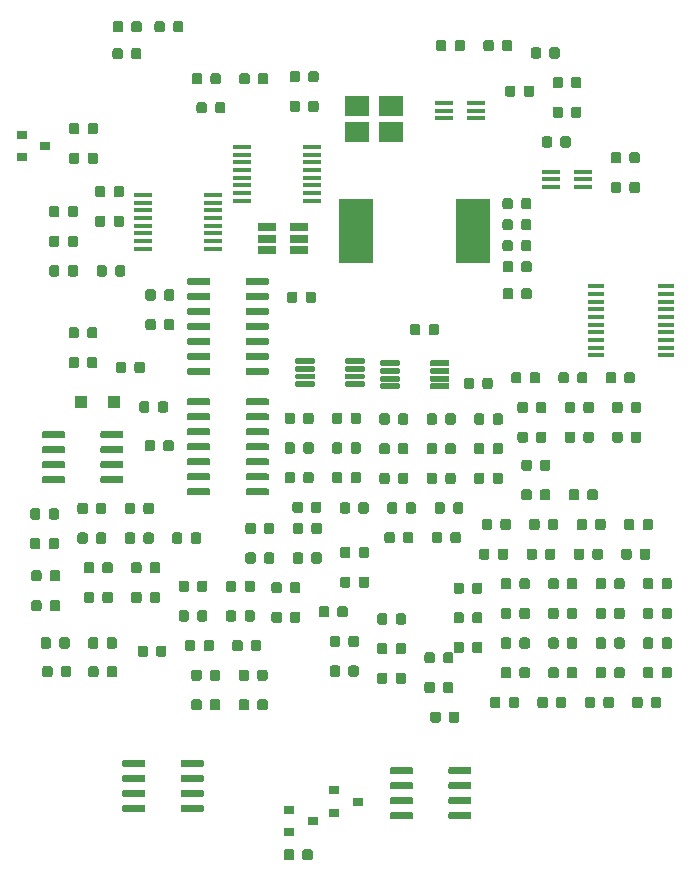
<source format=gbr>
G04 #@! TF.GenerationSoftware,KiCad,Pcbnew,5.1.5-52549c5~84~ubuntu18.04.1*
G04 #@! TF.CreationDate,2020-01-13T13:08:31-08:00*
G04 #@! TF.ProjectId,Extention Boards,45787465-6e74-4696-9f6e-20426f617264,rev?*
G04 #@! TF.SameCoordinates,Original*
G04 #@! TF.FileFunction,Paste,Bot*
G04 #@! TF.FilePolarity,Positive*
%FSLAX46Y46*%
G04 Gerber Fmt 4.6, Leading zero omitted, Abs format (unit mm)*
G04 Created by KiCad (PCBNEW 5.1.5-52549c5~84~ubuntu18.04.1) date 2020-01-13 13:08:31*
%MOMM*%
%LPD*%
G04 APERTURE LIST*
%ADD10C,0.100000*%
%ADD11R,1.100000X1.100000*%
%ADD12R,2.900000X5.400000*%
%ADD13R,0.900000X0.800000*%
%ADD14R,1.560000X0.650000*%
%ADD15R,1.500000X0.400000*%
%ADD16R,1.500000X0.450000*%
%ADD17R,1.450000X0.450000*%
%ADD18R,2.100000X1.725000*%
G04 APERTURE END LIST*
D10*
G36*
X68708692Y-107815052D02*
G01*
X68729927Y-107818202D01*
X68750751Y-107823418D01*
X68770963Y-107830650D01*
X68790369Y-107839829D01*
X68808782Y-107850865D01*
X68826025Y-107863653D01*
X68841931Y-107878069D01*
X68856347Y-107893975D01*
X68869135Y-107911218D01*
X68880171Y-107929631D01*
X68889350Y-107949037D01*
X68896582Y-107969249D01*
X68901798Y-107990073D01*
X68904948Y-108011308D01*
X68906001Y-108032749D01*
X68906001Y-108545249D01*
X68904948Y-108566690D01*
X68901798Y-108587925D01*
X68896582Y-108608749D01*
X68889350Y-108628961D01*
X68880171Y-108648367D01*
X68869135Y-108666780D01*
X68856347Y-108684023D01*
X68841931Y-108699929D01*
X68826025Y-108714345D01*
X68808782Y-108727133D01*
X68790369Y-108738169D01*
X68770963Y-108747348D01*
X68750751Y-108754580D01*
X68729927Y-108759796D01*
X68708692Y-108762946D01*
X68687251Y-108763999D01*
X68249751Y-108763999D01*
X68228310Y-108762946D01*
X68207075Y-108759796D01*
X68186251Y-108754580D01*
X68166039Y-108747348D01*
X68146633Y-108738169D01*
X68128220Y-108727133D01*
X68110977Y-108714345D01*
X68095071Y-108699929D01*
X68080655Y-108684023D01*
X68067867Y-108666780D01*
X68056831Y-108648367D01*
X68047652Y-108628961D01*
X68040420Y-108608749D01*
X68035204Y-108587925D01*
X68032054Y-108566690D01*
X68031001Y-108545249D01*
X68031001Y-108032749D01*
X68032054Y-108011308D01*
X68035204Y-107990073D01*
X68040420Y-107969249D01*
X68047652Y-107949037D01*
X68056831Y-107929631D01*
X68067867Y-107911218D01*
X68080655Y-107893975D01*
X68095071Y-107878069D01*
X68110977Y-107863653D01*
X68128220Y-107850865D01*
X68146633Y-107839829D01*
X68166039Y-107830650D01*
X68186251Y-107823418D01*
X68207075Y-107818202D01*
X68228310Y-107815052D01*
X68249751Y-107813999D01*
X68687251Y-107813999D01*
X68708692Y-107815052D01*
G37*
G36*
X67133692Y-107815052D02*
G01*
X67154927Y-107818202D01*
X67175751Y-107823418D01*
X67195963Y-107830650D01*
X67215369Y-107839829D01*
X67233782Y-107850865D01*
X67251025Y-107863653D01*
X67266931Y-107878069D01*
X67281347Y-107893975D01*
X67294135Y-107911218D01*
X67305171Y-107929631D01*
X67314350Y-107949037D01*
X67321582Y-107969249D01*
X67326798Y-107990073D01*
X67329948Y-108011308D01*
X67331001Y-108032749D01*
X67331001Y-108545249D01*
X67329948Y-108566690D01*
X67326798Y-108587925D01*
X67321582Y-108608749D01*
X67314350Y-108628961D01*
X67305171Y-108648367D01*
X67294135Y-108666780D01*
X67281347Y-108684023D01*
X67266931Y-108699929D01*
X67251025Y-108714345D01*
X67233782Y-108727133D01*
X67215369Y-108738169D01*
X67195963Y-108747348D01*
X67175751Y-108754580D01*
X67154927Y-108759796D01*
X67133692Y-108762946D01*
X67112251Y-108763999D01*
X66674751Y-108763999D01*
X66653310Y-108762946D01*
X66632075Y-108759796D01*
X66611251Y-108754580D01*
X66591039Y-108747348D01*
X66571633Y-108738169D01*
X66553220Y-108727133D01*
X66535977Y-108714345D01*
X66520071Y-108699929D01*
X66505655Y-108684023D01*
X66492867Y-108666780D01*
X66481831Y-108648367D01*
X66472652Y-108628961D01*
X66465420Y-108608749D01*
X66460204Y-108587925D01*
X66457054Y-108566690D01*
X66456001Y-108545249D01*
X66456001Y-108032749D01*
X66457054Y-108011308D01*
X66460204Y-107990073D01*
X66465420Y-107969249D01*
X66472652Y-107949037D01*
X66481831Y-107929631D01*
X66492867Y-107911218D01*
X66505655Y-107893975D01*
X66520071Y-107878069D01*
X66535977Y-107863653D01*
X66553220Y-107850865D01*
X66571633Y-107839829D01*
X66591039Y-107830650D01*
X66611251Y-107823418D01*
X66632075Y-107818202D01*
X66653310Y-107815052D01*
X66674751Y-107813999D01*
X67112251Y-107813999D01*
X67133692Y-107815052D01*
G37*
G36*
X60412691Y-105698053D02*
G01*
X60433926Y-105701203D01*
X60454750Y-105706419D01*
X60474962Y-105713651D01*
X60494368Y-105722830D01*
X60512781Y-105733866D01*
X60530024Y-105746654D01*
X60545930Y-105761070D01*
X60560346Y-105776976D01*
X60573134Y-105794219D01*
X60584170Y-105812632D01*
X60593349Y-105832038D01*
X60600581Y-105852250D01*
X60605797Y-105873074D01*
X60608947Y-105894309D01*
X60610000Y-105915750D01*
X60610000Y-106428250D01*
X60608947Y-106449691D01*
X60605797Y-106470926D01*
X60600581Y-106491750D01*
X60593349Y-106511962D01*
X60584170Y-106531368D01*
X60573134Y-106549781D01*
X60560346Y-106567024D01*
X60545930Y-106582930D01*
X60530024Y-106597346D01*
X60512781Y-106610134D01*
X60494368Y-106621170D01*
X60474962Y-106630349D01*
X60454750Y-106637581D01*
X60433926Y-106642797D01*
X60412691Y-106645947D01*
X60391250Y-106647000D01*
X59953750Y-106647000D01*
X59932309Y-106645947D01*
X59911074Y-106642797D01*
X59890250Y-106637581D01*
X59870038Y-106630349D01*
X59850632Y-106621170D01*
X59832219Y-106610134D01*
X59814976Y-106597346D01*
X59799070Y-106582930D01*
X59784654Y-106567024D01*
X59771866Y-106549781D01*
X59760830Y-106531368D01*
X59751651Y-106511962D01*
X59744419Y-106491750D01*
X59739203Y-106470926D01*
X59736053Y-106449691D01*
X59735000Y-106428250D01*
X59735000Y-105915750D01*
X59736053Y-105894309D01*
X59739203Y-105873074D01*
X59744419Y-105852250D01*
X59751651Y-105832038D01*
X59760830Y-105812632D01*
X59771866Y-105794219D01*
X59784654Y-105776976D01*
X59799070Y-105761070D01*
X59814976Y-105746654D01*
X59832219Y-105733866D01*
X59850632Y-105722830D01*
X59870038Y-105713651D01*
X59890250Y-105706419D01*
X59911074Y-105701203D01*
X59932309Y-105698053D01*
X59953750Y-105697000D01*
X60391250Y-105697000D01*
X60412691Y-105698053D01*
G37*
G36*
X61987691Y-105698053D02*
G01*
X62008926Y-105701203D01*
X62029750Y-105706419D01*
X62049962Y-105713651D01*
X62069368Y-105722830D01*
X62087781Y-105733866D01*
X62105024Y-105746654D01*
X62120930Y-105761070D01*
X62135346Y-105776976D01*
X62148134Y-105794219D01*
X62159170Y-105812632D01*
X62168349Y-105832038D01*
X62175581Y-105852250D01*
X62180797Y-105873074D01*
X62183947Y-105894309D01*
X62185000Y-105915750D01*
X62185000Y-106428250D01*
X62183947Y-106449691D01*
X62180797Y-106470926D01*
X62175581Y-106491750D01*
X62168349Y-106511962D01*
X62159170Y-106531368D01*
X62148134Y-106549781D01*
X62135346Y-106567024D01*
X62120930Y-106582930D01*
X62105024Y-106597346D01*
X62087781Y-106610134D01*
X62069368Y-106621170D01*
X62049962Y-106630349D01*
X62029750Y-106637581D01*
X62008926Y-106642797D01*
X61987691Y-106645947D01*
X61966250Y-106647000D01*
X61528750Y-106647000D01*
X61507309Y-106645947D01*
X61486074Y-106642797D01*
X61465250Y-106637581D01*
X61445038Y-106630349D01*
X61425632Y-106621170D01*
X61407219Y-106610134D01*
X61389976Y-106597346D01*
X61374070Y-106582930D01*
X61359654Y-106567024D01*
X61346866Y-106549781D01*
X61335830Y-106531368D01*
X61326651Y-106511962D01*
X61319419Y-106491750D01*
X61314203Y-106470926D01*
X61311053Y-106449691D01*
X61310000Y-106428250D01*
X61310000Y-105915750D01*
X61311053Y-105894309D01*
X61314203Y-105873074D01*
X61319419Y-105852250D01*
X61326651Y-105832038D01*
X61335830Y-105812632D01*
X61346866Y-105794219D01*
X61359654Y-105776976D01*
X61374070Y-105761070D01*
X61389976Y-105746654D01*
X61407219Y-105733866D01*
X61425632Y-105722830D01*
X61445038Y-105713651D01*
X61465250Y-105706419D01*
X61486074Y-105701203D01*
X61507309Y-105698053D01*
X61528750Y-105697000D01*
X61966250Y-105697000D01*
X61987691Y-105698053D01*
G37*
G36*
X94872692Y-155593052D02*
G01*
X94893927Y-155596202D01*
X94914751Y-155601418D01*
X94934963Y-155608650D01*
X94954369Y-155617829D01*
X94972782Y-155628865D01*
X94990025Y-155641653D01*
X95005931Y-155656069D01*
X95020347Y-155671975D01*
X95033135Y-155689218D01*
X95044171Y-155707631D01*
X95053350Y-155727037D01*
X95060582Y-155747249D01*
X95065798Y-155768073D01*
X95068948Y-155789308D01*
X95070001Y-155810749D01*
X95070001Y-156323249D01*
X95068948Y-156344690D01*
X95065798Y-156365925D01*
X95060582Y-156386749D01*
X95053350Y-156406961D01*
X95044171Y-156426367D01*
X95033135Y-156444780D01*
X95020347Y-156462023D01*
X95005931Y-156477929D01*
X94990025Y-156492345D01*
X94972782Y-156505133D01*
X94954369Y-156516169D01*
X94934963Y-156525348D01*
X94914751Y-156532580D01*
X94893927Y-156537796D01*
X94872692Y-156540946D01*
X94851251Y-156541999D01*
X94413751Y-156541999D01*
X94392310Y-156540946D01*
X94371075Y-156537796D01*
X94350251Y-156532580D01*
X94330039Y-156525348D01*
X94310633Y-156516169D01*
X94292220Y-156505133D01*
X94274977Y-156492345D01*
X94259071Y-156477929D01*
X94244655Y-156462023D01*
X94231867Y-156444780D01*
X94220831Y-156426367D01*
X94211652Y-156406961D01*
X94204420Y-156386749D01*
X94199204Y-156365925D01*
X94196054Y-156344690D01*
X94195001Y-156323249D01*
X94195001Y-155810749D01*
X94196054Y-155789308D01*
X94199204Y-155768073D01*
X94204420Y-155747249D01*
X94211652Y-155727037D01*
X94220831Y-155707631D01*
X94231867Y-155689218D01*
X94244655Y-155671975D01*
X94259071Y-155656069D01*
X94274977Y-155641653D01*
X94292220Y-155628865D01*
X94310633Y-155617829D01*
X94330039Y-155608650D01*
X94350251Y-155601418D01*
X94371075Y-155596202D01*
X94392310Y-155593052D01*
X94413751Y-155591999D01*
X94851251Y-155591999D01*
X94872692Y-155593052D01*
G37*
G36*
X93297692Y-155593052D02*
G01*
X93318927Y-155596202D01*
X93339751Y-155601418D01*
X93359963Y-155608650D01*
X93379369Y-155617829D01*
X93397782Y-155628865D01*
X93415025Y-155641653D01*
X93430931Y-155656069D01*
X93445347Y-155671975D01*
X93458135Y-155689218D01*
X93469171Y-155707631D01*
X93478350Y-155727037D01*
X93485582Y-155747249D01*
X93490798Y-155768073D01*
X93493948Y-155789308D01*
X93495001Y-155810749D01*
X93495001Y-156323249D01*
X93493948Y-156344690D01*
X93490798Y-156365925D01*
X93485582Y-156386749D01*
X93478350Y-156406961D01*
X93469171Y-156426367D01*
X93458135Y-156444780D01*
X93445347Y-156462023D01*
X93430931Y-156477929D01*
X93415025Y-156492345D01*
X93397782Y-156505133D01*
X93379369Y-156516169D01*
X93359963Y-156525348D01*
X93339751Y-156532580D01*
X93318927Y-156537796D01*
X93297692Y-156540946D01*
X93276251Y-156541999D01*
X92838751Y-156541999D01*
X92817310Y-156540946D01*
X92796075Y-156537796D01*
X92775251Y-156532580D01*
X92755039Y-156525348D01*
X92735633Y-156516169D01*
X92717220Y-156505133D01*
X92699977Y-156492345D01*
X92684071Y-156477929D01*
X92669655Y-156462023D01*
X92656867Y-156444780D01*
X92645831Y-156426367D01*
X92636652Y-156406961D01*
X92629420Y-156386749D01*
X92624204Y-156365925D01*
X92621054Y-156344690D01*
X92620001Y-156323249D01*
X92620001Y-155810749D01*
X92621054Y-155789308D01*
X92624204Y-155768073D01*
X92629420Y-155747249D01*
X92636652Y-155727037D01*
X92645831Y-155707631D01*
X92656867Y-155689218D01*
X92669655Y-155671975D01*
X92684071Y-155656069D01*
X92699977Y-155641653D01*
X92717220Y-155628865D01*
X92735633Y-155617829D01*
X92755039Y-155608650D01*
X92775251Y-155601418D01*
X92796075Y-155596202D01*
X92817310Y-155593052D01*
X92838751Y-155591999D01*
X93276251Y-155591999D01*
X93297692Y-155593052D01*
G37*
G36*
X97307692Y-158103052D02*
G01*
X97328927Y-158106202D01*
X97349751Y-158111418D01*
X97369963Y-158118650D01*
X97389369Y-158127829D01*
X97407782Y-158138865D01*
X97425025Y-158151653D01*
X97440931Y-158166069D01*
X97455347Y-158181975D01*
X97468135Y-158199218D01*
X97479171Y-158217631D01*
X97488350Y-158237037D01*
X97495582Y-158257249D01*
X97500798Y-158278073D01*
X97503948Y-158299308D01*
X97505001Y-158320749D01*
X97505001Y-158833249D01*
X97503948Y-158854690D01*
X97500798Y-158875925D01*
X97495582Y-158896749D01*
X97488350Y-158916961D01*
X97479171Y-158936367D01*
X97468135Y-158954780D01*
X97455347Y-158972023D01*
X97440931Y-158987929D01*
X97425025Y-159002345D01*
X97407782Y-159015133D01*
X97389369Y-159026169D01*
X97369963Y-159035348D01*
X97349751Y-159042580D01*
X97328927Y-159047796D01*
X97307692Y-159050946D01*
X97286251Y-159051999D01*
X96848751Y-159051999D01*
X96827310Y-159050946D01*
X96806075Y-159047796D01*
X96785251Y-159042580D01*
X96765039Y-159035348D01*
X96745633Y-159026169D01*
X96727220Y-159015133D01*
X96709977Y-159002345D01*
X96694071Y-158987929D01*
X96679655Y-158972023D01*
X96666867Y-158954780D01*
X96655831Y-158936367D01*
X96646652Y-158916961D01*
X96639420Y-158896749D01*
X96634204Y-158875925D01*
X96631054Y-158854690D01*
X96630001Y-158833249D01*
X96630001Y-158320749D01*
X96631054Y-158299308D01*
X96634204Y-158278073D01*
X96639420Y-158257249D01*
X96646652Y-158237037D01*
X96655831Y-158217631D01*
X96666867Y-158199218D01*
X96679655Y-158181975D01*
X96694071Y-158166069D01*
X96709977Y-158151653D01*
X96727220Y-158138865D01*
X96745633Y-158127829D01*
X96765039Y-158118650D01*
X96785251Y-158111418D01*
X96806075Y-158106202D01*
X96827310Y-158103052D01*
X96848751Y-158101999D01*
X97286251Y-158101999D01*
X97307692Y-158103052D01*
G37*
G36*
X98882692Y-158103052D02*
G01*
X98903927Y-158106202D01*
X98924751Y-158111418D01*
X98944963Y-158118650D01*
X98964369Y-158127829D01*
X98982782Y-158138865D01*
X99000025Y-158151653D01*
X99015931Y-158166069D01*
X99030347Y-158181975D01*
X99043135Y-158199218D01*
X99054171Y-158217631D01*
X99063350Y-158237037D01*
X99070582Y-158257249D01*
X99075798Y-158278073D01*
X99078948Y-158299308D01*
X99080001Y-158320749D01*
X99080001Y-158833249D01*
X99078948Y-158854690D01*
X99075798Y-158875925D01*
X99070582Y-158896749D01*
X99063350Y-158916961D01*
X99054171Y-158936367D01*
X99043135Y-158954780D01*
X99030347Y-158972023D01*
X99015931Y-158987929D01*
X99000025Y-159002345D01*
X98982782Y-159015133D01*
X98964369Y-159026169D01*
X98944963Y-159035348D01*
X98924751Y-159042580D01*
X98903927Y-159047796D01*
X98882692Y-159050946D01*
X98861251Y-159051999D01*
X98423751Y-159051999D01*
X98402310Y-159050946D01*
X98381075Y-159047796D01*
X98360251Y-159042580D01*
X98340039Y-159035348D01*
X98320633Y-159026169D01*
X98302220Y-159015133D01*
X98284977Y-159002345D01*
X98269071Y-158987929D01*
X98254655Y-158972023D01*
X98241867Y-158954780D01*
X98230831Y-158936367D01*
X98221652Y-158916961D01*
X98214420Y-158896749D01*
X98209204Y-158875925D01*
X98206054Y-158854690D01*
X98205001Y-158833249D01*
X98205001Y-158320749D01*
X98206054Y-158299308D01*
X98209204Y-158278073D01*
X98214420Y-158257249D01*
X98221652Y-158237037D01*
X98230831Y-158217631D01*
X98241867Y-158199218D01*
X98254655Y-158181975D01*
X98269071Y-158166069D01*
X98284977Y-158151653D01*
X98302220Y-158138865D01*
X98320633Y-158127829D01*
X98340039Y-158118650D01*
X98360251Y-158111418D01*
X98381075Y-158106202D01*
X98402310Y-158103052D01*
X98423751Y-158101999D01*
X98861251Y-158101999D01*
X98882692Y-158103052D01*
G37*
G36*
X90862692Y-150943052D02*
G01*
X90883927Y-150946202D01*
X90904751Y-150951418D01*
X90924963Y-150958650D01*
X90944369Y-150967829D01*
X90962782Y-150978865D01*
X90980025Y-150991653D01*
X90995931Y-151006069D01*
X91010347Y-151021975D01*
X91023135Y-151039218D01*
X91034171Y-151057631D01*
X91043350Y-151077037D01*
X91050582Y-151097249D01*
X91055798Y-151118073D01*
X91058948Y-151139308D01*
X91060001Y-151160749D01*
X91060001Y-151673249D01*
X91058948Y-151694690D01*
X91055798Y-151715925D01*
X91050582Y-151736749D01*
X91043350Y-151756961D01*
X91034171Y-151776367D01*
X91023135Y-151794780D01*
X91010347Y-151812023D01*
X90995931Y-151827929D01*
X90980025Y-151842345D01*
X90962782Y-151855133D01*
X90944369Y-151866169D01*
X90924963Y-151875348D01*
X90904751Y-151882580D01*
X90883927Y-151887796D01*
X90862692Y-151890946D01*
X90841251Y-151891999D01*
X90403751Y-151891999D01*
X90382310Y-151890946D01*
X90361075Y-151887796D01*
X90340251Y-151882580D01*
X90320039Y-151875348D01*
X90300633Y-151866169D01*
X90282220Y-151855133D01*
X90264977Y-151842345D01*
X90249071Y-151827929D01*
X90234655Y-151812023D01*
X90221867Y-151794780D01*
X90210831Y-151776367D01*
X90201652Y-151756961D01*
X90194420Y-151736749D01*
X90189204Y-151715925D01*
X90186054Y-151694690D01*
X90185001Y-151673249D01*
X90185001Y-151160749D01*
X90186054Y-151139308D01*
X90189204Y-151118073D01*
X90194420Y-151097249D01*
X90201652Y-151077037D01*
X90210831Y-151057631D01*
X90221867Y-151039218D01*
X90234655Y-151021975D01*
X90249071Y-151006069D01*
X90264977Y-150991653D01*
X90282220Y-150978865D01*
X90300633Y-150967829D01*
X90320039Y-150958650D01*
X90340251Y-150951418D01*
X90361075Y-150946202D01*
X90382310Y-150943052D01*
X90403751Y-150941999D01*
X90841251Y-150941999D01*
X90862692Y-150943052D01*
G37*
G36*
X89287692Y-150943052D02*
G01*
X89308927Y-150946202D01*
X89329751Y-150951418D01*
X89349963Y-150958650D01*
X89369369Y-150967829D01*
X89387782Y-150978865D01*
X89405025Y-150991653D01*
X89420931Y-151006069D01*
X89435347Y-151021975D01*
X89448135Y-151039218D01*
X89459171Y-151057631D01*
X89468350Y-151077037D01*
X89475582Y-151097249D01*
X89480798Y-151118073D01*
X89483948Y-151139308D01*
X89485001Y-151160749D01*
X89485001Y-151673249D01*
X89483948Y-151694690D01*
X89480798Y-151715925D01*
X89475582Y-151736749D01*
X89468350Y-151756961D01*
X89459171Y-151776367D01*
X89448135Y-151794780D01*
X89435347Y-151812023D01*
X89420931Y-151827929D01*
X89405025Y-151842345D01*
X89387782Y-151855133D01*
X89369369Y-151866169D01*
X89349963Y-151875348D01*
X89329751Y-151882580D01*
X89308927Y-151887796D01*
X89287692Y-151890946D01*
X89266251Y-151891999D01*
X88828751Y-151891999D01*
X88807310Y-151890946D01*
X88786075Y-151887796D01*
X88765251Y-151882580D01*
X88745039Y-151875348D01*
X88725633Y-151866169D01*
X88707220Y-151855133D01*
X88689977Y-151842345D01*
X88674071Y-151827929D01*
X88659655Y-151812023D01*
X88646867Y-151794780D01*
X88635831Y-151776367D01*
X88626652Y-151756961D01*
X88619420Y-151736749D01*
X88614204Y-151715925D01*
X88611054Y-151694690D01*
X88610001Y-151673249D01*
X88610001Y-151160749D01*
X88611054Y-151139308D01*
X88614204Y-151118073D01*
X88619420Y-151097249D01*
X88626652Y-151077037D01*
X88635831Y-151057631D01*
X88646867Y-151039218D01*
X88659655Y-151021975D01*
X88674071Y-151006069D01*
X88689977Y-150991653D01*
X88707220Y-150978865D01*
X88725633Y-150967829D01*
X88745039Y-150958650D01*
X88765251Y-150951418D01*
X88786075Y-150946202D01*
X88807310Y-150943052D01*
X88828751Y-150941999D01*
X89266251Y-150941999D01*
X89287692Y-150943052D01*
G37*
G36*
X76562692Y-136563052D02*
G01*
X76583927Y-136566202D01*
X76604751Y-136571418D01*
X76624963Y-136578650D01*
X76644369Y-136587829D01*
X76662782Y-136598865D01*
X76680025Y-136611653D01*
X76695931Y-136626069D01*
X76710347Y-136641975D01*
X76723135Y-136659218D01*
X76734171Y-136677631D01*
X76743350Y-136697037D01*
X76750582Y-136717249D01*
X76755798Y-136738073D01*
X76758948Y-136759308D01*
X76760001Y-136780749D01*
X76760001Y-137293249D01*
X76758948Y-137314690D01*
X76755798Y-137335925D01*
X76750582Y-137356749D01*
X76743350Y-137376961D01*
X76734171Y-137396367D01*
X76723135Y-137414780D01*
X76710347Y-137432023D01*
X76695931Y-137447929D01*
X76680025Y-137462345D01*
X76662782Y-137475133D01*
X76644369Y-137486169D01*
X76624963Y-137495348D01*
X76604751Y-137502580D01*
X76583927Y-137507796D01*
X76562692Y-137510946D01*
X76541251Y-137511999D01*
X76103751Y-137511999D01*
X76082310Y-137510946D01*
X76061075Y-137507796D01*
X76040251Y-137502580D01*
X76020039Y-137495348D01*
X76000633Y-137486169D01*
X75982220Y-137475133D01*
X75964977Y-137462345D01*
X75949071Y-137447929D01*
X75934655Y-137432023D01*
X75921867Y-137414780D01*
X75910831Y-137396367D01*
X75901652Y-137376961D01*
X75894420Y-137356749D01*
X75889204Y-137335925D01*
X75886054Y-137314690D01*
X75885001Y-137293249D01*
X75885001Y-136780749D01*
X75886054Y-136759308D01*
X75889204Y-136738073D01*
X75894420Y-136717249D01*
X75901652Y-136697037D01*
X75910831Y-136677631D01*
X75921867Y-136659218D01*
X75934655Y-136641975D01*
X75949071Y-136626069D01*
X75964977Y-136611653D01*
X75982220Y-136598865D01*
X76000633Y-136587829D01*
X76020039Y-136578650D01*
X76040251Y-136571418D01*
X76061075Y-136566202D01*
X76082310Y-136563052D01*
X76103751Y-136561999D01*
X76541251Y-136561999D01*
X76562692Y-136563052D01*
G37*
G36*
X74987692Y-136563052D02*
G01*
X75008927Y-136566202D01*
X75029751Y-136571418D01*
X75049963Y-136578650D01*
X75069369Y-136587829D01*
X75087782Y-136598865D01*
X75105025Y-136611653D01*
X75120931Y-136626069D01*
X75135347Y-136641975D01*
X75148135Y-136659218D01*
X75159171Y-136677631D01*
X75168350Y-136697037D01*
X75175582Y-136717249D01*
X75180798Y-136738073D01*
X75183948Y-136759308D01*
X75185001Y-136780749D01*
X75185001Y-137293249D01*
X75183948Y-137314690D01*
X75180798Y-137335925D01*
X75175582Y-137356749D01*
X75168350Y-137376961D01*
X75159171Y-137396367D01*
X75148135Y-137414780D01*
X75135347Y-137432023D01*
X75120931Y-137447929D01*
X75105025Y-137462345D01*
X75087782Y-137475133D01*
X75069369Y-137486169D01*
X75049963Y-137495348D01*
X75029751Y-137502580D01*
X75008927Y-137507796D01*
X74987692Y-137510946D01*
X74966251Y-137511999D01*
X74528751Y-137511999D01*
X74507310Y-137510946D01*
X74486075Y-137507796D01*
X74465251Y-137502580D01*
X74445039Y-137495348D01*
X74425633Y-137486169D01*
X74407220Y-137475133D01*
X74389977Y-137462345D01*
X74374071Y-137447929D01*
X74359655Y-137432023D01*
X74346867Y-137414780D01*
X74335831Y-137396367D01*
X74326652Y-137376961D01*
X74319420Y-137356749D01*
X74314204Y-137335925D01*
X74311054Y-137314690D01*
X74310001Y-137293249D01*
X74310001Y-136780749D01*
X74311054Y-136759308D01*
X74314204Y-136738073D01*
X74319420Y-136717249D01*
X74326652Y-136697037D01*
X74335831Y-136677631D01*
X74346867Y-136659218D01*
X74359655Y-136641975D01*
X74374071Y-136626069D01*
X74389977Y-136611653D01*
X74407220Y-136598865D01*
X74425633Y-136587829D01*
X74445039Y-136578650D01*
X74465251Y-136571418D01*
X74486075Y-136566202D01*
X74507310Y-136563052D01*
X74528751Y-136561999D01*
X74966251Y-136561999D01*
X74987692Y-136563052D01*
G37*
G36*
X85242692Y-144153052D02*
G01*
X85263927Y-144156202D01*
X85284751Y-144161418D01*
X85304963Y-144168650D01*
X85324369Y-144177829D01*
X85342782Y-144188865D01*
X85360025Y-144201653D01*
X85375931Y-144216069D01*
X85390347Y-144231975D01*
X85403135Y-144249218D01*
X85414171Y-144267631D01*
X85423350Y-144287037D01*
X85430582Y-144307249D01*
X85435798Y-144328073D01*
X85438948Y-144349308D01*
X85440001Y-144370749D01*
X85440001Y-144883249D01*
X85438948Y-144904690D01*
X85435798Y-144925925D01*
X85430582Y-144946749D01*
X85423350Y-144966961D01*
X85414171Y-144986367D01*
X85403135Y-145004780D01*
X85390347Y-145022023D01*
X85375931Y-145037929D01*
X85360025Y-145052345D01*
X85342782Y-145065133D01*
X85324369Y-145076169D01*
X85304963Y-145085348D01*
X85284751Y-145092580D01*
X85263927Y-145097796D01*
X85242692Y-145100946D01*
X85221251Y-145101999D01*
X84783751Y-145101999D01*
X84762310Y-145100946D01*
X84741075Y-145097796D01*
X84720251Y-145092580D01*
X84700039Y-145085348D01*
X84680633Y-145076169D01*
X84662220Y-145065133D01*
X84644977Y-145052345D01*
X84629071Y-145037929D01*
X84614655Y-145022023D01*
X84601867Y-145004780D01*
X84590831Y-144986367D01*
X84581652Y-144966961D01*
X84574420Y-144946749D01*
X84569204Y-144925925D01*
X84566054Y-144904690D01*
X84565001Y-144883249D01*
X84565001Y-144370749D01*
X84566054Y-144349308D01*
X84569204Y-144328073D01*
X84574420Y-144307249D01*
X84581652Y-144287037D01*
X84590831Y-144267631D01*
X84601867Y-144249218D01*
X84614655Y-144231975D01*
X84629071Y-144216069D01*
X84644977Y-144201653D01*
X84662220Y-144188865D01*
X84680633Y-144177829D01*
X84700039Y-144168650D01*
X84720251Y-144161418D01*
X84741075Y-144156202D01*
X84762310Y-144153052D01*
X84783751Y-144151999D01*
X85221251Y-144151999D01*
X85242692Y-144153052D01*
G37*
G36*
X83667692Y-144153052D02*
G01*
X83688927Y-144156202D01*
X83709751Y-144161418D01*
X83729963Y-144168650D01*
X83749369Y-144177829D01*
X83767782Y-144188865D01*
X83785025Y-144201653D01*
X83800931Y-144216069D01*
X83815347Y-144231975D01*
X83828135Y-144249218D01*
X83839171Y-144267631D01*
X83848350Y-144287037D01*
X83855582Y-144307249D01*
X83860798Y-144328073D01*
X83863948Y-144349308D01*
X83865001Y-144370749D01*
X83865001Y-144883249D01*
X83863948Y-144904690D01*
X83860798Y-144925925D01*
X83855582Y-144946749D01*
X83848350Y-144966961D01*
X83839171Y-144986367D01*
X83828135Y-145004780D01*
X83815347Y-145022023D01*
X83800931Y-145037929D01*
X83785025Y-145052345D01*
X83767782Y-145065133D01*
X83749369Y-145076169D01*
X83729963Y-145085348D01*
X83709751Y-145092580D01*
X83688927Y-145097796D01*
X83667692Y-145100946D01*
X83646251Y-145101999D01*
X83208751Y-145101999D01*
X83187310Y-145100946D01*
X83166075Y-145097796D01*
X83145251Y-145092580D01*
X83125039Y-145085348D01*
X83105633Y-145076169D01*
X83087220Y-145065133D01*
X83069977Y-145052345D01*
X83054071Y-145037929D01*
X83039655Y-145022023D01*
X83026867Y-145004780D01*
X83015831Y-144986367D01*
X83006652Y-144966961D01*
X82999420Y-144946749D01*
X82994204Y-144925925D01*
X82991054Y-144904690D01*
X82990001Y-144883249D01*
X82990001Y-144370749D01*
X82991054Y-144349308D01*
X82994204Y-144328073D01*
X82999420Y-144307249D01*
X83006652Y-144287037D01*
X83015831Y-144267631D01*
X83026867Y-144249218D01*
X83039655Y-144231975D01*
X83054071Y-144216069D01*
X83069977Y-144201653D01*
X83087220Y-144188865D01*
X83105633Y-144177829D01*
X83125039Y-144168650D01*
X83145251Y-144161418D01*
X83166075Y-144156202D01*
X83187310Y-144153052D01*
X83208751Y-144151999D01*
X83646251Y-144151999D01*
X83667692Y-144153052D01*
G37*
G36*
X94872692Y-158103052D02*
G01*
X94893927Y-158106202D01*
X94914751Y-158111418D01*
X94934963Y-158118650D01*
X94954369Y-158127829D01*
X94972782Y-158138865D01*
X94990025Y-158151653D01*
X95005931Y-158166069D01*
X95020347Y-158181975D01*
X95033135Y-158199218D01*
X95044171Y-158217631D01*
X95053350Y-158237037D01*
X95060582Y-158257249D01*
X95065798Y-158278073D01*
X95068948Y-158299308D01*
X95070001Y-158320749D01*
X95070001Y-158833249D01*
X95068948Y-158854690D01*
X95065798Y-158875925D01*
X95060582Y-158896749D01*
X95053350Y-158916961D01*
X95044171Y-158936367D01*
X95033135Y-158954780D01*
X95020347Y-158972023D01*
X95005931Y-158987929D01*
X94990025Y-159002345D01*
X94972782Y-159015133D01*
X94954369Y-159026169D01*
X94934963Y-159035348D01*
X94914751Y-159042580D01*
X94893927Y-159047796D01*
X94872692Y-159050946D01*
X94851251Y-159051999D01*
X94413751Y-159051999D01*
X94392310Y-159050946D01*
X94371075Y-159047796D01*
X94350251Y-159042580D01*
X94330039Y-159035348D01*
X94310633Y-159026169D01*
X94292220Y-159015133D01*
X94274977Y-159002345D01*
X94259071Y-158987929D01*
X94244655Y-158972023D01*
X94231867Y-158954780D01*
X94220831Y-158936367D01*
X94211652Y-158916961D01*
X94204420Y-158896749D01*
X94199204Y-158875925D01*
X94196054Y-158854690D01*
X94195001Y-158833249D01*
X94195001Y-158320749D01*
X94196054Y-158299308D01*
X94199204Y-158278073D01*
X94204420Y-158257249D01*
X94211652Y-158237037D01*
X94220831Y-158217631D01*
X94231867Y-158199218D01*
X94244655Y-158181975D01*
X94259071Y-158166069D01*
X94274977Y-158151653D01*
X94292220Y-158138865D01*
X94310633Y-158127829D01*
X94330039Y-158118650D01*
X94350251Y-158111418D01*
X94371075Y-158106202D01*
X94392310Y-158103052D01*
X94413751Y-158101999D01*
X94851251Y-158101999D01*
X94872692Y-158103052D01*
G37*
G36*
X93297692Y-158103052D02*
G01*
X93318927Y-158106202D01*
X93339751Y-158111418D01*
X93359963Y-158118650D01*
X93379369Y-158127829D01*
X93397782Y-158138865D01*
X93415025Y-158151653D01*
X93430931Y-158166069D01*
X93445347Y-158181975D01*
X93458135Y-158199218D01*
X93469171Y-158217631D01*
X93478350Y-158237037D01*
X93485582Y-158257249D01*
X93490798Y-158278073D01*
X93493948Y-158299308D01*
X93495001Y-158320749D01*
X93495001Y-158833249D01*
X93493948Y-158854690D01*
X93490798Y-158875925D01*
X93485582Y-158896749D01*
X93478350Y-158916961D01*
X93469171Y-158936367D01*
X93458135Y-158954780D01*
X93445347Y-158972023D01*
X93430931Y-158987929D01*
X93415025Y-159002345D01*
X93397782Y-159015133D01*
X93379369Y-159026169D01*
X93359963Y-159035348D01*
X93339751Y-159042580D01*
X93318927Y-159047796D01*
X93297692Y-159050946D01*
X93276251Y-159051999D01*
X92838751Y-159051999D01*
X92817310Y-159050946D01*
X92796075Y-159047796D01*
X92775251Y-159042580D01*
X92755039Y-159035348D01*
X92735633Y-159026169D01*
X92717220Y-159015133D01*
X92699977Y-159002345D01*
X92684071Y-158987929D01*
X92669655Y-158972023D01*
X92656867Y-158954780D01*
X92645831Y-158936367D01*
X92636652Y-158916961D01*
X92629420Y-158896749D01*
X92624204Y-158875925D01*
X92621054Y-158854690D01*
X92620001Y-158833249D01*
X92620001Y-158320749D01*
X92621054Y-158299308D01*
X92624204Y-158278073D01*
X92629420Y-158257249D01*
X92636652Y-158237037D01*
X92645831Y-158217631D01*
X92656867Y-158199218D01*
X92669655Y-158181975D01*
X92684071Y-158166069D01*
X92699977Y-158151653D01*
X92717220Y-158138865D01*
X92735633Y-158127829D01*
X92755039Y-158118650D01*
X92775251Y-158111418D01*
X92796075Y-158106202D01*
X92817310Y-158103052D01*
X92838751Y-158101999D01*
X93276251Y-158101999D01*
X93297692Y-158103052D01*
G37*
G36*
X83007692Y-141643052D02*
G01*
X83028927Y-141646202D01*
X83049751Y-141651418D01*
X83069963Y-141658650D01*
X83089369Y-141667829D01*
X83107782Y-141678865D01*
X83125025Y-141691653D01*
X83140931Y-141706069D01*
X83155347Y-141721975D01*
X83168135Y-141739218D01*
X83179171Y-141757631D01*
X83188350Y-141777037D01*
X83195582Y-141797249D01*
X83200798Y-141818073D01*
X83203948Y-141839308D01*
X83205001Y-141860749D01*
X83205001Y-142373249D01*
X83203948Y-142394690D01*
X83200798Y-142415925D01*
X83195582Y-142436749D01*
X83188350Y-142456961D01*
X83179171Y-142476367D01*
X83168135Y-142494780D01*
X83155347Y-142512023D01*
X83140931Y-142527929D01*
X83125025Y-142542345D01*
X83107782Y-142555133D01*
X83089369Y-142566169D01*
X83069963Y-142575348D01*
X83049751Y-142582580D01*
X83028927Y-142587796D01*
X83007692Y-142590946D01*
X82986251Y-142591999D01*
X82548751Y-142591999D01*
X82527310Y-142590946D01*
X82506075Y-142587796D01*
X82485251Y-142582580D01*
X82465039Y-142575348D01*
X82445633Y-142566169D01*
X82427220Y-142555133D01*
X82409977Y-142542345D01*
X82394071Y-142527929D01*
X82379655Y-142512023D01*
X82366867Y-142494780D01*
X82355831Y-142476367D01*
X82346652Y-142456961D01*
X82339420Y-142436749D01*
X82334204Y-142415925D01*
X82331054Y-142394690D01*
X82330001Y-142373249D01*
X82330001Y-141860749D01*
X82331054Y-141839308D01*
X82334204Y-141818073D01*
X82339420Y-141797249D01*
X82346652Y-141777037D01*
X82355831Y-141757631D01*
X82366867Y-141739218D01*
X82379655Y-141721975D01*
X82394071Y-141706069D01*
X82409977Y-141691653D01*
X82427220Y-141678865D01*
X82445633Y-141667829D01*
X82465039Y-141658650D01*
X82485251Y-141651418D01*
X82506075Y-141646202D01*
X82527310Y-141643052D01*
X82548751Y-141641999D01*
X82986251Y-141641999D01*
X83007692Y-141643052D01*
G37*
G36*
X84582692Y-141643052D02*
G01*
X84603927Y-141646202D01*
X84624751Y-141651418D01*
X84644963Y-141658650D01*
X84664369Y-141667829D01*
X84682782Y-141678865D01*
X84700025Y-141691653D01*
X84715931Y-141706069D01*
X84730347Y-141721975D01*
X84743135Y-141739218D01*
X84754171Y-141757631D01*
X84763350Y-141777037D01*
X84770582Y-141797249D01*
X84775798Y-141818073D01*
X84778948Y-141839308D01*
X84780001Y-141860749D01*
X84780001Y-142373249D01*
X84778948Y-142394690D01*
X84775798Y-142415925D01*
X84770582Y-142436749D01*
X84763350Y-142456961D01*
X84754171Y-142476367D01*
X84743135Y-142494780D01*
X84730347Y-142512023D01*
X84715931Y-142527929D01*
X84700025Y-142542345D01*
X84682782Y-142555133D01*
X84664369Y-142566169D01*
X84644963Y-142575348D01*
X84624751Y-142582580D01*
X84603927Y-142587796D01*
X84582692Y-142590946D01*
X84561251Y-142591999D01*
X84123751Y-142591999D01*
X84102310Y-142590946D01*
X84081075Y-142587796D01*
X84060251Y-142582580D01*
X84040039Y-142575348D01*
X84020633Y-142566169D01*
X84002220Y-142555133D01*
X83984977Y-142542345D01*
X83969071Y-142527929D01*
X83954655Y-142512023D01*
X83941867Y-142494780D01*
X83930831Y-142476367D01*
X83921652Y-142456961D01*
X83914420Y-142436749D01*
X83909204Y-142415925D01*
X83906054Y-142394690D01*
X83905001Y-142373249D01*
X83905001Y-141860749D01*
X83906054Y-141839308D01*
X83909204Y-141818073D01*
X83914420Y-141797249D01*
X83921652Y-141777037D01*
X83930831Y-141757631D01*
X83941867Y-141739218D01*
X83954655Y-141721975D01*
X83969071Y-141706069D01*
X83984977Y-141691653D01*
X84002220Y-141678865D01*
X84020633Y-141667829D01*
X84040039Y-141658650D01*
X84060251Y-141651418D01*
X84081075Y-141646202D01*
X84102310Y-141643052D01*
X84123751Y-141641999D01*
X84561251Y-141641999D01*
X84582692Y-141643052D01*
G37*
G36*
X98882692Y-155593052D02*
G01*
X98903927Y-155596202D01*
X98924751Y-155601418D01*
X98944963Y-155608650D01*
X98964369Y-155617829D01*
X98982782Y-155628865D01*
X99000025Y-155641653D01*
X99015931Y-155656069D01*
X99030347Y-155671975D01*
X99043135Y-155689218D01*
X99054171Y-155707631D01*
X99063350Y-155727037D01*
X99070582Y-155747249D01*
X99075798Y-155768073D01*
X99078948Y-155789308D01*
X99080001Y-155810749D01*
X99080001Y-156323249D01*
X99078948Y-156344690D01*
X99075798Y-156365925D01*
X99070582Y-156386749D01*
X99063350Y-156406961D01*
X99054171Y-156426367D01*
X99043135Y-156444780D01*
X99030347Y-156462023D01*
X99015931Y-156477929D01*
X99000025Y-156492345D01*
X98982782Y-156505133D01*
X98964369Y-156516169D01*
X98944963Y-156525348D01*
X98924751Y-156532580D01*
X98903927Y-156537796D01*
X98882692Y-156540946D01*
X98861251Y-156541999D01*
X98423751Y-156541999D01*
X98402310Y-156540946D01*
X98381075Y-156537796D01*
X98360251Y-156532580D01*
X98340039Y-156525348D01*
X98320633Y-156516169D01*
X98302220Y-156505133D01*
X98284977Y-156492345D01*
X98269071Y-156477929D01*
X98254655Y-156462023D01*
X98241867Y-156444780D01*
X98230831Y-156426367D01*
X98221652Y-156406961D01*
X98214420Y-156386749D01*
X98209204Y-156365925D01*
X98206054Y-156344690D01*
X98205001Y-156323249D01*
X98205001Y-155810749D01*
X98206054Y-155789308D01*
X98209204Y-155768073D01*
X98214420Y-155747249D01*
X98221652Y-155727037D01*
X98230831Y-155707631D01*
X98241867Y-155689218D01*
X98254655Y-155671975D01*
X98269071Y-155656069D01*
X98284977Y-155641653D01*
X98302220Y-155628865D01*
X98320633Y-155617829D01*
X98340039Y-155608650D01*
X98360251Y-155601418D01*
X98381075Y-155596202D01*
X98402310Y-155593052D01*
X98423751Y-155591999D01*
X98861251Y-155591999D01*
X98882692Y-155593052D01*
G37*
G36*
X97307692Y-155593052D02*
G01*
X97328927Y-155596202D01*
X97349751Y-155601418D01*
X97369963Y-155608650D01*
X97389369Y-155617829D01*
X97407782Y-155628865D01*
X97425025Y-155641653D01*
X97440931Y-155656069D01*
X97455347Y-155671975D01*
X97468135Y-155689218D01*
X97479171Y-155707631D01*
X97488350Y-155727037D01*
X97495582Y-155747249D01*
X97500798Y-155768073D01*
X97503948Y-155789308D01*
X97505001Y-155810749D01*
X97505001Y-156323249D01*
X97503948Y-156344690D01*
X97500798Y-156365925D01*
X97495582Y-156386749D01*
X97488350Y-156406961D01*
X97479171Y-156426367D01*
X97468135Y-156444780D01*
X97455347Y-156462023D01*
X97440931Y-156477929D01*
X97425025Y-156492345D01*
X97407782Y-156505133D01*
X97389369Y-156516169D01*
X97369963Y-156525348D01*
X97349751Y-156532580D01*
X97328927Y-156537796D01*
X97307692Y-156540946D01*
X97286251Y-156541999D01*
X96848751Y-156541999D01*
X96827310Y-156540946D01*
X96806075Y-156537796D01*
X96785251Y-156532580D01*
X96765039Y-156525348D01*
X96745633Y-156516169D01*
X96727220Y-156505133D01*
X96709977Y-156492345D01*
X96694071Y-156477929D01*
X96679655Y-156462023D01*
X96666867Y-156444780D01*
X96655831Y-156426367D01*
X96646652Y-156406961D01*
X96639420Y-156386749D01*
X96634204Y-156365925D01*
X96631054Y-156344690D01*
X96630001Y-156323249D01*
X96630001Y-155810749D01*
X96631054Y-155789308D01*
X96634204Y-155768073D01*
X96639420Y-155747249D01*
X96646652Y-155727037D01*
X96655831Y-155707631D01*
X96666867Y-155689218D01*
X96679655Y-155671975D01*
X96694071Y-155656069D01*
X96709977Y-155641653D01*
X96727220Y-155628865D01*
X96745633Y-155617829D01*
X96765039Y-155608650D01*
X96785251Y-155601418D01*
X96806075Y-155596202D01*
X96827310Y-155593052D01*
X96848751Y-155591999D01*
X97286251Y-155591999D01*
X97307692Y-155593052D01*
G37*
G36*
X102892692Y-158103052D02*
G01*
X102913927Y-158106202D01*
X102934751Y-158111418D01*
X102954963Y-158118650D01*
X102974369Y-158127829D01*
X102992782Y-158138865D01*
X103010025Y-158151653D01*
X103025931Y-158166069D01*
X103040347Y-158181975D01*
X103053135Y-158199218D01*
X103064171Y-158217631D01*
X103073350Y-158237037D01*
X103080582Y-158257249D01*
X103085798Y-158278073D01*
X103088948Y-158299308D01*
X103090001Y-158320749D01*
X103090001Y-158833249D01*
X103088948Y-158854690D01*
X103085798Y-158875925D01*
X103080582Y-158896749D01*
X103073350Y-158916961D01*
X103064171Y-158936367D01*
X103053135Y-158954780D01*
X103040347Y-158972023D01*
X103025931Y-158987929D01*
X103010025Y-159002345D01*
X102992782Y-159015133D01*
X102974369Y-159026169D01*
X102954963Y-159035348D01*
X102934751Y-159042580D01*
X102913927Y-159047796D01*
X102892692Y-159050946D01*
X102871251Y-159051999D01*
X102433751Y-159051999D01*
X102412310Y-159050946D01*
X102391075Y-159047796D01*
X102370251Y-159042580D01*
X102350039Y-159035348D01*
X102330633Y-159026169D01*
X102312220Y-159015133D01*
X102294977Y-159002345D01*
X102279071Y-158987929D01*
X102264655Y-158972023D01*
X102251867Y-158954780D01*
X102240831Y-158936367D01*
X102231652Y-158916961D01*
X102224420Y-158896749D01*
X102219204Y-158875925D01*
X102216054Y-158854690D01*
X102215001Y-158833249D01*
X102215001Y-158320749D01*
X102216054Y-158299308D01*
X102219204Y-158278073D01*
X102224420Y-158257249D01*
X102231652Y-158237037D01*
X102240831Y-158217631D01*
X102251867Y-158199218D01*
X102264655Y-158181975D01*
X102279071Y-158166069D01*
X102294977Y-158151653D01*
X102312220Y-158138865D01*
X102330633Y-158127829D01*
X102350039Y-158118650D01*
X102370251Y-158111418D01*
X102391075Y-158106202D01*
X102412310Y-158103052D01*
X102433751Y-158101999D01*
X102871251Y-158101999D01*
X102892692Y-158103052D01*
G37*
G36*
X101317692Y-158103052D02*
G01*
X101338927Y-158106202D01*
X101359751Y-158111418D01*
X101379963Y-158118650D01*
X101399369Y-158127829D01*
X101417782Y-158138865D01*
X101435025Y-158151653D01*
X101450931Y-158166069D01*
X101465347Y-158181975D01*
X101478135Y-158199218D01*
X101489171Y-158217631D01*
X101498350Y-158237037D01*
X101505582Y-158257249D01*
X101510798Y-158278073D01*
X101513948Y-158299308D01*
X101515001Y-158320749D01*
X101515001Y-158833249D01*
X101513948Y-158854690D01*
X101510798Y-158875925D01*
X101505582Y-158896749D01*
X101498350Y-158916961D01*
X101489171Y-158936367D01*
X101478135Y-158954780D01*
X101465347Y-158972023D01*
X101450931Y-158987929D01*
X101435025Y-159002345D01*
X101417782Y-159015133D01*
X101399369Y-159026169D01*
X101379963Y-159035348D01*
X101359751Y-159042580D01*
X101338927Y-159047796D01*
X101317692Y-159050946D01*
X101296251Y-159051999D01*
X100858751Y-159051999D01*
X100837310Y-159050946D01*
X100816075Y-159047796D01*
X100795251Y-159042580D01*
X100775039Y-159035348D01*
X100755633Y-159026169D01*
X100737220Y-159015133D01*
X100719977Y-159002345D01*
X100704071Y-158987929D01*
X100689655Y-158972023D01*
X100676867Y-158954780D01*
X100665831Y-158936367D01*
X100656652Y-158916961D01*
X100649420Y-158896749D01*
X100644204Y-158875925D01*
X100641054Y-158854690D01*
X100640001Y-158833249D01*
X100640001Y-158320749D01*
X100641054Y-158299308D01*
X100644204Y-158278073D01*
X100649420Y-158257249D01*
X100656652Y-158237037D01*
X100665831Y-158217631D01*
X100676867Y-158199218D01*
X100689655Y-158181975D01*
X100704071Y-158166069D01*
X100719977Y-158151653D01*
X100737220Y-158138865D01*
X100755633Y-158127829D01*
X100775039Y-158118650D01*
X100795251Y-158111418D01*
X100816075Y-158106202D01*
X100837310Y-158103052D01*
X100858751Y-158101999D01*
X101296251Y-158101999D01*
X101317692Y-158103052D01*
G37*
G36*
X78997692Y-139073052D02*
G01*
X79018927Y-139076202D01*
X79039751Y-139081418D01*
X79059963Y-139088650D01*
X79079369Y-139097829D01*
X79097782Y-139108865D01*
X79115025Y-139121653D01*
X79130931Y-139136069D01*
X79145347Y-139151975D01*
X79158135Y-139169218D01*
X79169171Y-139187631D01*
X79178350Y-139207037D01*
X79185582Y-139227249D01*
X79190798Y-139248073D01*
X79193948Y-139269308D01*
X79195001Y-139290749D01*
X79195001Y-139803249D01*
X79193948Y-139824690D01*
X79190798Y-139845925D01*
X79185582Y-139866749D01*
X79178350Y-139886961D01*
X79169171Y-139906367D01*
X79158135Y-139924780D01*
X79145347Y-139942023D01*
X79130931Y-139957929D01*
X79115025Y-139972345D01*
X79097782Y-139985133D01*
X79079369Y-139996169D01*
X79059963Y-140005348D01*
X79039751Y-140012580D01*
X79018927Y-140017796D01*
X78997692Y-140020946D01*
X78976251Y-140021999D01*
X78538751Y-140021999D01*
X78517310Y-140020946D01*
X78496075Y-140017796D01*
X78475251Y-140012580D01*
X78455039Y-140005348D01*
X78435633Y-139996169D01*
X78417220Y-139985133D01*
X78399977Y-139972345D01*
X78384071Y-139957929D01*
X78369655Y-139942023D01*
X78356867Y-139924780D01*
X78345831Y-139906367D01*
X78336652Y-139886961D01*
X78329420Y-139866749D01*
X78324204Y-139845925D01*
X78321054Y-139824690D01*
X78320001Y-139803249D01*
X78320001Y-139290749D01*
X78321054Y-139269308D01*
X78324204Y-139248073D01*
X78329420Y-139227249D01*
X78336652Y-139207037D01*
X78345831Y-139187631D01*
X78356867Y-139169218D01*
X78369655Y-139151975D01*
X78384071Y-139136069D01*
X78399977Y-139121653D01*
X78417220Y-139108865D01*
X78435633Y-139097829D01*
X78455039Y-139088650D01*
X78475251Y-139081418D01*
X78496075Y-139076202D01*
X78517310Y-139073052D01*
X78538751Y-139071999D01*
X78976251Y-139071999D01*
X78997692Y-139073052D01*
G37*
G36*
X80572692Y-139073052D02*
G01*
X80593927Y-139076202D01*
X80614751Y-139081418D01*
X80634963Y-139088650D01*
X80654369Y-139097829D01*
X80672782Y-139108865D01*
X80690025Y-139121653D01*
X80705931Y-139136069D01*
X80720347Y-139151975D01*
X80733135Y-139169218D01*
X80744171Y-139187631D01*
X80753350Y-139207037D01*
X80760582Y-139227249D01*
X80765798Y-139248073D01*
X80768948Y-139269308D01*
X80770001Y-139290749D01*
X80770001Y-139803249D01*
X80768948Y-139824690D01*
X80765798Y-139845925D01*
X80760582Y-139866749D01*
X80753350Y-139886961D01*
X80744171Y-139906367D01*
X80733135Y-139924780D01*
X80720347Y-139942023D01*
X80705931Y-139957929D01*
X80690025Y-139972345D01*
X80672782Y-139985133D01*
X80654369Y-139996169D01*
X80634963Y-140005348D01*
X80614751Y-140012580D01*
X80593927Y-140017796D01*
X80572692Y-140020946D01*
X80551251Y-140021999D01*
X80113751Y-140021999D01*
X80092310Y-140020946D01*
X80071075Y-140017796D01*
X80050251Y-140012580D01*
X80030039Y-140005348D01*
X80010633Y-139996169D01*
X79992220Y-139985133D01*
X79974977Y-139972345D01*
X79959071Y-139957929D01*
X79944655Y-139942023D01*
X79931867Y-139924780D01*
X79920831Y-139906367D01*
X79911652Y-139886961D01*
X79904420Y-139866749D01*
X79899204Y-139845925D01*
X79896054Y-139824690D01*
X79895001Y-139803249D01*
X79895001Y-139290749D01*
X79896054Y-139269308D01*
X79899204Y-139248073D01*
X79904420Y-139227249D01*
X79911652Y-139207037D01*
X79920831Y-139187631D01*
X79931867Y-139169218D01*
X79944655Y-139151975D01*
X79959071Y-139136069D01*
X79974977Y-139121653D01*
X79992220Y-139108865D01*
X80010633Y-139097829D01*
X80030039Y-139088650D01*
X80050251Y-139081418D01*
X80071075Y-139076202D01*
X80092310Y-139073052D01*
X80113751Y-139071999D01*
X80551251Y-139071999D01*
X80572692Y-139073052D01*
G37*
G36*
X94872692Y-153083052D02*
G01*
X94893927Y-153086202D01*
X94914751Y-153091418D01*
X94934963Y-153098650D01*
X94954369Y-153107829D01*
X94972782Y-153118865D01*
X94990025Y-153131653D01*
X95005931Y-153146069D01*
X95020347Y-153161975D01*
X95033135Y-153179218D01*
X95044171Y-153197631D01*
X95053350Y-153217037D01*
X95060582Y-153237249D01*
X95065798Y-153258073D01*
X95068948Y-153279308D01*
X95070001Y-153300749D01*
X95070001Y-153813249D01*
X95068948Y-153834690D01*
X95065798Y-153855925D01*
X95060582Y-153876749D01*
X95053350Y-153896961D01*
X95044171Y-153916367D01*
X95033135Y-153934780D01*
X95020347Y-153952023D01*
X95005931Y-153967929D01*
X94990025Y-153982345D01*
X94972782Y-153995133D01*
X94954369Y-154006169D01*
X94934963Y-154015348D01*
X94914751Y-154022580D01*
X94893927Y-154027796D01*
X94872692Y-154030946D01*
X94851251Y-154031999D01*
X94413751Y-154031999D01*
X94392310Y-154030946D01*
X94371075Y-154027796D01*
X94350251Y-154022580D01*
X94330039Y-154015348D01*
X94310633Y-154006169D01*
X94292220Y-153995133D01*
X94274977Y-153982345D01*
X94259071Y-153967929D01*
X94244655Y-153952023D01*
X94231867Y-153934780D01*
X94220831Y-153916367D01*
X94211652Y-153896961D01*
X94204420Y-153876749D01*
X94199204Y-153855925D01*
X94196054Y-153834690D01*
X94195001Y-153813249D01*
X94195001Y-153300749D01*
X94196054Y-153279308D01*
X94199204Y-153258073D01*
X94204420Y-153237249D01*
X94211652Y-153217037D01*
X94220831Y-153197631D01*
X94231867Y-153179218D01*
X94244655Y-153161975D01*
X94259071Y-153146069D01*
X94274977Y-153131653D01*
X94292220Y-153118865D01*
X94310633Y-153107829D01*
X94330039Y-153098650D01*
X94350251Y-153091418D01*
X94371075Y-153086202D01*
X94392310Y-153083052D01*
X94413751Y-153081999D01*
X94851251Y-153081999D01*
X94872692Y-153083052D01*
G37*
G36*
X93297692Y-153083052D02*
G01*
X93318927Y-153086202D01*
X93339751Y-153091418D01*
X93359963Y-153098650D01*
X93379369Y-153107829D01*
X93397782Y-153118865D01*
X93415025Y-153131653D01*
X93430931Y-153146069D01*
X93445347Y-153161975D01*
X93458135Y-153179218D01*
X93469171Y-153197631D01*
X93478350Y-153217037D01*
X93485582Y-153237249D01*
X93490798Y-153258073D01*
X93493948Y-153279308D01*
X93495001Y-153300749D01*
X93495001Y-153813249D01*
X93493948Y-153834690D01*
X93490798Y-153855925D01*
X93485582Y-153876749D01*
X93478350Y-153896961D01*
X93469171Y-153916367D01*
X93458135Y-153934780D01*
X93445347Y-153952023D01*
X93430931Y-153967929D01*
X93415025Y-153982345D01*
X93397782Y-153995133D01*
X93379369Y-154006169D01*
X93359963Y-154015348D01*
X93339751Y-154022580D01*
X93318927Y-154027796D01*
X93297692Y-154030946D01*
X93276251Y-154031999D01*
X92838751Y-154031999D01*
X92817310Y-154030946D01*
X92796075Y-154027796D01*
X92775251Y-154022580D01*
X92755039Y-154015348D01*
X92735633Y-154006169D01*
X92717220Y-153995133D01*
X92699977Y-153982345D01*
X92684071Y-153967929D01*
X92669655Y-153952023D01*
X92656867Y-153934780D01*
X92645831Y-153916367D01*
X92636652Y-153896961D01*
X92629420Y-153876749D01*
X92624204Y-153855925D01*
X92621054Y-153834690D01*
X92620001Y-153813249D01*
X92620001Y-153300749D01*
X92621054Y-153279308D01*
X92624204Y-153258073D01*
X92629420Y-153237249D01*
X92636652Y-153217037D01*
X92645831Y-153197631D01*
X92656867Y-153179218D01*
X92669655Y-153161975D01*
X92684071Y-153146069D01*
X92699977Y-153131653D01*
X92717220Y-153118865D01*
X92735633Y-153107829D01*
X92755039Y-153098650D01*
X92775251Y-153091418D01*
X92796075Y-153086202D01*
X92817310Y-153083052D01*
X92838751Y-153081999D01*
X93276251Y-153081999D01*
X93297692Y-153083052D01*
G37*
G36*
X87447692Y-146663052D02*
G01*
X87468927Y-146666202D01*
X87489751Y-146671418D01*
X87509963Y-146678650D01*
X87529369Y-146687829D01*
X87547782Y-146698865D01*
X87565025Y-146711653D01*
X87580931Y-146726069D01*
X87595347Y-146741975D01*
X87608135Y-146759218D01*
X87619171Y-146777631D01*
X87628350Y-146797037D01*
X87635582Y-146817249D01*
X87640798Y-146838073D01*
X87643948Y-146859308D01*
X87645001Y-146880749D01*
X87645001Y-147393249D01*
X87643948Y-147414690D01*
X87640798Y-147435925D01*
X87635582Y-147456749D01*
X87628350Y-147476961D01*
X87619171Y-147496367D01*
X87608135Y-147514780D01*
X87595347Y-147532023D01*
X87580931Y-147547929D01*
X87565025Y-147562345D01*
X87547782Y-147575133D01*
X87529369Y-147586169D01*
X87509963Y-147595348D01*
X87489751Y-147602580D01*
X87468927Y-147607796D01*
X87447692Y-147610946D01*
X87426251Y-147611999D01*
X86988751Y-147611999D01*
X86967310Y-147610946D01*
X86946075Y-147607796D01*
X86925251Y-147602580D01*
X86905039Y-147595348D01*
X86885633Y-147586169D01*
X86867220Y-147575133D01*
X86849977Y-147562345D01*
X86834071Y-147547929D01*
X86819655Y-147532023D01*
X86806867Y-147514780D01*
X86795831Y-147496367D01*
X86786652Y-147476961D01*
X86779420Y-147456749D01*
X86774204Y-147435925D01*
X86771054Y-147414690D01*
X86770001Y-147393249D01*
X86770001Y-146880749D01*
X86771054Y-146859308D01*
X86774204Y-146838073D01*
X86779420Y-146817249D01*
X86786652Y-146797037D01*
X86795831Y-146777631D01*
X86806867Y-146759218D01*
X86819655Y-146741975D01*
X86834071Y-146726069D01*
X86849977Y-146711653D01*
X86867220Y-146698865D01*
X86885633Y-146687829D01*
X86905039Y-146678650D01*
X86925251Y-146671418D01*
X86946075Y-146666202D01*
X86967310Y-146663052D01*
X86988751Y-146661999D01*
X87426251Y-146661999D01*
X87447692Y-146663052D01*
G37*
G36*
X89022692Y-146663052D02*
G01*
X89043927Y-146666202D01*
X89064751Y-146671418D01*
X89084963Y-146678650D01*
X89104369Y-146687829D01*
X89122782Y-146698865D01*
X89140025Y-146711653D01*
X89155931Y-146726069D01*
X89170347Y-146741975D01*
X89183135Y-146759218D01*
X89194171Y-146777631D01*
X89203350Y-146797037D01*
X89210582Y-146817249D01*
X89215798Y-146838073D01*
X89218948Y-146859308D01*
X89220001Y-146880749D01*
X89220001Y-147393249D01*
X89218948Y-147414690D01*
X89215798Y-147435925D01*
X89210582Y-147456749D01*
X89203350Y-147476961D01*
X89194171Y-147496367D01*
X89183135Y-147514780D01*
X89170347Y-147532023D01*
X89155931Y-147547929D01*
X89140025Y-147562345D01*
X89122782Y-147575133D01*
X89104369Y-147586169D01*
X89084963Y-147595348D01*
X89064751Y-147602580D01*
X89043927Y-147607796D01*
X89022692Y-147610946D01*
X89001251Y-147611999D01*
X88563751Y-147611999D01*
X88542310Y-147610946D01*
X88521075Y-147607796D01*
X88500251Y-147602580D01*
X88480039Y-147595348D01*
X88460633Y-147586169D01*
X88442220Y-147575133D01*
X88424977Y-147562345D01*
X88409071Y-147547929D01*
X88394655Y-147532023D01*
X88381867Y-147514780D01*
X88370831Y-147496367D01*
X88361652Y-147476961D01*
X88354420Y-147456749D01*
X88349204Y-147435925D01*
X88346054Y-147414690D01*
X88345001Y-147393249D01*
X88345001Y-146880749D01*
X88346054Y-146859308D01*
X88349204Y-146838073D01*
X88354420Y-146817249D01*
X88361652Y-146797037D01*
X88370831Y-146777631D01*
X88381867Y-146759218D01*
X88394655Y-146741975D01*
X88409071Y-146726069D01*
X88424977Y-146711653D01*
X88442220Y-146698865D01*
X88460633Y-146687829D01*
X88480039Y-146678650D01*
X88500251Y-146671418D01*
X88521075Y-146666202D01*
X88542310Y-146663052D01*
X88563751Y-146661999D01*
X89001251Y-146661999D01*
X89022692Y-146663052D01*
G37*
G36*
X94872692Y-150573052D02*
G01*
X94893927Y-150576202D01*
X94914751Y-150581418D01*
X94934963Y-150588650D01*
X94954369Y-150597829D01*
X94972782Y-150608865D01*
X94990025Y-150621653D01*
X95005931Y-150636069D01*
X95020347Y-150651975D01*
X95033135Y-150669218D01*
X95044171Y-150687631D01*
X95053350Y-150707037D01*
X95060582Y-150727249D01*
X95065798Y-150748073D01*
X95068948Y-150769308D01*
X95070001Y-150790749D01*
X95070001Y-151303249D01*
X95068948Y-151324690D01*
X95065798Y-151345925D01*
X95060582Y-151366749D01*
X95053350Y-151386961D01*
X95044171Y-151406367D01*
X95033135Y-151424780D01*
X95020347Y-151442023D01*
X95005931Y-151457929D01*
X94990025Y-151472345D01*
X94972782Y-151485133D01*
X94954369Y-151496169D01*
X94934963Y-151505348D01*
X94914751Y-151512580D01*
X94893927Y-151517796D01*
X94872692Y-151520946D01*
X94851251Y-151521999D01*
X94413751Y-151521999D01*
X94392310Y-151520946D01*
X94371075Y-151517796D01*
X94350251Y-151512580D01*
X94330039Y-151505348D01*
X94310633Y-151496169D01*
X94292220Y-151485133D01*
X94274977Y-151472345D01*
X94259071Y-151457929D01*
X94244655Y-151442023D01*
X94231867Y-151424780D01*
X94220831Y-151406367D01*
X94211652Y-151386961D01*
X94204420Y-151366749D01*
X94199204Y-151345925D01*
X94196054Y-151324690D01*
X94195001Y-151303249D01*
X94195001Y-150790749D01*
X94196054Y-150769308D01*
X94199204Y-150748073D01*
X94204420Y-150727249D01*
X94211652Y-150707037D01*
X94220831Y-150687631D01*
X94231867Y-150669218D01*
X94244655Y-150651975D01*
X94259071Y-150636069D01*
X94274977Y-150621653D01*
X94292220Y-150608865D01*
X94310633Y-150597829D01*
X94330039Y-150588650D01*
X94350251Y-150581418D01*
X94371075Y-150576202D01*
X94392310Y-150573052D01*
X94413751Y-150571999D01*
X94851251Y-150571999D01*
X94872692Y-150573052D01*
G37*
G36*
X93297692Y-150573052D02*
G01*
X93318927Y-150576202D01*
X93339751Y-150581418D01*
X93359963Y-150588650D01*
X93379369Y-150597829D01*
X93397782Y-150608865D01*
X93415025Y-150621653D01*
X93430931Y-150636069D01*
X93445347Y-150651975D01*
X93458135Y-150669218D01*
X93469171Y-150687631D01*
X93478350Y-150707037D01*
X93485582Y-150727249D01*
X93490798Y-150748073D01*
X93493948Y-150769308D01*
X93495001Y-150790749D01*
X93495001Y-151303249D01*
X93493948Y-151324690D01*
X93490798Y-151345925D01*
X93485582Y-151366749D01*
X93478350Y-151386961D01*
X93469171Y-151406367D01*
X93458135Y-151424780D01*
X93445347Y-151442023D01*
X93430931Y-151457929D01*
X93415025Y-151472345D01*
X93397782Y-151485133D01*
X93379369Y-151496169D01*
X93359963Y-151505348D01*
X93339751Y-151512580D01*
X93318927Y-151517796D01*
X93297692Y-151520946D01*
X93276251Y-151521999D01*
X92838751Y-151521999D01*
X92817310Y-151520946D01*
X92796075Y-151517796D01*
X92775251Y-151512580D01*
X92755039Y-151505348D01*
X92735633Y-151496169D01*
X92717220Y-151485133D01*
X92699977Y-151472345D01*
X92684071Y-151457929D01*
X92669655Y-151442023D01*
X92656867Y-151424780D01*
X92645831Y-151406367D01*
X92636652Y-151386961D01*
X92629420Y-151366749D01*
X92624204Y-151345925D01*
X92621054Y-151324690D01*
X92620001Y-151303249D01*
X92620001Y-150790749D01*
X92621054Y-150769308D01*
X92624204Y-150748073D01*
X92629420Y-150727249D01*
X92636652Y-150707037D01*
X92645831Y-150687631D01*
X92656867Y-150669218D01*
X92669655Y-150651975D01*
X92684071Y-150636069D01*
X92699977Y-150621653D01*
X92717220Y-150608865D01*
X92735633Y-150597829D01*
X92755039Y-150588650D01*
X92775251Y-150581418D01*
X92796075Y-150576202D01*
X92817310Y-150573052D01*
X92838751Y-150571999D01*
X93276251Y-150571999D01*
X93297692Y-150573052D01*
G37*
G36*
X91457692Y-148063052D02*
G01*
X91478927Y-148066202D01*
X91499751Y-148071418D01*
X91519963Y-148078650D01*
X91539369Y-148087829D01*
X91557782Y-148098865D01*
X91575025Y-148111653D01*
X91590931Y-148126069D01*
X91605347Y-148141975D01*
X91618135Y-148159218D01*
X91629171Y-148177631D01*
X91638350Y-148197037D01*
X91645582Y-148217249D01*
X91650798Y-148238073D01*
X91653948Y-148259308D01*
X91655001Y-148280749D01*
X91655001Y-148793249D01*
X91653948Y-148814690D01*
X91650798Y-148835925D01*
X91645582Y-148856749D01*
X91638350Y-148876961D01*
X91629171Y-148896367D01*
X91618135Y-148914780D01*
X91605347Y-148932023D01*
X91590931Y-148947929D01*
X91575025Y-148962345D01*
X91557782Y-148975133D01*
X91539369Y-148986169D01*
X91519963Y-148995348D01*
X91499751Y-149002580D01*
X91478927Y-149007796D01*
X91457692Y-149010946D01*
X91436251Y-149011999D01*
X90998751Y-149011999D01*
X90977310Y-149010946D01*
X90956075Y-149007796D01*
X90935251Y-149002580D01*
X90915039Y-148995348D01*
X90895633Y-148986169D01*
X90877220Y-148975133D01*
X90859977Y-148962345D01*
X90844071Y-148947929D01*
X90829655Y-148932023D01*
X90816867Y-148914780D01*
X90805831Y-148896367D01*
X90796652Y-148876961D01*
X90789420Y-148856749D01*
X90784204Y-148835925D01*
X90781054Y-148814690D01*
X90780001Y-148793249D01*
X90780001Y-148280749D01*
X90781054Y-148259308D01*
X90784204Y-148238073D01*
X90789420Y-148217249D01*
X90796652Y-148197037D01*
X90805831Y-148177631D01*
X90816867Y-148159218D01*
X90829655Y-148141975D01*
X90844071Y-148126069D01*
X90859977Y-148111653D01*
X90877220Y-148098865D01*
X90895633Y-148087829D01*
X90915039Y-148078650D01*
X90935251Y-148071418D01*
X90956075Y-148066202D01*
X90977310Y-148063052D01*
X90998751Y-148061999D01*
X91436251Y-148061999D01*
X91457692Y-148063052D01*
G37*
G36*
X93032692Y-148063052D02*
G01*
X93053927Y-148066202D01*
X93074751Y-148071418D01*
X93094963Y-148078650D01*
X93114369Y-148087829D01*
X93132782Y-148098865D01*
X93150025Y-148111653D01*
X93165931Y-148126069D01*
X93180347Y-148141975D01*
X93193135Y-148159218D01*
X93204171Y-148177631D01*
X93213350Y-148197037D01*
X93220582Y-148217249D01*
X93225798Y-148238073D01*
X93228948Y-148259308D01*
X93230001Y-148280749D01*
X93230001Y-148793249D01*
X93228948Y-148814690D01*
X93225798Y-148835925D01*
X93220582Y-148856749D01*
X93213350Y-148876961D01*
X93204171Y-148896367D01*
X93193135Y-148914780D01*
X93180347Y-148932023D01*
X93165931Y-148947929D01*
X93150025Y-148962345D01*
X93132782Y-148975133D01*
X93114369Y-148986169D01*
X93094963Y-148995348D01*
X93074751Y-149002580D01*
X93053927Y-149007796D01*
X93032692Y-149010946D01*
X93011251Y-149011999D01*
X92573751Y-149011999D01*
X92552310Y-149010946D01*
X92531075Y-149007796D01*
X92510251Y-149002580D01*
X92490039Y-148995348D01*
X92470633Y-148986169D01*
X92452220Y-148975133D01*
X92434977Y-148962345D01*
X92419071Y-148947929D01*
X92404655Y-148932023D01*
X92391867Y-148914780D01*
X92380831Y-148896367D01*
X92371652Y-148876961D01*
X92364420Y-148856749D01*
X92359204Y-148835925D01*
X92356054Y-148814690D01*
X92355001Y-148793249D01*
X92355001Y-148280749D01*
X92356054Y-148259308D01*
X92359204Y-148238073D01*
X92364420Y-148217249D01*
X92371652Y-148197037D01*
X92380831Y-148177631D01*
X92391867Y-148159218D01*
X92404655Y-148141975D01*
X92419071Y-148126069D01*
X92434977Y-148111653D01*
X92452220Y-148098865D01*
X92470633Y-148087829D01*
X92490039Y-148078650D01*
X92510251Y-148071418D01*
X92531075Y-148066202D01*
X92552310Y-148063052D01*
X92573751Y-148061999D01*
X93011251Y-148061999D01*
X93032692Y-148063052D01*
G37*
G36*
X97307692Y-153083052D02*
G01*
X97328927Y-153086202D01*
X97349751Y-153091418D01*
X97369963Y-153098650D01*
X97389369Y-153107829D01*
X97407782Y-153118865D01*
X97425025Y-153131653D01*
X97440931Y-153146069D01*
X97455347Y-153161975D01*
X97468135Y-153179218D01*
X97479171Y-153197631D01*
X97488350Y-153217037D01*
X97495582Y-153237249D01*
X97500798Y-153258073D01*
X97503948Y-153279308D01*
X97505001Y-153300749D01*
X97505001Y-153813249D01*
X97503948Y-153834690D01*
X97500798Y-153855925D01*
X97495582Y-153876749D01*
X97488350Y-153896961D01*
X97479171Y-153916367D01*
X97468135Y-153934780D01*
X97455347Y-153952023D01*
X97440931Y-153967929D01*
X97425025Y-153982345D01*
X97407782Y-153995133D01*
X97389369Y-154006169D01*
X97369963Y-154015348D01*
X97349751Y-154022580D01*
X97328927Y-154027796D01*
X97307692Y-154030946D01*
X97286251Y-154031999D01*
X96848751Y-154031999D01*
X96827310Y-154030946D01*
X96806075Y-154027796D01*
X96785251Y-154022580D01*
X96765039Y-154015348D01*
X96745633Y-154006169D01*
X96727220Y-153995133D01*
X96709977Y-153982345D01*
X96694071Y-153967929D01*
X96679655Y-153952023D01*
X96666867Y-153934780D01*
X96655831Y-153916367D01*
X96646652Y-153896961D01*
X96639420Y-153876749D01*
X96634204Y-153855925D01*
X96631054Y-153834690D01*
X96630001Y-153813249D01*
X96630001Y-153300749D01*
X96631054Y-153279308D01*
X96634204Y-153258073D01*
X96639420Y-153237249D01*
X96646652Y-153217037D01*
X96655831Y-153197631D01*
X96666867Y-153179218D01*
X96679655Y-153161975D01*
X96694071Y-153146069D01*
X96709977Y-153131653D01*
X96727220Y-153118865D01*
X96745633Y-153107829D01*
X96765039Y-153098650D01*
X96785251Y-153091418D01*
X96806075Y-153086202D01*
X96827310Y-153083052D01*
X96848751Y-153081999D01*
X97286251Y-153081999D01*
X97307692Y-153083052D01*
G37*
G36*
X98882692Y-153083052D02*
G01*
X98903927Y-153086202D01*
X98924751Y-153091418D01*
X98944963Y-153098650D01*
X98964369Y-153107829D01*
X98982782Y-153118865D01*
X99000025Y-153131653D01*
X99015931Y-153146069D01*
X99030347Y-153161975D01*
X99043135Y-153179218D01*
X99054171Y-153197631D01*
X99063350Y-153217037D01*
X99070582Y-153237249D01*
X99075798Y-153258073D01*
X99078948Y-153279308D01*
X99080001Y-153300749D01*
X99080001Y-153813249D01*
X99078948Y-153834690D01*
X99075798Y-153855925D01*
X99070582Y-153876749D01*
X99063350Y-153896961D01*
X99054171Y-153916367D01*
X99043135Y-153934780D01*
X99030347Y-153952023D01*
X99015931Y-153967929D01*
X99000025Y-153982345D01*
X98982782Y-153995133D01*
X98964369Y-154006169D01*
X98944963Y-154015348D01*
X98924751Y-154022580D01*
X98903927Y-154027796D01*
X98882692Y-154030946D01*
X98861251Y-154031999D01*
X98423751Y-154031999D01*
X98402310Y-154030946D01*
X98381075Y-154027796D01*
X98360251Y-154022580D01*
X98340039Y-154015348D01*
X98320633Y-154006169D01*
X98302220Y-153995133D01*
X98284977Y-153982345D01*
X98269071Y-153967929D01*
X98254655Y-153952023D01*
X98241867Y-153934780D01*
X98230831Y-153916367D01*
X98221652Y-153896961D01*
X98214420Y-153876749D01*
X98209204Y-153855925D01*
X98206054Y-153834690D01*
X98205001Y-153813249D01*
X98205001Y-153300749D01*
X98206054Y-153279308D01*
X98209204Y-153258073D01*
X98214420Y-153237249D01*
X98221652Y-153217037D01*
X98230831Y-153197631D01*
X98241867Y-153179218D01*
X98254655Y-153161975D01*
X98269071Y-153146069D01*
X98284977Y-153131653D01*
X98302220Y-153118865D01*
X98320633Y-153107829D01*
X98340039Y-153098650D01*
X98360251Y-153091418D01*
X98381075Y-153086202D01*
X98402310Y-153083052D01*
X98423751Y-153081999D01*
X98861251Y-153081999D01*
X98882692Y-153083052D01*
G37*
G36*
X88592692Y-136623052D02*
G01*
X88613927Y-136626202D01*
X88634751Y-136631418D01*
X88654963Y-136638650D01*
X88674369Y-136647829D01*
X88692782Y-136658865D01*
X88710025Y-136671653D01*
X88725931Y-136686069D01*
X88740347Y-136701975D01*
X88753135Y-136719218D01*
X88764171Y-136737631D01*
X88773350Y-136757037D01*
X88780582Y-136777249D01*
X88785798Y-136798073D01*
X88788948Y-136819308D01*
X88790001Y-136840749D01*
X88790001Y-137353249D01*
X88788948Y-137374690D01*
X88785798Y-137395925D01*
X88780582Y-137416749D01*
X88773350Y-137436961D01*
X88764171Y-137456367D01*
X88753135Y-137474780D01*
X88740347Y-137492023D01*
X88725931Y-137507929D01*
X88710025Y-137522345D01*
X88692782Y-137535133D01*
X88674369Y-137546169D01*
X88654963Y-137555348D01*
X88634751Y-137562580D01*
X88613927Y-137567796D01*
X88592692Y-137570946D01*
X88571251Y-137571999D01*
X88133751Y-137571999D01*
X88112310Y-137570946D01*
X88091075Y-137567796D01*
X88070251Y-137562580D01*
X88050039Y-137555348D01*
X88030633Y-137546169D01*
X88012220Y-137535133D01*
X87994977Y-137522345D01*
X87979071Y-137507929D01*
X87964655Y-137492023D01*
X87951867Y-137474780D01*
X87940831Y-137456367D01*
X87931652Y-137436961D01*
X87924420Y-137416749D01*
X87919204Y-137395925D01*
X87916054Y-137374690D01*
X87915001Y-137353249D01*
X87915001Y-136840749D01*
X87916054Y-136819308D01*
X87919204Y-136798073D01*
X87924420Y-136777249D01*
X87931652Y-136757037D01*
X87940831Y-136737631D01*
X87951867Y-136719218D01*
X87964655Y-136701975D01*
X87979071Y-136686069D01*
X87994977Y-136671653D01*
X88012220Y-136658865D01*
X88030633Y-136647829D01*
X88050039Y-136638650D01*
X88070251Y-136631418D01*
X88091075Y-136626202D01*
X88112310Y-136623052D01*
X88133751Y-136621999D01*
X88571251Y-136621999D01*
X88592692Y-136623052D01*
G37*
G36*
X87017692Y-136623052D02*
G01*
X87038927Y-136626202D01*
X87059751Y-136631418D01*
X87079963Y-136638650D01*
X87099369Y-136647829D01*
X87117782Y-136658865D01*
X87135025Y-136671653D01*
X87150931Y-136686069D01*
X87165347Y-136701975D01*
X87178135Y-136719218D01*
X87189171Y-136737631D01*
X87198350Y-136757037D01*
X87205582Y-136777249D01*
X87210798Y-136798073D01*
X87213948Y-136819308D01*
X87215001Y-136840749D01*
X87215001Y-137353249D01*
X87213948Y-137374690D01*
X87210798Y-137395925D01*
X87205582Y-137416749D01*
X87198350Y-137436961D01*
X87189171Y-137456367D01*
X87178135Y-137474780D01*
X87165347Y-137492023D01*
X87150931Y-137507929D01*
X87135025Y-137522345D01*
X87117782Y-137535133D01*
X87099369Y-137546169D01*
X87079963Y-137555348D01*
X87059751Y-137562580D01*
X87038927Y-137567796D01*
X87017692Y-137570946D01*
X86996251Y-137571999D01*
X86558751Y-137571999D01*
X86537310Y-137570946D01*
X86516075Y-137567796D01*
X86495251Y-137562580D01*
X86475039Y-137555348D01*
X86455633Y-137546169D01*
X86437220Y-137535133D01*
X86419977Y-137522345D01*
X86404071Y-137507929D01*
X86389655Y-137492023D01*
X86376867Y-137474780D01*
X86365831Y-137456367D01*
X86356652Y-137436961D01*
X86349420Y-137416749D01*
X86344204Y-137395925D01*
X86341054Y-137374690D01*
X86340001Y-137353249D01*
X86340001Y-136840749D01*
X86341054Y-136819308D01*
X86344204Y-136798073D01*
X86349420Y-136777249D01*
X86356652Y-136757037D01*
X86365831Y-136737631D01*
X86376867Y-136719218D01*
X86389655Y-136701975D01*
X86404071Y-136686069D01*
X86419977Y-136671653D01*
X86437220Y-136658865D01*
X86455633Y-136647829D01*
X86475039Y-136638650D01*
X86495251Y-136631418D01*
X86516075Y-136626202D01*
X86537310Y-136623052D01*
X86558751Y-136621999D01*
X86996251Y-136621999D01*
X87017692Y-136623052D01*
G37*
G36*
X79657692Y-144153052D02*
G01*
X79678927Y-144156202D01*
X79699751Y-144161418D01*
X79719963Y-144168650D01*
X79739369Y-144177829D01*
X79757782Y-144188865D01*
X79775025Y-144201653D01*
X79790931Y-144216069D01*
X79805347Y-144231975D01*
X79818135Y-144249218D01*
X79829171Y-144267631D01*
X79838350Y-144287037D01*
X79845582Y-144307249D01*
X79850798Y-144328073D01*
X79853948Y-144349308D01*
X79855001Y-144370749D01*
X79855001Y-144883249D01*
X79853948Y-144904690D01*
X79850798Y-144925925D01*
X79845582Y-144946749D01*
X79838350Y-144966961D01*
X79829171Y-144986367D01*
X79818135Y-145004780D01*
X79805347Y-145022023D01*
X79790931Y-145037929D01*
X79775025Y-145052345D01*
X79757782Y-145065133D01*
X79739369Y-145076169D01*
X79719963Y-145085348D01*
X79699751Y-145092580D01*
X79678927Y-145097796D01*
X79657692Y-145100946D01*
X79636251Y-145101999D01*
X79198751Y-145101999D01*
X79177310Y-145100946D01*
X79156075Y-145097796D01*
X79135251Y-145092580D01*
X79115039Y-145085348D01*
X79095633Y-145076169D01*
X79077220Y-145065133D01*
X79059977Y-145052345D01*
X79044071Y-145037929D01*
X79029655Y-145022023D01*
X79016867Y-145004780D01*
X79005831Y-144986367D01*
X78996652Y-144966961D01*
X78989420Y-144946749D01*
X78984204Y-144925925D01*
X78981054Y-144904690D01*
X78980001Y-144883249D01*
X78980001Y-144370749D01*
X78981054Y-144349308D01*
X78984204Y-144328073D01*
X78989420Y-144307249D01*
X78996652Y-144287037D01*
X79005831Y-144267631D01*
X79016867Y-144249218D01*
X79029655Y-144231975D01*
X79044071Y-144216069D01*
X79059977Y-144201653D01*
X79077220Y-144188865D01*
X79095633Y-144177829D01*
X79115039Y-144168650D01*
X79135251Y-144161418D01*
X79156075Y-144156202D01*
X79177310Y-144153052D01*
X79198751Y-144151999D01*
X79636251Y-144151999D01*
X79657692Y-144153052D01*
G37*
G36*
X81232692Y-144153052D02*
G01*
X81253927Y-144156202D01*
X81274751Y-144161418D01*
X81294963Y-144168650D01*
X81314369Y-144177829D01*
X81332782Y-144188865D01*
X81350025Y-144201653D01*
X81365931Y-144216069D01*
X81380347Y-144231975D01*
X81393135Y-144249218D01*
X81404171Y-144267631D01*
X81413350Y-144287037D01*
X81420582Y-144307249D01*
X81425798Y-144328073D01*
X81428948Y-144349308D01*
X81430001Y-144370749D01*
X81430001Y-144883249D01*
X81428948Y-144904690D01*
X81425798Y-144925925D01*
X81420582Y-144946749D01*
X81413350Y-144966961D01*
X81404171Y-144986367D01*
X81393135Y-145004780D01*
X81380347Y-145022023D01*
X81365931Y-145037929D01*
X81350025Y-145052345D01*
X81332782Y-145065133D01*
X81314369Y-145076169D01*
X81294963Y-145085348D01*
X81274751Y-145092580D01*
X81253927Y-145097796D01*
X81232692Y-145100946D01*
X81211251Y-145101999D01*
X80773751Y-145101999D01*
X80752310Y-145100946D01*
X80731075Y-145097796D01*
X80710251Y-145092580D01*
X80690039Y-145085348D01*
X80670633Y-145076169D01*
X80652220Y-145065133D01*
X80634977Y-145052345D01*
X80619071Y-145037929D01*
X80604655Y-145022023D01*
X80591867Y-145004780D01*
X80580831Y-144986367D01*
X80571652Y-144966961D01*
X80564420Y-144946749D01*
X80559204Y-144925925D01*
X80556054Y-144904690D01*
X80555001Y-144883249D01*
X80555001Y-144370749D01*
X80556054Y-144349308D01*
X80559204Y-144328073D01*
X80564420Y-144307249D01*
X80571652Y-144287037D01*
X80580831Y-144267631D01*
X80591867Y-144249218D01*
X80604655Y-144231975D01*
X80619071Y-144216069D01*
X80634977Y-144201653D01*
X80652220Y-144188865D01*
X80670633Y-144177829D01*
X80690039Y-144168650D01*
X80710251Y-144161418D01*
X80731075Y-144156202D01*
X80752310Y-144153052D01*
X80773751Y-144151999D01*
X81211251Y-144151999D01*
X81232692Y-144153052D01*
G37*
G36*
X96397692Y-160613052D02*
G01*
X96418927Y-160616202D01*
X96439751Y-160621418D01*
X96459963Y-160628650D01*
X96479369Y-160637829D01*
X96497782Y-160648865D01*
X96515025Y-160661653D01*
X96530931Y-160676069D01*
X96545347Y-160691975D01*
X96558135Y-160709218D01*
X96569171Y-160727631D01*
X96578350Y-160747037D01*
X96585582Y-160767249D01*
X96590798Y-160788073D01*
X96593948Y-160809308D01*
X96595001Y-160830749D01*
X96595001Y-161343249D01*
X96593948Y-161364690D01*
X96590798Y-161385925D01*
X96585582Y-161406749D01*
X96578350Y-161426961D01*
X96569171Y-161446367D01*
X96558135Y-161464780D01*
X96545347Y-161482023D01*
X96530931Y-161497929D01*
X96515025Y-161512345D01*
X96497782Y-161525133D01*
X96479369Y-161536169D01*
X96459963Y-161545348D01*
X96439751Y-161552580D01*
X96418927Y-161557796D01*
X96397692Y-161560946D01*
X96376251Y-161561999D01*
X95938751Y-161561999D01*
X95917310Y-161560946D01*
X95896075Y-161557796D01*
X95875251Y-161552580D01*
X95855039Y-161545348D01*
X95835633Y-161536169D01*
X95817220Y-161525133D01*
X95799977Y-161512345D01*
X95784071Y-161497929D01*
X95769655Y-161482023D01*
X95756867Y-161464780D01*
X95745831Y-161446367D01*
X95736652Y-161426961D01*
X95729420Y-161406749D01*
X95724204Y-161385925D01*
X95721054Y-161364690D01*
X95720001Y-161343249D01*
X95720001Y-160830749D01*
X95721054Y-160809308D01*
X95724204Y-160788073D01*
X95729420Y-160767249D01*
X95736652Y-160747037D01*
X95745831Y-160727631D01*
X95756867Y-160709218D01*
X95769655Y-160691975D01*
X95784071Y-160676069D01*
X95799977Y-160661653D01*
X95817220Y-160648865D01*
X95835633Y-160637829D01*
X95855039Y-160628650D01*
X95875251Y-160621418D01*
X95896075Y-160616202D01*
X95917310Y-160613052D01*
X95938751Y-160611999D01*
X96376251Y-160611999D01*
X96397692Y-160613052D01*
G37*
G36*
X97972692Y-160613052D02*
G01*
X97993927Y-160616202D01*
X98014751Y-160621418D01*
X98034963Y-160628650D01*
X98054369Y-160637829D01*
X98072782Y-160648865D01*
X98090025Y-160661653D01*
X98105931Y-160676069D01*
X98120347Y-160691975D01*
X98133135Y-160709218D01*
X98144171Y-160727631D01*
X98153350Y-160747037D01*
X98160582Y-160767249D01*
X98165798Y-160788073D01*
X98168948Y-160809308D01*
X98170001Y-160830749D01*
X98170001Y-161343249D01*
X98168948Y-161364690D01*
X98165798Y-161385925D01*
X98160582Y-161406749D01*
X98153350Y-161426961D01*
X98144171Y-161446367D01*
X98133135Y-161464780D01*
X98120347Y-161482023D01*
X98105931Y-161497929D01*
X98090025Y-161512345D01*
X98072782Y-161525133D01*
X98054369Y-161536169D01*
X98034963Y-161545348D01*
X98014751Y-161552580D01*
X97993927Y-161557796D01*
X97972692Y-161560946D01*
X97951251Y-161561999D01*
X97513751Y-161561999D01*
X97492310Y-161560946D01*
X97471075Y-161557796D01*
X97450251Y-161552580D01*
X97430039Y-161545348D01*
X97410633Y-161536169D01*
X97392220Y-161525133D01*
X97374977Y-161512345D01*
X97359071Y-161497929D01*
X97344655Y-161482023D01*
X97331867Y-161464780D01*
X97320831Y-161446367D01*
X97311652Y-161426961D01*
X97304420Y-161406749D01*
X97299204Y-161385925D01*
X97296054Y-161364690D01*
X97295001Y-161343249D01*
X97295001Y-160830749D01*
X97296054Y-160809308D01*
X97299204Y-160788073D01*
X97304420Y-160767249D01*
X97311652Y-160747037D01*
X97320831Y-160727631D01*
X97331867Y-160709218D01*
X97344655Y-160691975D01*
X97359071Y-160676069D01*
X97374977Y-160661653D01*
X97392220Y-160648865D01*
X97410633Y-160637829D01*
X97430039Y-160628650D01*
X97450251Y-160621418D01*
X97471075Y-160616202D01*
X97492310Y-160613052D01*
X97513751Y-160611999D01*
X97951251Y-160611999D01*
X97972692Y-160613052D01*
G37*
G36*
X90862692Y-153453052D02*
G01*
X90883927Y-153456202D01*
X90904751Y-153461418D01*
X90924963Y-153468650D01*
X90944369Y-153477829D01*
X90962782Y-153488865D01*
X90980025Y-153501653D01*
X90995931Y-153516069D01*
X91010347Y-153531975D01*
X91023135Y-153549218D01*
X91034171Y-153567631D01*
X91043350Y-153587037D01*
X91050582Y-153607249D01*
X91055798Y-153628073D01*
X91058948Y-153649308D01*
X91060001Y-153670749D01*
X91060001Y-154183249D01*
X91058948Y-154204690D01*
X91055798Y-154225925D01*
X91050582Y-154246749D01*
X91043350Y-154266961D01*
X91034171Y-154286367D01*
X91023135Y-154304780D01*
X91010347Y-154322023D01*
X90995931Y-154337929D01*
X90980025Y-154352345D01*
X90962782Y-154365133D01*
X90944369Y-154376169D01*
X90924963Y-154385348D01*
X90904751Y-154392580D01*
X90883927Y-154397796D01*
X90862692Y-154400946D01*
X90841251Y-154401999D01*
X90403751Y-154401999D01*
X90382310Y-154400946D01*
X90361075Y-154397796D01*
X90340251Y-154392580D01*
X90320039Y-154385348D01*
X90300633Y-154376169D01*
X90282220Y-154365133D01*
X90264977Y-154352345D01*
X90249071Y-154337929D01*
X90234655Y-154322023D01*
X90221867Y-154304780D01*
X90210831Y-154286367D01*
X90201652Y-154266961D01*
X90194420Y-154246749D01*
X90189204Y-154225925D01*
X90186054Y-154204690D01*
X90185001Y-154183249D01*
X90185001Y-153670749D01*
X90186054Y-153649308D01*
X90189204Y-153628073D01*
X90194420Y-153607249D01*
X90201652Y-153587037D01*
X90210831Y-153567631D01*
X90221867Y-153549218D01*
X90234655Y-153531975D01*
X90249071Y-153516069D01*
X90264977Y-153501653D01*
X90282220Y-153488865D01*
X90300633Y-153477829D01*
X90320039Y-153468650D01*
X90340251Y-153461418D01*
X90361075Y-153456202D01*
X90382310Y-153453052D01*
X90403751Y-153451999D01*
X90841251Y-153451999D01*
X90862692Y-153453052D01*
G37*
G36*
X89287692Y-153453052D02*
G01*
X89308927Y-153456202D01*
X89329751Y-153461418D01*
X89349963Y-153468650D01*
X89369369Y-153477829D01*
X89387782Y-153488865D01*
X89405025Y-153501653D01*
X89420931Y-153516069D01*
X89435347Y-153531975D01*
X89448135Y-153549218D01*
X89459171Y-153567631D01*
X89468350Y-153587037D01*
X89475582Y-153607249D01*
X89480798Y-153628073D01*
X89483948Y-153649308D01*
X89485001Y-153670749D01*
X89485001Y-154183249D01*
X89483948Y-154204690D01*
X89480798Y-154225925D01*
X89475582Y-154246749D01*
X89468350Y-154266961D01*
X89459171Y-154286367D01*
X89448135Y-154304780D01*
X89435347Y-154322023D01*
X89420931Y-154337929D01*
X89405025Y-154352345D01*
X89387782Y-154365133D01*
X89369369Y-154376169D01*
X89349963Y-154385348D01*
X89329751Y-154392580D01*
X89308927Y-154397796D01*
X89287692Y-154400946D01*
X89266251Y-154401999D01*
X88828751Y-154401999D01*
X88807310Y-154400946D01*
X88786075Y-154397796D01*
X88765251Y-154392580D01*
X88745039Y-154385348D01*
X88725633Y-154376169D01*
X88707220Y-154365133D01*
X88689977Y-154352345D01*
X88674071Y-154337929D01*
X88659655Y-154322023D01*
X88646867Y-154304780D01*
X88635831Y-154286367D01*
X88626652Y-154266961D01*
X88619420Y-154246749D01*
X88614204Y-154225925D01*
X88611054Y-154204690D01*
X88610001Y-154183249D01*
X88610001Y-153670749D01*
X88611054Y-153649308D01*
X88614204Y-153628073D01*
X88619420Y-153607249D01*
X88626652Y-153587037D01*
X88635831Y-153567631D01*
X88646867Y-153549218D01*
X88659655Y-153531975D01*
X88674071Y-153516069D01*
X88689977Y-153501653D01*
X88707220Y-153488865D01*
X88725633Y-153477829D01*
X88745039Y-153468650D01*
X88765251Y-153461418D01*
X88786075Y-153456202D01*
X88807310Y-153453052D01*
X88828751Y-153451999D01*
X89266251Y-153451999D01*
X89287692Y-153453052D01*
G37*
G36*
X74987692Y-139073052D02*
G01*
X75008927Y-139076202D01*
X75029751Y-139081418D01*
X75049963Y-139088650D01*
X75069369Y-139097829D01*
X75087782Y-139108865D01*
X75105025Y-139121653D01*
X75120931Y-139136069D01*
X75135347Y-139151975D01*
X75148135Y-139169218D01*
X75159171Y-139187631D01*
X75168350Y-139207037D01*
X75175582Y-139227249D01*
X75180798Y-139248073D01*
X75183948Y-139269308D01*
X75185001Y-139290749D01*
X75185001Y-139803249D01*
X75183948Y-139824690D01*
X75180798Y-139845925D01*
X75175582Y-139866749D01*
X75168350Y-139886961D01*
X75159171Y-139906367D01*
X75148135Y-139924780D01*
X75135347Y-139942023D01*
X75120931Y-139957929D01*
X75105025Y-139972345D01*
X75087782Y-139985133D01*
X75069369Y-139996169D01*
X75049963Y-140005348D01*
X75029751Y-140012580D01*
X75008927Y-140017796D01*
X74987692Y-140020946D01*
X74966251Y-140021999D01*
X74528751Y-140021999D01*
X74507310Y-140020946D01*
X74486075Y-140017796D01*
X74465251Y-140012580D01*
X74445039Y-140005348D01*
X74425633Y-139996169D01*
X74407220Y-139985133D01*
X74389977Y-139972345D01*
X74374071Y-139957929D01*
X74359655Y-139942023D01*
X74346867Y-139924780D01*
X74335831Y-139906367D01*
X74326652Y-139886961D01*
X74319420Y-139866749D01*
X74314204Y-139845925D01*
X74311054Y-139824690D01*
X74310001Y-139803249D01*
X74310001Y-139290749D01*
X74311054Y-139269308D01*
X74314204Y-139248073D01*
X74319420Y-139227249D01*
X74326652Y-139207037D01*
X74335831Y-139187631D01*
X74346867Y-139169218D01*
X74359655Y-139151975D01*
X74374071Y-139136069D01*
X74389977Y-139121653D01*
X74407220Y-139108865D01*
X74425633Y-139097829D01*
X74445039Y-139088650D01*
X74465251Y-139081418D01*
X74486075Y-139076202D01*
X74507310Y-139073052D01*
X74528751Y-139071999D01*
X74966251Y-139071999D01*
X74987692Y-139073052D01*
G37*
G36*
X76562692Y-139073052D02*
G01*
X76583927Y-139076202D01*
X76604751Y-139081418D01*
X76624963Y-139088650D01*
X76644369Y-139097829D01*
X76662782Y-139108865D01*
X76680025Y-139121653D01*
X76695931Y-139136069D01*
X76710347Y-139151975D01*
X76723135Y-139169218D01*
X76734171Y-139187631D01*
X76743350Y-139207037D01*
X76750582Y-139227249D01*
X76755798Y-139248073D01*
X76758948Y-139269308D01*
X76760001Y-139290749D01*
X76760001Y-139803249D01*
X76758948Y-139824690D01*
X76755798Y-139845925D01*
X76750582Y-139866749D01*
X76743350Y-139886961D01*
X76734171Y-139906367D01*
X76723135Y-139924780D01*
X76710347Y-139942023D01*
X76695931Y-139957929D01*
X76680025Y-139972345D01*
X76662782Y-139985133D01*
X76644369Y-139996169D01*
X76624963Y-140005348D01*
X76604751Y-140012580D01*
X76583927Y-140017796D01*
X76562692Y-140020946D01*
X76541251Y-140021999D01*
X76103751Y-140021999D01*
X76082310Y-140020946D01*
X76061075Y-140017796D01*
X76040251Y-140012580D01*
X76020039Y-140005348D01*
X76000633Y-139996169D01*
X75982220Y-139985133D01*
X75964977Y-139972345D01*
X75949071Y-139957929D01*
X75934655Y-139942023D01*
X75921867Y-139924780D01*
X75910831Y-139906367D01*
X75901652Y-139886961D01*
X75894420Y-139866749D01*
X75889204Y-139845925D01*
X75886054Y-139824690D01*
X75885001Y-139803249D01*
X75885001Y-139290749D01*
X75886054Y-139269308D01*
X75889204Y-139248073D01*
X75894420Y-139227249D01*
X75901652Y-139207037D01*
X75910831Y-139187631D01*
X75921867Y-139169218D01*
X75934655Y-139151975D01*
X75949071Y-139136069D01*
X75964977Y-139121653D01*
X75982220Y-139108865D01*
X76000633Y-139097829D01*
X76020039Y-139088650D01*
X76040251Y-139081418D01*
X76061075Y-139076202D01*
X76082310Y-139073052D01*
X76103751Y-139071999D01*
X76541251Y-139071999D01*
X76562692Y-139073052D01*
G37*
G36*
X83437692Y-146663052D02*
G01*
X83458927Y-146666202D01*
X83479751Y-146671418D01*
X83499963Y-146678650D01*
X83519369Y-146687829D01*
X83537782Y-146698865D01*
X83555025Y-146711653D01*
X83570931Y-146726069D01*
X83585347Y-146741975D01*
X83598135Y-146759218D01*
X83609171Y-146777631D01*
X83618350Y-146797037D01*
X83625582Y-146817249D01*
X83630798Y-146838073D01*
X83633948Y-146859308D01*
X83635001Y-146880749D01*
X83635001Y-147393249D01*
X83633948Y-147414690D01*
X83630798Y-147435925D01*
X83625582Y-147456749D01*
X83618350Y-147476961D01*
X83609171Y-147496367D01*
X83598135Y-147514780D01*
X83585347Y-147532023D01*
X83570931Y-147547929D01*
X83555025Y-147562345D01*
X83537782Y-147575133D01*
X83519369Y-147586169D01*
X83499963Y-147595348D01*
X83479751Y-147602580D01*
X83458927Y-147607796D01*
X83437692Y-147610946D01*
X83416251Y-147611999D01*
X82978751Y-147611999D01*
X82957310Y-147610946D01*
X82936075Y-147607796D01*
X82915251Y-147602580D01*
X82895039Y-147595348D01*
X82875633Y-147586169D01*
X82857220Y-147575133D01*
X82839977Y-147562345D01*
X82824071Y-147547929D01*
X82809655Y-147532023D01*
X82796867Y-147514780D01*
X82785831Y-147496367D01*
X82776652Y-147476961D01*
X82769420Y-147456749D01*
X82764204Y-147435925D01*
X82761054Y-147414690D01*
X82760001Y-147393249D01*
X82760001Y-146880749D01*
X82761054Y-146859308D01*
X82764204Y-146838073D01*
X82769420Y-146817249D01*
X82776652Y-146797037D01*
X82785831Y-146777631D01*
X82796867Y-146759218D01*
X82809655Y-146741975D01*
X82824071Y-146726069D01*
X82839977Y-146711653D01*
X82857220Y-146698865D01*
X82875633Y-146687829D01*
X82895039Y-146678650D01*
X82915251Y-146671418D01*
X82936075Y-146666202D01*
X82957310Y-146663052D01*
X82978751Y-146661999D01*
X83416251Y-146661999D01*
X83437692Y-146663052D01*
G37*
G36*
X85012692Y-146663052D02*
G01*
X85033927Y-146666202D01*
X85054751Y-146671418D01*
X85074963Y-146678650D01*
X85094369Y-146687829D01*
X85112782Y-146698865D01*
X85130025Y-146711653D01*
X85145931Y-146726069D01*
X85160347Y-146741975D01*
X85173135Y-146759218D01*
X85184171Y-146777631D01*
X85193350Y-146797037D01*
X85200582Y-146817249D01*
X85205798Y-146838073D01*
X85208948Y-146859308D01*
X85210001Y-146880749D01*
X85210001Y-147393249D01*
X85208948Y-147414690D01*
X85205798Y-147435925D01*
X85200582Y-147456749D01*
X85193350Y-147476961D01*
X85184171Y-147496367D01*
X85173135Y-147514780D01*
X85160347Y-147532023D01*
X85145931Y-147547929D01*
X85130025Y-147562345D01*
X85112782Y-147575133D01*
X85094369Y-147586169D01*
X85074963Y-147595348D01*
X85054751Y-147602580D01*
X85033927Y-147607796D01*
X85012692Y-147610946D01*
X84991251Y-147611999D01*
X84553751Y-147611999D01*
X84532310Y-147610946D01*
X84511075Y-147607796D01*
X84490251Y-147602580D01*
X84470039Y-147595348D01*
X84450633Y-147586169D01*
X84432220Y-147575133D01*
X84414977Y-147562345D01*
X84399071Y-147547929D01*
X84384655Y-147532023D01*
X84371867Y-147514780D01*
X84360831Y-147496367D01*
X84351652Y-147476961D01*
X84344420Y-147456749D01*
X84339204Y-147435925D01*
X84336054Y-147414690D01*
X84335001Y-147393249D01*
X84335001Y-146880749D01*
X84336054Y-146859308D01*
X84339204Y-146838073D01*
X84344420Y-146817249D01*
X84351652Y-146797037D01*
X84360831Y-146777631D01*
X84371867Y-146759218D01*
X84384655Y-146741975D01*
X84399071Y-146726069D01*
X84414977Y-146711653D01*
X84432220Y-146698865D01*
X84450633Y-146687829D01*
X84470039Y-146678650D01*
X84490251Y-146671418D01*
X84511075Y-146666202D01*
X84532310Y-146663052D01*
X84553751Y-146661999D01*
X84991251Y-146661999D01*
X85012692Y-146663052D01*
G37*
G36*
X74987692Y-141583052D02*
G01*
X75008927Y-141586202D01*
X75029751Y-141591418D01*
X75049963Y-141598650D01*
X75069369Y-141607829D01*
X75087782Y-141618865D01*
X75105025Y-141631653D01*
X75120931Y-141646069D01*
X75135347Y-141661975D01*
X75148135Y-141679218D01*
X75159171Y-141697631D01*
X75168350Y-141717037D01*
X75175582Y-141737249D01*
X75180798Y-141758073D01*
X75183948Y-141779308D01*
X75185001Y-141800749D01*
X75185001Y-142313249D01*
X75183948Y-142334690D01*
X75180798Y-142355925D01*
X75175582Y-142376749D01*
X75168350Y-142396961D01*
X75159171Y-142416367D01*
X75148135Y-142434780D01*
X75135347Y-142452023D01*
X75120931Y-142467929D01*
X75105025Y-142482345D01*
X75087782Y-142495133D01*
X75069369Y-142506169D01*
X75049963Y-142515348D01*
X75029751Y-142522580D01*
X75008927Y-142527796D01*
X74987692Y-142530946D01*
X74966251Y-142531999D01*
X74528751Y-142531999D01*
X74507310Y-142530946D01*
X74486075Y-142527796D01*
X74465251Y-142522580D01*
X74445039Y-142515348D01*
X74425633Y-142506169D01*
X74407220Y-142495133D01*
X74389977Y-142482345D01*
X74374071Y-142467929D01*
X74359655Y-142452023D01*
X74346867Y-142434780D01*
X74335831Y-142416367D01*
X74326652Y-142396961D01*
X74319420Y-142376749D01*
X74314204Y-142355925D01*
X74311054Y-142334690D01*
X74310001Y-142313249D01*
X74310001Y-141800749D01*
X74311054Y-141779308D01*
X74314204Y-141758073D01*
X74319420Y-141737249D01*
X74326652Y-141717037D01*
X74335831Y-141697631D01*
X74346867Y-141679218D01*
X74359655Y-141661975D01*
X74374071Y-141646069D01*
X74389977Y-141631653D01*
X74407220Y-141618865D01*
X74425633Y-141607829D01*
X74445039Y-141598650D01*
X74465251Y-141591418D01*
X74486075Y-141586202D01*
X74507310Y-141583052D01*
X74528751Y-141581999D01*
X74966251Y-141581999D01*
X74987692Y-141583052D01*
G37*
G36*
X76562692Y-141583052D02*
G01*
X76583927Y-141586202D01*
X76604751Y-141591418D01*
X76624963Y-141598650D01*
X76644369Y-141607829D01*
X76662782Y-141618865D01*
X76680025Y-141631653D01*
X76695931Y-141646069D01*
X76710347Y-141661975D01*
X76723135Y-141679218D01*
X76734171Y-141697631D01*
X76743350Y-141717037D01*
X76750582Y-141737249D01*
X76755798Y-141758073D01*
X76758948Y-141779308D01*
X76760001Y-141800749D01*
X76760001Y-142313249D01*
X76758948Y-142334690D01*
X76755798Y-142355925D01*
X76750582Y-142376749D01*
X76743350Y-142396961D01*
X76734171Y-142416367D01*
X76723135Y-142434780D01*
X76710347Y-142452023D01*
X76695931Y-142467929D01*
X76680025Y-142482345D01*
X76662782Y-142495133D01*
X76644369Y-142506169D01*
X76624963Y-142515348D01*
X76604751Y-142522580D01*
X76583927Y-142527796D01*
X76562692Y-142530946D01*
X76541251Y-142531999D01*
X76103751Y-142531999D01*
X76082310Y-142530946D01*
X76061075Y-142527796D01*
X76040251Y-142522580D01*
X76020039Y-142515348D01*
X76000633Y-142506169D01*
X75982220Y-142495133D01*
X75964977Y-142482345D01*
X75949071Y-142467929D01*
X75934655Y-142452023D01*
X75921867Y-142434780D01*
X75910831Y-142416367D01*
X75901652Y-142396961D01*
X75894420Y-142376749D01*
X75889204Y-142355925D01*
X75886054Y-142334690D01*
X75885001Y-142313249D01*
X75885001Y-141800749D01*
X75886054Y-141779308D01*
X75889204Y-141758073D01*
X75894420Y-141737249D01*
X75901652Y-141717037D01*
X75910831Y-141697631D01*
X75921867Y-141679218D01*
X75934655Y-141661975D01*
X75949071Y-141646069D01*
X75964977Y-141631653D01*
X75982220Y-141618865D01*
X76000633Y-141607829D01*
X76020039Y-141598650D01*
X76040251Y-141591418D01*
X76061075Y-141586202D01*
X76082310Y-141583052D01*
X76103751Y-141581999D01*
X76541251Y-141581999D01*
X76562692Y-141583052D01*
G37*
G36*
X89287692Y-155963052D02*
G01*
X89308927Y-155966202D01*
X89329751Y-155971418D01*
X89349963Y-155978650D01*
X89369369Y-155987829D01*
X89387782Y-155998865D01*
X89405025Y-156011653D01*
X89420931Y-156026069D01*
X89435347Y-156041975D01*
X89448135Y-156059218D01*
X89459171Y-156077631D01*
X89468350Y-156097037D01*
X89475582Y-156117249D01*
X89480798Y-156138073D01*
X89483948Y-156159308D01*
X89485001Y-156180749D01*
X89485001Y-156693249D01*
X89483948Y-156714690D01*
X89480798Y-156735925D01*
X89475582Y-156756749D01*
X89468350Y-156776961D01*
X89459171Y-156796367D01*
X89448135Y-156814780D01*
X89435347Y-156832023D01*
X89420931Y-156847929D01*
X89405025Y-156862345D01*
X89387782Y-156875133D01*
X89369369Y-156886169D01*
X89349963Y-156895348D01*
X89329751Y-156902580D01*
X89308927Y-156907796D01*
X89287692Y-156910946D01*
X89266251Y-156911999D01*
X88828751Y-156911999D01*
X88807310Y-156910946D01*
X88786075Y-156907796D01*
X88765251Y-156902580D01*
X88745039Y-156895348D01*
X88725633Y-156886169D01*
X88707220Y-156875133D01*
X88689977Y-156862345D01*
X88674071Y-156847929D01*
X88659655Y-156832023D01*
X88646867Y-156814780D01*
X88635831Y-156796367D01*
X88626652Y-156776961D01*
X88619420Y-156756749D01*
X88614204Y-156735925D01*
X88611054Y-156714690D01*
X88610001Y-156693249D01*
X88610001Y-156180749D01*
X88611054Y-156159308D01*
X88614204Y-156138073D01*
X88619420Y-156117249D01*
X88626652Y-156097037D01*
X88635831Y-156077631D01*
X88646867Y-156059218D01*
X88659655Y-156041975D01*
X88674071Y-156026069D01*
X88689977Y-156011653D01*
X88707220Y-155998865D01*
X88725633Y-155987829D01*
X88745039Y-155978650D01*
X88765251Y-155971418D01*
X88786075Y-155966202D01*
X88807310Y-155963052D01*
X88828751Y-155961999D01*
X89266251Y-155961999D01*
X89287692Y-155963052D01*
G37*
G36*
X90862692Y-155963052D02*
G01*
X90883927Y-155966202D01*
X90904751Y-155971418D01*
X90924963Y-155978650D01*
X90944369Y-155987829D01*
X90962782Y-155998865D01*
X90980025Y-156011653D01*
X90995931Y-156026069D01*
X91010347Y-156041975D01*
X91023135Y-156059218D01*
X91034171Y-156077631D01*
X91043350Y-156097037D01*
X91050582Y-156117249D01*
X91055798Y-156138073D01*
X91058948Y-156159308D01*
X91060001Y-156180749D01*
X91060001Y-156693249D01*
X91058948Y-156714690D01*
X91055798Y-156735925D01*
X91050582Y-156756749D01*
X91043350Y-156776961D01*
X91034171Y-156796367D01*
X91023135Y-156814780D01*
X91010347Y-156832023D01*
X90995931Y-156847929D01*
X90980025Y-156862345D01*
X90962782Y-156875133D01*
X90944369Y-156886169D01*
X90924963Y-156895348D01*
X90904751Y-156902580D01*
X90883927Y-156907796D01*
X90862692Y-156910946D01*
X90841251Y-156911999D01*
X90403751Y-156911999D01*
X90382310Y-156910946D01*
X90361075Y-156907796D01*
X90340251Y-156902580D01*
X90320039Y-156895348D01*
X90300633Y-156886169D01*
X90282220Y-156875133D01*
X90264977Y-156862345D01*
X90249071Y-156847929D01*
X90234655Y-156832023D01*
X90221867Y-156814780D01*
X90210831Y-156796367D01*
X90201652Y-156776961D01*
X90194420Y-156756749D01*
X90189204Y-156735925D01*
X90186054Y-156714690D01*
X90185001Y-156693249D01*
X90185001Y-156180749D01*
X90186054Y-156159308D01*
X90189204Y-156138073D01*
X90194420Y-156117249D01*
X90201652Y-156097037D01*
X90210831Y-156077631D01*
X90221867Y-156059218D01*
X90234655Y-156041975D01*
X90249071Y-156026069D01*
X90264977Y-156011653D01*
X90282220Y-155998865D01*
X90300633Y-155987829D01*
X90320039Y-155978650D01*
X90340251Y-155971418D01*
X90361075Y-155966202D01*
X90382310Y-155963052D01*
X90403751Y-155961999D01*
X90841251Y-155961999D01*
X90862692Y-155963052D01*
G37*
G36*
X76768692Y-126313052D02*
G01*
X76789927Y-126316202D01*
X76810751Y-126321418D01*
X76830963Y-126328650D01*
X76850369Y-126337829D01*
X76868782Y-126348865D01*
X76886025Y-126361653D01*
X76901931Y-126376069D01*
X76916347Y-126391975D01*
X76929135Y-126409218D01*
X76940171Y-126427631D01*
X76949350Y-126447037D01*
X76956582Y-126467249D01*
X76961798Y-126488073D01*
X76964948Y-126509308D01*
X76966001Y-126530749D01*
X76966001Y-127043249D01*
X76964948Y-127064690D01*
X76961798Y-127085925D01*
X76956582Y-127106749D01*
X76949350Y-127126961D01*
X76940171Y-127146367D01*
X76929135Y-127164780D01*
X76916347Y-127182023D01*
X76901931Y-127197929D01*
X76886025Y-127212345D01*
X76868782Y-127225133D01*
X76850369Y-127236169D01*
X76830963Y-127245348D01*
X76810751Y-127252580D01*
X76789927Y-127257796D01*
X76768692Y-127260946D01*
X76747251Y-127261999D01*
X76309751Y-127261999D01*
X76288310Y-127260946D01*
X76267075Y-127257796D01*
X76246251Y-127252580D01*
X76226039Y-127245348D01*
X76206633Y-127236169D01*
X76188220Y-127225133D01*
X76170977Y-127212345D01*
X76155071Y-127197929D01*
X76140655Y-127182023D01*
X76127867Y-127164780D01*
X76116831Y-127146367D01*
X76107652Y-127126961D01*
X76100420Y-127106749D01*
X76095204Y-127085925D01*
X76092054Y-127064690D01*
X76091001Y-127043249D01*
X76091001Y-126530749D01*
X76092054Y-126509308D01*
X76095204Y-126488073D01*
X76100420Y-126467249D01*
X76107652Y-126447037D01*
X76116831Y-126427631D01*
X76127867Y-126409218D01*
X76140655Y-126391975D01*
X76155071Y-126376069D01*
X76170977Y-126361653D01*
X76188220Y-126348865D01*
X76206633Y-126337829D01*
X76226039Y-126328650D01*
X76246251Y-126321418D01*
X76267075Y-126316202D01*
X76288310Y-126313052D01*
X76309751Y-126311999D01*
X76747251Y-126311999D01*
X76768692Y-126313052D01*
G37*
G36*
X75193692Y-126313052D02*
G01*
X75214927Y-126316202D01*
X75235751Y-126321418D01*
X75255963Y-126328650D01*
X75275369Y-126337829D01*
X75293782Y-126348865D01*
X75311025Y-126361653D01*
X75326931Y-126376069D01*
X75341347Y-126391975D01*
X75354135Y-126409218D01*
X75365171Y-126427631D01*
X75374350Y-126447037D01*
X75381582Y-126467249D01*
X75386798Y-126488073D01*
X75389948Y-126509308D01*
X75391001Y-126530749D01*
X75391001Y-127043249D01*
X75389948Y-127064690D01*
X75386798Y-127085925D01*
X75381582Y-127106749D01*
X75374350Y-127126961D01*
X75365171Y-127146367D01*
X75354135Y-127164780D01*
X75341347Y-127182023D01*
X75326931Y-127197929D01*
X75311025Y-127212345D01*
X75293782Y-127225133D01*
X75275369Y-127236169D01*
X75255963Y-127245348D01*
X75235751Y-127252580D01*
X75214927Y-127257796D01*
X75193692Y-127260946D01*
X75172251Y-127261999D01*
X74734751Y-127261999D01*
X74713310Y-127260946D01*
X74692075Y-127257796D01*
X74671251Y-127252580D01*
X74651039Y-127245348D01*
X74631633Y-127236169D01*
X74613220Y-127225133D01*
X74595977Y-127212345D01*
X74580071Y-127197929D01*
X74565655Y-127182023D01*
X74552867Y-127164780D01*
X74541831Y-127146367D01*
X74532652Y-127126961D01*
X74525420Y-127106749D01*
X74520204Y-127085925D01*
X74517054Y-127064690D01*
X74516001Y-127043249D01*
X74516001Y-126530749D01*
X74517054Y-126509308D01*
X74520204Y-126488073D01*
X74525420Y-126467249D01*
X74532652Y-126447037D01*
X74541831Y-126427631D01*
X74552867Y-126409218D01*
X74565655Y-126391975D01*
X74580071Y-126376069D01*
X74595977Y-126361653D01*
X74613220Y-126348865D01*
X74631633Y-126337829D01*
X74651039Y-126328650D01*
X74671251Y-126321418D01*
X74692075Y-126316202D01*
X74713310Y-126313052D01*
X74734751Y-126311999D01*
X75172251Y-126311999D01*
X75193692Y-126313052D01*
G37*
G36*
X75647692Y-144093052D02*
G01*
X75668927Y-144096202D01*
X75689751Y-144101418D01*
X75709963Y-144108650D01*
X75729369Y-144117829D01*
X75747782Y-144128865D01*
X75765025Y-144141653D01*
X75780931Y-144156069D01*
X75795347Y-144171975D01*
X75808135Y-144189218D01*
X75819171Y-144207631D01*
X75828350Y-144227037D01*
X75835582Y-144247249D01*
X75840798Y-144268073D01*
X75843948Y-144289308D01*
X75845001Y-144310749D01*
X75845001Y-144823249D01*
X75843948Y-144844690D01*
X75840798Y-144865925D01*
X75835582Y-144886749D01*
X75828350Y-144906961D01*
X75819171Y-144926367D01*
X75808135Y-144944780D01*
X75795347Y-144962023D01*
X75780931Y-144977929D01*
X75765025Y-144992345D01*
X75747782Y-145005133D01*
X75729369Y-145016169D01*
X75709963Y-145025348D01*
X75689751Y-145032580D01*
X75668927Y-145037796D01*
X75647692Y-145040946D01*
X75626251Y-145041999D01*
X75188751Y-145041999D01*
X75167310Y-145040946D01*
X75146075Y-145037796D01*
X75125251Y-145032580D01*
X75105039Y-145025348D01*
X75085633Y-145016169D01*
X75067220Y-145005133D01*
X75049977Y-144992345D01*
X75034071Y-144977929D01*
X75019655Y-144962023D01*
X75006867Y-144944780D01*
X74995831Y-144926367D01*
X74986652Y-144906961D01*
X74979420Y-144886749D01*
X74974204Y-144865925D01*
X74971054Y-144844690D01*
X74970001Y-144823249D01*
X74970001Y-144310749D01*
X74971054Y-144289308D01*
X74974204Y-144268073D01*
X74979420Y-144247249D01*
X74986652Y-144227037D01*
X74995831Y-144207631D01*
X75006867Y-144189218D01*
X75019655Y-144171975D01*
X75034071Y-144156069D01*
X75049977Y-144141653D01*
X75067220Y-144128865D01*
X75085633Y-144117829D01*
X75105039Y-144108650D01*
X75125251Y-144101418D01*
X75146075Y-144096202D01*
X75167310Y-144093052D01*
X75188751Y-144091999D01*
X75626251Y-144091999D01*
X75647692Y-144093052D01*
G37*
G36*
X77222692Y-144093052D02*
G01*
X77243927Y-144096202D01*
X77264751Y-144101418D01*
X77284963Y-144108650D01*
X77304369Y-144117829D01*
X77322782Y-144128865D01*
X77340025Y-144141653D01*
X77355931Y-144156069D01*
X77370347Y-144171975D01*
X77383135Y-144189218D01*
X77394171Y-144207631D01*
X77403350Y-144227037D01*
X77410582Y-144247249D01*
X77415798Y-144268073D01*
X77418948Y-144289308D01*
X77420001Y-144310749D01*
X77420001Y-144823249D01*
X77418948Y-144844690D01*
X77415798Y-144865925D01*
X77410582Y-144886749D01*
X77403350Y-144906961D01*
X77394171Y-144926367D01*
X77383135Y-144944780D01*
X77370347Y-144962023D01*
X77355931Y-144977929D01*
X77340025Y-144992345D01*
X77322782Y-145005133D01*
X77304369Y-145016169D01*
X77284963Y-145025348D01*
X77264751Y-145032580D01*
X77243927Y-145037796D01*
X77222692Y-145040946D01*
X77201251Y-145041999D01*
X76763751Y-145041999D01*
X76742310Y-145040946D01*
X76721075Y-145037796D01*
X76700251Y-145032580D01*
X76680039Y-145025348D01*
X76660633Y-145016169D01*
X76642220Y-145005133D01*
X76624977Y-144992345D01*
X76609071Y-144977929D01*
X76594655Y-144962023D01*
X76581867Y-144944780D01*
X76570831Y-144926367D01*
X76561652Y-144906961D01*
X76554420Y-144886749D01*
X76549204Y-144865925D01*
X76546054Y-144844690D01*
X76545001Y-144823249D01*
X76545001Y-144310749D01*
X76546054Y-144289308D01*
X76549204Y-144268073D01*
X76554420Y-144247249D01*
X76561652Y-144227037D01*
X76570831Y-144207631D01*
X76581867Y-144189218D01*
X76594655Y-144171975D01*
X76609071Y-144156069D01*
X76624977Y-144141653D01*
X76642220Y-144128865D01*
X76660633Y-144117829D01*
X76680039Y-144108650D01*
X76700251Y-144101418D01*
X76721075Y-144096202D01*
X76742310Y-144093052D01*
X76763751Y-144091999D01*
X77201251Y-144091999D01*
X77222692Y-144093052D01*
G37*
G36*
X100407692Y-160613052D02*
G01*
X100428927Y-160616202D01*
X100449751Y-160621418D01*
X100469963Y-160628650D01*
X100489369Y-160637829D01*
X100507782Y-160648865D01*
X100525025Y-160661653D01*
X100540931Y-160676069D01*
X100555347Y-160691975D01*
X100568135Y-160709218D01*
X100579171Y-160727631D01*
X100588350Y-160747037D01*
X100595582Y-160767249D01*
X100600798Y-160788073D01*
X100603948Y-160809308D01*
X100605001Y-160830749D01*
X100605001Y-161343249D01*
X100603948Y-161364690D01*
X100600798Y-161385925D01*
X100595582Y-161406749D01*
X100588350Y-161426961D01*
X100579171Y-161446367D01*
X100568135Y-161464780D01*
X100555347Y-161482023D01*
X100540931Y-161497929D01*
X100525025Y-161512345D01*
X100507782Y-161525133D01*
X100489369Y-161536169D01*
X100469963Y-161545348D01*
X100449751Y-161552580D01*
X100428927Y-161557796D01*
X100407692Y-161560946D01*
X100386251Y-161561999D01*
X99948751Y-161561999D01*
X99927310Y-161560946D01*
X99906075Y-161557796D01*
X99885251Y-161552580D01*
X99865039Y-161545348D01*
X99845633Y-161536169D01*
X99827220Y-161525133D01*
X99809977Y-161512345D01*
X99794071Y-161497929D01*
X99779655Y-161482023D01*
X99766867Y-161464780D01*
X99755831Y-161446367D01*
X99746652Y-161426961D01*
X99739420Y-161406749D01*
X99734204Y-161385925D01*
X99731054Y-161364690D01*
X99730001Y-161343249D01*
X99730001Y-160830749D01*
X99731054Y-160809308D01*
X99734204Y-160788073D01*
X99739420Y-160767249D01*
X99746652Y-160747037D01*
X99755831Y-160727631D01*
X99766867Y-160709218D01*
X99779655Y-160691975D01*
X99794071Y-160676069D01*
X99809977Y-160661653D01*
X99827220Y-160648865D01*
X99845633Y-160637829D01*
X99865039Y-160628650D01*
X99885251Y-160621418D01*
X99906075Y-160616202D01*
X99927310Y-160613052D01*
X99948751Y-160611999D01*
X100386251Y-160611999D01*
X100407692Y-160613052D01*
G37*
G36*
X101982692Y-160613052D02*
G01*
X102003927Y-160616202D01*
X102024751Y-160621418D01*
X102044963Y-160628650D01*
X102064369Y-160637829D01*
X102082782Y-160648865D01*
X102100025Y-160661653D01*
X102115931Y-160676069D01*
X102130347Y-160691975D01*
X102143135Y-160709218D01*
X102154171Y-160727631D01*
X102163350Y-160747037D01*
X102170582Y-160767249D01*
X102175798Y-160788073D01*
X102178948Y-160809308D01*
X102180001Y-160830749D01*
X102180001Y-161343249D01*
X102178948Y-161364690D01*
X102175798Y-161385925D01*
X102170582Y-161406749D01*
X102163350Y-161426961D01*
X102154171Y-161446367D01*
X102143135Y-161464780D01*
X102130347Y-161482023D01*
X102115931Y-161497929D01*
X102100025Y-161512345D01*
X102082782Y-161525133D01*
X102064369Y-161536169D01*
X102044963Y-161545348D01*
X102024751Y-161552580D01*
X102003927Y-161557796D01*
X101982692Y-161560946D01*
X101961251Y-161561999D01*
X101523751Y-161561999D01*
X101502310Y-161560946D01*
X101481075Y-161557796D01*
X101460251Y-161552580D01*
X101440039Y-161545348D01*
X101420633Y-161536169D01*
X101402220Y-161525133D01*
X101384977Y-161512345D01*
X101369071Y-161497929D01*
X101354655Y-161482023D01*
X101341867Y-161464780D01*
X101330831Y-161446367D01*
X101321652Y-161426961D01*
X101314420Y-161406749D01*
X101309204Y-161385925D01*
X101306054Y-161364690D01*
X101305001Y-161343249D01*
X101305001Y-160830749D01*
X101306054Y-160809308D01*
X101309204Y-160788073D01*
X101314420Y-160767249D01*
X101321652Y-160747037D01*
X101330831Y-160727631D01*
X101341867Y-160709218D01*
X101354655Y-160691975D01*
X101369071Y-160676069D01*
X101384977Y-160661653D01*
X101402220Y-160648865D01*
X101420633Y-160637829D01*
X101440039Y-160628650D01*
X101460251Y-160621418D01*
X101481075Y-160616202D01*
X101502310Y-160613052D01*
X101523751Y-160611999D01*
X101961251Y-160611999D01*
X101982692Y-160613052D01*
G37*
G36*
X87809692Y-105011052D02*
G01*
X87830927Y-105014202D01*
X87851751Y-105019418D01*
X87871963Y-105026650D01*
X87891369Y-105035829D01*
X87909782Y-105046865D01*
X87927025Y-105059653D01*
X87942931Y-105074069D01*
X87957347Y-105089975D01*
X87970135Y-105107218D01*
X87981171Y-105125631D01*
X87990350Y-105145037D01*
X87997582Y-105165249D01*
X88002798Y-105186073D01*
X88005948Y-105207308D01*
X88007001Y-105228749D01*
X88007001Y-105741249D01*
X88005948Y-105762690D01*
X88002798Y-105783925D01*
X87997582Y-105804749D01*
X87990350Y-105824961D01*
X87981171Y-105844367D01*
X87970135Y-105862780D01*
X87957347Y-105880023D01*
X87942931Y-105895929D01*
X87927025Y-105910345D01*
X87909782Y-105923133D01*
X87891369Y-105934169D01*
X87871963Y-105943348D01*
X87851751Y-105950580D01*
X87830927Y-105955796D01*
X87809692Y-105958946D01*
X87788251Y-105959999D01*
X87350751Y-105959999D01*
X87329310Y-105958946D01*
X87308075Y-105955796D01*
X87287251Y-105950580D01*
X87267039Y-105943348D01*
X87247633Y-105934169D01*
X87229220Y-105923133D01*
X87211977Y-105910345D01*
X87196071Y-105895929D01*
X87181655Y-105880023D01*
X87168867Y-105862780D01*
X87157831Y-105844367D01*
X87148652Y-105824961D01*
X87141420Y-105804749D01*
X87136204Y-105783925D01*
X87133054Y-105762690D01*
X87132001Y-105741249D01*
X87132001Y-105228749D01*
X87133054Y-105207308D01*
X87136204Y-105186073D01*
X87141420Y-105165249D01*
X87148652Y-105145037D01*
X87157831Y-105125631D01*
X87168867Y-105107218D01*
X87181655Y-105089975D01*
X87196071Y-105074069D01*
X87211977Y-105059653D01*
X87229220Y-105046865D01*
X87247633Y-105035829D01*
X87267039Y-105026650D01*
X87287251Y-105019418D01*
X87308075Y-105014202D01*
X87329310Y-105011052D01*
X87350751Y-105009999D01*
X87788251Y-105009999D01*
X87809692Y-105011052D01*
G37*
G36*
X89384692Y-105011052D02*
G01*
X89405927Y-105014202D01*
X89426751Y-105019418D01*
X89446963Y-105026650D01*
X89466369Y-105035829D01*
X89484782Y-105046865D01*
X89502025Y-105059653D01*
X89517931Y-105074069D01*
X89532347Y-105089975D01*
X89545135Y-105107218D01*
X89556171Y-105125631D01*
X89565350Y-105145037D01*
X89572582Y-105165249D01*
X89577798Y-105186073D01*
X89580948Y-105207308D01*
X89582001Y-105228749D01*
X89582001Y-105741249D01*
X89580948Y-105762690D01*
X89577798Y-105783925D01*
X89572582Y-105804749D01*
X89565350Y-105824961D01*
X89556171Y-105844367D01*
X89545135Y-105862780D01*
X89532347Y-105880023D01*
X89517931Y-105895929D01*
X89502025Y-105910345D01*
X89484782Y-105923133D01*
X89466369Y-105934169D01*
X89446963Y-105943348D01*
X89426751Y-105950580D01*
X89405927Y-105955796D01*
X89384692Y-105958946D01*
X89363251Y-105959999D01*
X88925751Y-105959999D01*
X88904310Y-105958946D01*
X88883075Y-105955796D01*
X88862251Y-105950580D01*
X88842039Y-105943348D01*
X88822633Y-105934169D01*
X88804220Y-105923133D01*
X88786977Y-105910345D01*
X88771071Y-105895929D01*
X88756655Y-105880023D01*
X88743867Y-105862780D01*
X88732831Y-105844367D01*
X88723652Y-105824961D01*
X88716420Y-105804749D01*
X88711204Y-105783925D01*
X88708054Y-105762690D01*
X88707001Y-105741249D01*
X88707001Y-105228749D01*
X88708054Y-105207308D01*
X88711204Y-105186073D01*
X88716420Y-105165249D01*
X88723652Y-105145037D01*
X88732831Y-105125631D01*
X88743867Y-105107218D01*
X88756655Y-105089975D01*
X88771071Y-105074069D01*
X88786977Y-105059653D01*
X88804220Y-105046865D01*
X88822633Y-105035829D01*
X88842039Y-105026650D01*
X88862251Y-105019418D01*
X88883075Y-105014202D01*
X88904310Y-105011052D01*
X88925751Y-105009999D01*
X89363251Y-105009999D01*
X89384692Y-105011052D01*
G37*
G36*
X55104191Y-149894053D02*
G01*
X55125426Y-149897203D01*
X55146250Y-149902419D01*
X55166462Y-149909651D01*
X55185868Y-149918830D01*
X55204281Y-149929866D01*
X55221524Y-149942654D01*
X55237430Y-149957070D01*
X55251846Y-149972976D01*
X55264634Y-149990219D01*
X55275670Y-150008632D01*
X55284849Y-150028038D01*
X55292081Y-150048250D01*
X55297297Y-150069074D01*
X55300447Y-150090309D01*
X55301500Y-150111750D01*
X55301500Y-150624250D01*
X55300447Y-150645691D01*
X55297297Y-150666926D01*
X55292081Y-150687750D01*
X55284849Y-150707962D01*
X55275670Y-150727368D01*
X55264634Y-150745781D01*
X55251846Y-150763024D01*
X55237430Y-150778930D01*
X55221524Y-150793346D01*
X55204281Y-150806134D01*
X55185868Y-150817170D01*
X55166462Y-150826349D01*
X55146250Y-150833581D01*
X55125426Y-150838797D01*
X55104191Y-150841947D01*
X55082750Y-150843000D01*
X54645250Y-150843000D01*
X54623809Y-150841947D01*
X54602574Y-150838797D01*
X54581750Y-150833581D01*
X54561538Y-150826349D01*
X54542132Y-150817170D01*
X54523719Y-150806134D01*
X54506476Y-150793346D01*
X54490570Y-150778930D01*
X54476154Y-150763024D01*
X54463366Y-150745781D01*
X54452330Y-150727368D01*
X54443151Y-150707962D01*
X54435919Y-150687750D01*
X54430703Y-150666926D01*
X54427553Y-150645691D01*
X54426500Y-150624250D01*
X54426500Y-150111750D01*
X54427553Y-150090309D01*
X54430703Y-150069074D01*
X54435919Y-150048250D01*
X54443151Y-150028038D01*
X54452330Y-150008632D01*
X54463366Y-149990219D01*
X54476154Y-149972976D01*
X54490570Y-149957070D01*
X54506476Y-149942654D01*
X54523719Y-149929866D01*
X54542132Y-149918830D01*
X54561538Y-149909651D01*
X54581750Y-149902419D01*
X54602574Y-149897203D01*
X54623809Y-149894053D01*
X54645250Y-149893000D01*
X55082750Y-149893000D01*
X55104191Y-149894053D01*
G37*
G36*
X53529191Y-149894053D02*
G01*
X53550426Y-149897203D01*
X53571250Y-149902419D01*
X53591462Y-149909651D01*
X53610868Y-149918830D01*
X53629281Y-149929866D01*
X53646524Y-149942654D01*
X53662430Y-149957070D01*
X53676846Y-149972976D01*
X53689634Y-149990219D01*
X53700670Y-150008632D01*
X53709849Y-150028038D01*
X53717081Y-150048250D01*
X53722297Y-150069074D01*
X53725447Y-150090309D01*
X53726500Y-150111750D01*
X53726500Y-150624250D01*
X53725447Y-150645691D01*
X53722297Y-150666926D01*
X53717081Y-150687750D01*
X53709849Y-150707962D01*
X53700670Y-150727368D01*
X53689634Y-150745781D01*
X53676846Y-150763024D01*
X53662430Y-150778930D01*
X53646524Y-150793346D01*
X53629281Y-150806134D01*
X53610868Y-150817170D01*
X53591462Y-150826349D01*
X53571250Y-150833581D01*
X53550426Y-150838797D01*
X53529191Y-150841947D01*
X53507750Y-150843000D01*
X53070250Y-150843000D01*
X53048809Y-150841947D01*
X53027574Y-150838797D01*
X53006750Y-150833581D01*
X52986538Y-150826349D01*
X52967132Y-150817170D01*
X52948719Y-150806134D01*
X52931476Y-150793346D01*
X52915570Y-150778930D01*
X52901154Y-150763024D01*
X52888366Y-150745781D01*
X52877330Y-150727368D01*
X52868151Y-150707962D01*
X52860919Y-150687750D01*
X52855703Y-150666926D01*
X52852553Y-150645691D01*
X52851500Y-150624250D01*
X52851500Y-150111750D01*
X52852553Y-150090309D01*
X52855703Y-150069074D01*
X52860919Y-150048250D01*
X52868151Y-150028038D01*
X52877330Y-150008632D01*
X52888366Y-149990219D01*
X52901154Y-149972976D01*
X52915570Y-149957070D01*
X52931476Y-149942654D01*
X52948719Y-149929866D01*
X52967132Y-149918830D01*
X52986538Y-149909651D01*
X53006750Y-149902419D01*
X53027574Y-149897203D01*
X53048809Y-149894053D01*
X53070250Y-149893000D01*
X53507750Y-149893000D01*
X53529191Y-149894053D01*
G37*
G36*
X93659692Y-108861052D02*
G01*
X93680927Y-108864202D01*
X93701751Y-108869418D01*
X93721963Y-108876650D01*
X93741369Y-108885829D01*
X93759782Y-108896865D01*
X93777025Y-108909653D01*
X93792931Y-108924069D01*
X93807347Y-108939975D01*
X93820135Y-108957218D01*
X93831171Y-108975631D01*
X93840350Y-108995037D01*
X93847582Y-109015249D01*
X93852798Y-109036073D01*
X93855948Y-109057308D01*
X93857001Y-109078749D01*
X93857001Y-109591249D01*
X93855948Y-109612690D01*
X93852798Y-109633925D01*
X93847582Y-109654749D01*
X93840350Y-109674961D01*
X93831171Y-109694367D01*
X93820135Y-109712780D01*
X93807347Y-109730023D01*
X93792931Y-109745929D01*
X93777025Y-109760345D01*
X93759782Y-109773133D01*
X93741369Y-109784169D01*
X93721963Y-109793348D01*
X93701751Y-109800580D01*
X93680927Y-109805796D01*
X93659692Y-109808946D01*
X93638251Y-109809999D01*
X93200751Y-109809999D01*
X93179310Y-109808946D01*
X93158075Y-109805796D01*
X93137251Y-109800580D01*
X93117039Y-109793348D01*
X93097633Y-109784169D01*
X93079220Y-109773133D01*
X93061977Y-109760345D01*
X93046071Y-109745929D01*
X93031655Y-109730023D01*
X93018867Y-109712780D01*
X93007831Y-109694367D01*
X92998652Y-109674961D01*
X92991420Y-109654749D01*
X92986204Y-109633925D01*
X92983054Y-109612690D01*
X92982001Y-109591249D01*
X92982001Y-109078749D01*
X92983054Y-109057308D01*
X92986204Y-109036073D01*
X92991420Y-109015249D01*
X92998652Y-108995037D01*
X93007831Y-108975631D01*
X93018867Y-108957218D01*
X93031655Y-108939975D01*
X93046071Y-108924069D01*
X93061977Y-108909653D01*
X93079220Y-108896865D01*
X93097633Y-108885829D01*
X93117039Y-108876650D01*
X93137251Y-108869418D01*
X93158075Y-108864202D01*
X93179310Y-108861052D01*
X93200751Y-108859999D01*
X93638251Y-108859999D01*
X93659692Y-108861052D01*
G37*
G36*
X95234692Y-108861052D02*
G01*
X95255927Y-108864202D01*
X95276751Y-108869418D01*
X95296963Y-108876650D01*
X95316369Y-108885829D01*
X95334782Y-108896865D01*
X95352025Y-108909653D01*
X95367931Y-108924069D01*
X95382347Y-108939975D01*
X95395135Y-108957218D01*
X95406171Y-108975631D01*
X95415350Y-108995037D01*
X95422582Y-109015249D01*
X95427798Y-109036073D01*
X95430948Y-109057308D01*
X95432001Y-109078749D01*
X95432001Y-109591249D01*
X95430948Y-109612690D01*
X95427798Y-109633925D01*
X95422582Y-109654749D01*
X95415350Y-109674961D01*
X95406171Y-109694367D01*
X95395135Y-109712780D01*
X95382347Y-109730023D01*
X95367931Y-109745929D01*
X95352025Y-109760345D01*
X95334782Y-109773133D01*
X95316369Y-109784169D01*
X95296963Y-109793348D01*
X95276751Y-109800580D01*
X95255927Y-109805796D01*
X95234692Y-109808946D01*
X95213251Y-109809999D01*
X94775751Y-109809999D01*
X94754310Y-109808946D01*
X94733075Y-109805796D01*
X94712251Y-109800580D01*
X94692039Y-109793348D01*
X94672633Y-109784169D01*
X94654220Y-109773133D01*
X94636977Y-109760345D01*
X94621071Y-109745929D01*
X94606655Y-109730023D01*
X94593867Y-109712780D01*
X94582831Y-109694367D01*
X94573652Y-109674961D01*
X94566420Y-109654749D01*
X94561204Y-109633925D01*
X94558054Y-109612690D01*
X94557001Y-109591249D01*
X94557001Y-109078749D01*
X94558054Y-109057308D01*
X94561204Y-109036073D01*
X94566420Y-109015249D01*
X94573652Y-108995037D01*
X94582831Y-108975631D01*
X94593867Y-108957218D01*
X94606655Y-108939975D01*
X94621071Y-108924069D01*
X94636977Y-108909653D01*
X94654220Y-108896865D01*
X94672633Y-108885829D01*
X94692039Y-108876650D01*
X94712251Y-108869418D01*
X94733075Y-108864202D01*
X94754310Y-108861052D01*
X94775751Y-108859999D01*
X95213251Y-108859999D01*
X95234692Y-108861052D01*
G37*
G36*
X96759692Y-113161052D02*
G01*
X96780927Y-113164202D01*
X96801751Y-113169418D01*
X96821963Y-113176650D01*
X96841369Y-113185829D01*
X96859782Y-113196865D01*
X96877025Y-113209653D01*
X96892931Y-113224069D01*
X96907347Y-113239975D01*
X96920135Y-113257218D01*
X96931171Y-113275631D01*
X96940350Y-113295037D01*
X96947582Y-113315249D01*
X96952798Y-113336073D01*
X96955948Y-113357308D01*
X96957001Y-113378749D01*
X96957001Y-113891249D01*
X96955948Y-113912690D01*
X96952798Y-113933925D01*
X96947582Y-113954749D01*
X96940350Y-113974961D01*
X96931171Y-113994367D01*
X96920135Y-114012780D01*
X96907347Y-114030023D01*
X96892931Y-114045929D01*
X96877025Y-114060345D01*
X96859782Y-114073133D01*
X96841369Y-114084169D01*
X96821963Y-114093348D01*
X96801751Y-114100580D01*
X96780927Y-114105796D01*
X96759692Y-114108946D01*
X96738251Y-114109999D01*
X96300751Y-114109999D01*
X96279310Y-114108946D01*
X96258075Y-114105796D01*
X96237251Y-114100580D01*
X96217039Y-114093348D01*
X96197633Y-114084169D01*
X96179220Y-114073133D01*
X96161977Y-114060345D01*
X96146071Y-114045929D01*
X96131655Y-114030023D01*
X96118867Y-114012780D01*
X96107831Y-113994367D01*
X96098652Y-113974961D01*
X96091420Y-113954749D01*
X96086204Y-113933925D01*
X96083054Y-113912690D01*
X96082001Y-113891249D01*
X96082001Y-113378749D01*
X96083054Y-113357308D01*
X96086204Y-113336073D01*
X96091420Y-113315249D01*
X96098652Y-113295037D01*
X96107831Y-113275631D01*
X96118867Y-113257218D01*
X96131655Y-113239975D01*
X96146071Y-113224069D01*
X96161977Y-113209653D01*
X96179220Y-113196865D01*
X96197633Y-113185829D01*
X96217039Y-113176650D01*
X96237251Y-113169418D01*
X96258075Y-113164202D01*
X96279310Y-113161052D01*
X96300751Y-113159999D01*
X96738251Y-113159999D01*
X96759692Y-113161052D01*
G37*
G36*
X98334692Y-113161052D02*
G01*
X98355927Y-113164202D01*
X98376751Y-113169418D01*
X98396963Y-113176650D01*
X98416369Y-113185829D01*
X98434782Y-113196865D01*
X98452025Y-113209653D01*
X98467931Y-113224069D01*
X98482347Y-113239975D01*
X98495135Y-113257218D01*
X98506171Y-113275631D01*
X98515350Y-113295037D01*
X98522582Y-113315249D01*
X98527798Y-113336073D01*
X98530948Y-113357308D01*
X98532001Y-113378749D01*
X98532001Y-113891249D01*
X98530948Y-113912690D01*
X98527798Y-113933925D01*
X98522582Y-113954749D01*
X98515350Y-113974961D01*
X98506171Y-113994367D01*
X98495135Y-114012780D01*
X98482347Y-114030023D01*
X98467931Y-114045929D01*
X98452025Y-114060345D01*
X98434782Y-114073133D01*
X98416369Y-114084169D01*
X98396963Y-114093348D01*
X98376751Y-114100580D01*
X98355927Y-114105796D01*
X98334692Y-114108946D01*
X98313251Y-114109999D01*
X97875751Y-114109999D01*
X97854310Y-114108946D01*
X97833075Y-114105796D01*
X97812251Y-114100580D01*
X97792039Y-114093348D01*
X97772633Y-114084169D01*
X97754220Y-114073133D01*
X97736977Y-114060345D01*
X97721071Y-114045929D01*
X97706655Y-114030023D01*
X97693867Y-114012780D01*
X97682831Y-113994367D01*
X97673652Y-113974961D01*
X97666420Y-113954749D01*
X97661204Y-113933925D01*
X97658054Y-113912690D01*
X97657001Y-113891249D01*
X97657001Y-113378749D01*
X97658054Y-113357308D01*
X97661204Y-113336073D01*
X97666420Y-113315249D01*
X97673652Y-113295037D01*
X97682831Y-113275631D01*
X97693867Y-113257218D01*
X97706655Y-113239975D01*
X97721071Y-113224069D01*
X97736977Y-113209653D01*
X97754220Y-113196865D01*
X97772633Y-113185829D01*
X97792039Y-113176650D01*
X97812251Y-113169418D01*
X97833075Y-113164202D01*
X97854310Y-113161052D01*
X97875751Y-113159999D01*
X98313251Y-113159999D01*
X98334692Y-113161052D01*
G37*
G36*
X104184692Y-117011052D02*
G01*
X104205927Y-117014202D01*
X104226751Y-117019418D01*
X104246963Y-117026650D01*
X104266369Y-117035829D01*
X104284782Y-117046865D01*
X104302025Y-117059653D01*
X104317931Y-117074069D01*
X104332347Y-117089975D01*
X104345135Y-117107218D01*
X104356171Y-117125631D01*
X104365350Y-117145037D01*
X104372582Y-117165249D01*
X104377798Y-117186073D01*
X104380948Y-117207308D01*
X104382001Y-117228749D01*
X104382001Y-117741249D01*
X104380948Y-117762690D01*
X104377798Y-117783925D01*
X104372582Y-117804749D01*
X104365350Y-117824961D01*
X104356171Y-117844367D01*
X104345135Y-117862780D01*
X104332347Y-117880023D01*
X104317931Y-117895929D01*
X104302025Y-117910345D01*
X104284782Y-117923133D01*
X104266369Y-117934169D01*
X104246963Y-117943348D01*
X104226751Y-117950580D01*
X104205927Y-117955796D01*
X104184692Y-117958946D01*
X104163251Y-117959999D01*
X103725751Y-117959999D01*
X103704310Y-117958946D01*
X103683075Y-117955796D01*
X103662251Y-117950580D01*
X103642039Y-117943348D01*
X103622633Y-117934169D01*
X103604220Y-117923133D01*
X103586977Y-117910345D01*
X103571071Y-117895929D01*
X103556655Y-117880023D01*
X103543867Y-117862780D01*
X103532831Y-117844367D01*
X103523652Y-117824961D01*
X103516420Y-117804749D01*
X103511204Y-117783925D01*
X103508054Y-117762690D01*
X103507001Y-117741249D01*
X103507001Y-117228749D01*
X103508054Y-117207308D01*
X103511204Y-117186073D01*
X103516420Y-117165249D01*
X103523652Y-117145037D01*
X103532831Y-117125631D01*
X103543867Y-117107218D01*
X103556655Y-117089975D01*
X103571071Y-117074069D01*
X103586977Y-117059653D01*
X103604220Y-117046865D01*
X103622633Y-117035829D01*
X103642039Y-117026650D01*
X103662251Y-117019418D01*
X103683075Y-117014202D01*
X103704310Y-117011052D01*
X103725751Y-117009999D01*
X104163251Y-117009999D01*
X104184692Y-117011052D01*
G37*
G36*
X102609692Y-117011052D02*
G01*
X102630927Y-117014202D01*
X102651751Y-117019418D01*
X102671963Y-117026650D01*
X102691369Y-117035829D01*
X102709782Y-117046865D01*
X102727025Y-117059653D01*
X102742931Y-117074069D01*
X102757347Y-117089975D01*
X102770135Y-117107218D01*
X102781171Y-117125631D01*
X102790350Y-117145037D01*
X102797582Y-117165249D01*
X102802798Y-117186073D01*
X102805948Y-117207308D01*
X102807001Y-117228749D01*
X102807001Y-117741249D01*
X102805948Y-117762690D01*
X102802798Y-117783925D01*
X102797582Y-117804749D01*
X102790350Y-117824961D01*
X102781171Y-117844367D01*
X102770135Y-117862780D01*
X102757347Y-117880023D01*
X102742931Y-117895929D01*
X102727025Y-117910345D01*
X102709782Y-117923133D01*
X102691369Y-117934169D01*
X102671963Y-117943348D01*
X102651751Y-117950580D01*
X102630927Y-117955796D01*
X102609692Y-117958946D01*
X102588251Y-117959999D01*
X102150751Y-117959999D01*
X102129310Y-117958946D01*
X102108075Y-117955796D01*
X102087251Y-117950580D01*
X102067039Y-117943348D01*
X102047633Y-117934169D01*
X102029220Y-117923133D01*
X102011977Y-117910345D01*
X101996071Y-117895929D01*
X101981655Y-117880023D01*
X101968867Y-117862780D01*
X101957831Y-117844367D01*
X101948652Y-117824961D01*
X101941420Y-117804749D01*
X101936204Y-117783925D01*
X101933054Y-117762690D01*
X101932001Y-117741249D01*
X101932001Y-117228749D01*
X101933054Y-117207308D01*
X101936204Y-117186073D01*
X101941420Y-117165249D01*
X101948652Y-117145037D01*
X101957831Y-117125631D01*
X101968867Y-117107218D01*
X101981655Y-117089975D01*
X101996071Y-117074069D01*
X102011977Y-117059653D01*
X102029220Y-117046865D01*
X102047633Y-117035829D01*
X102067039Y-117026650D01*
X102087251Y-117019418D01*
X102108075Y-117014202D01*
X102129310Y-117011052D01*
X102150751Y-117009999D01*
X102588251Y-117009999D01*
X102609692Y-117011052D01*
G37*
G36*
X93394692Y-105011052D02*
G01*
X93415927Y-105014202D01*
X93436751Y-105019418D01*
X93456963Y-105026650D01*
X93476369Y-105035829D01*
X93494782Y-105046865D01*
X93512025Y-105059653D01*
X93527931Y-105074069D01*
X93542347Y-105089975D01*
X93555135Y-105107218D01*
X93566171Y-105125631D01*
X93575350Y-105145037D01*
X93582582Y-105165249D01*
X93587798Y-105186073D01*
X93590948Y-105207308D01*
X93592001Y-105228749D01*
X93592001Y-105741249D01*
X93590948Y-105762690D01*
X93587798Y-105783925D01*
X93582582Y-105804749D01*
X93575350Y-105824961D01*
X93566171Y-105844367D01*
X93555135Y-105862780D01*
X93542347Y-105880023D01*
X93527931Y-105895929D01*
X93512025Y-105910345D01*
X93494782Y-105923133D01*
X93476369Y-105934169D01*
X93456963Y-105943348D01*
X93436751Y-105950580D01*
X93415927Y-105955796D01*
X93394692Y-105958946D01*
X93373251Y-105959999D01*
X92935751Y-105959999D01*
X92914310Y-105958946D01*
X92893075Y-105955796D01*
X92872251Y-105950580D01*
X92852039Y-105943348D01*
X92832633Y-105934169D01*
X92814220Y-105923133D01*
X92796977Y-105910345D01*
X92781071Y-105895929D01*
X92766655Y-105880023D01*
X92753867Y-105862780D01*
X92742831Y-105844367D01*
X92733652Y-105824961D01*
X92726420Y-105804749D01*
X92721204Y-105783925D01*
X92718054Y-105762690D01*
X92717001Y-105741249D01*
X92717001Y-105228749D01*
X92718054Y-105207308D01*
X92721204Y-105186073D01*
X92726420Y-105165249D01*
X92733652Y-105145037D01*
X92742831Y-105125631D01*
X92753867Y-105107218D01*
X92766655Y-105089975D01*
X92781071Y-105074069D01*
X92796977Y-105059653D01*
X92814220Y-105046865D01*
X92832633Y-105035829D01*
X92852039Y-105026650D01*
X92872251Y-105019418D01*
X92893075Y-105014202D01*
X92914310Y-105011052D01*
X92935751Y-105009999D01*
X93373251Y-105009999D01*
X93394692Y-105011052D01*
G37*
G36*
X91819692Y-105011052D02*
G01*
X91840927Y-105014202D01*
X91861751Y-105019418D01*
X91881963Y-105026650D01*
X91901369Y-105035829D01*
X91919782Y-105046865D01*
X91937025Y-105059653D01*
X91952931Y-105074069D01*
X91967347Y-105089975D01*
X91980135Y-105107218D01*
X91991171Y-105125631D01*
X92000350Y-105145037D01*
X92007582Y-105165249D01*
X92012798Y-105186073D01*
X92015948Y-105207308D01*
X92017001Y-105228749D01*
X92017001Y-105741249D01*
X92015948Y-105762690D01*
X92012798Y-105783925D01*
X92007582Y-105804749D01*
X92000350Y-105824961D01*
X91991171Y-105844367D01*
X91980135Y-105862780D01*
X91967347Y-105880023D01*
X91952931Y-105895929D01*
X91937025Y-105910345D01*
X91919782Y-105923133D01*
X91901369Y-105934169D01*
X91881963Y-105943348D01*
X91861751Y-105950580D01*
X91840927Y-105955796D01*
X91819692Y-105958946D01*
X91798251Y-105959999D01*
X91360751Y-105959999D01*
X91339310Y-105958946D01*
X91318075Y-105955796D01*
X91297251Y-105950580D01*
X91277039Y-105943348D01*
X91257633Y-105934169D01*
X91239220Y-105923133D01*
X91221977Y-105910345D01*
X91206071Y-105895929D01*
X91191655Y-105880023D01*
X91178867Y-105862780D01*
X91167831Y-105844367D01*
X91158652Y-105824961D01*
X91151420Y-105804749D01*
X91146204Y-105783925D01*
X91143054Y-105762690D01*
X91142001Y-105741249D01*
X91142001Y-105228749D01*
X91143054Y-105207308D01*
X91146204Y-105186073D01*
X91151420Y-105165249D01*
X91158652Y-105145037D01*
X91167831Y-105125631D01*
X91178867Y-105107218D01*
X91191655Y-105089975D01*
X91206071Y-105074069D01*
X91221977Y-105059653D01*
X91239220Y-105046865D01*
X91257633Y-105035829D01*
X91277039Y-105026650D01*
X91297251Y-105019418D01*
X91318075Y-105014202D01*
X91339310Y-105011052D01*
X91360751Y-105009999D01*
X91798251Y-105009999D01*
X91819692Y-105011052D01*
G37*
G36*
X97669692Y-110651052D02*
G01*
X97690927Y-110654202D01*
X97711751Y-110659418D01*
X97731963Y-110666650D01*
X97751369Y-110675829D01*
X97769782Y-110686865D01*
X97787025Y-110699653D01*
X97802931Y-110714069D01*
X97817347Y-110729975D01*
X97830135Y-110747218D01*
X97841171Y-110765631D01*
X97850350Y-110785037D01*
X97857582Y-110805249D01*
X97862798Y-110826073D01*
X97865948Y-110847308D01*
X97867001Y-110868749D01*
X97867001Y-111381249D01*
X97865948Y-111402690D01*
X97862798Y-111423925D01*
X97857582Y-111444749D01*
X97850350Y-111464961D01*
X97841171Y-111484367D01*
X97830135Y-111502780D01*
X97817347Y-111520023D01*
X97802931Y-111535929D01*
X97787025Y-111550345D01*
X97769782Y-111563133D01*
X97751369Y-111574169D01*
X97731963Y-111583348D01*
X97711751Y-111590580D01*
X97690927Y-111595796D01*
X97669692Y-111598946D01*
X97648251Y-111599999D01*
X97210751Y-111599999D01*
X97189310Y-111598946D01*
X97168075Y-111595796D01*
X97147251Y-111590580D01*
X97127039Y-111583348D01*
X97107633Y-111574169D01*
X97089220Y-111563133D01*
X97071977Y-111550345D01*
X97056071Y-111535929D01*
X97041655Y-111520023D01*
X97028867Y-111502780D01*
X97017831Y-111484367D01*
X97008652Y-111464961D01*
X97001420Y-111444749D01*
X96996204Y-111423925D01*
X96993054Y-111402690D01*
X96992001Y-111381249D01*
X96992001Y-110868749D01*
X96993054Y-110847308D01*
X96996204Y-110826073D01*
X97001420Y-110805249D01*
X97008652Y-110785037D01*
X97017831Y-110765631D01*
X97028867Y-110747218D01*
X97041655Y-110729975D01*
X97056071Y-110714069D01*
X97071977Y-110699653D01*
X97089220Y-110686865D01*
X97107633Y-110675829D01*
X97127039Y-110666650D01*
X97147251Y-110659418D01*
X97168075Y-110654202D01*
X97189310Y-110651052D01*
X97210751Y-110649999D01*
X97648251Y-110649999D01*
X97669692Y-110651052D01*
G37*
G36*
X99244692Y-110651052D02*
G01*
X99265927Y-110654202D01*
X99286751Y-110659418D01*
X99306963Y-110666650D01*
X99326369Y-110675829D01*
X99344782Y-110686865D01*
X99362025Y-110699653D01*
X99377931Y-110714069D01*
X99392347Y-110729975D01*
X99405135Y-110747218D01*
X99416171Y-110765631D01*
X99425350Y-110785037D01*
X99432582Y-110805249D01*
X99437798Y-110826073D01*
X99440948Y-110847308D01*
X99442001Y-110868749D01*
X99442001Y-111381249D01*
X99440948Y-111402690D01*
X99437798Y-111423925D01*
X99432582Y-111444749D01*
X99425350Y-111464961D01*
X99416171Y-111484367D01*
X99405135Y-111502780D01*
X99392347Y-111520023D01*
X99377931Y-111535929D01*
X99362025Y-111550345D01*
X99344782Y-111563133D01*
X99326369Y-111574169D01*
X99306963Y-111583348D01*
X99286751Y-111590580D01*
X99265927Y-111595796D01*
X99244692Y-111598946D01*
X99223251Y-111599999D01*
X98785751Y-111599999D01*
X98764310Y-111598946D01*
X98743075Y-111595796D01*
X98722251Y-111590580D01*
X98702039Y-111583348D01*
X98682633Y-111574169D01*
X98664220Y-111563133D01*
X98646977Y-111550345D01*
X98631071Y-111535929D01*
X98616655Y-111520023D01*
X98603867Y-111502780D01*
X98592831Y-111484367D01*
X98583652Y-111464961D01*
X98576420Y-111444749D01*
X98571204Y-111423925D01*
X98568054Y-111402690D01*
X98567001Y-111381249D01*
X98567001Y-110868749D01*
X98568054Y-110847308D01*
X98571204Y-110826073D01*
X98576420Y-110805249D01*
X98583652Y-110785037D01*
X98592831Y-110765631D01*
X98603867Y-110747218D01*
X98616655Y-110729975D01*
X98631071Y-110714069D01*
X98646977Y-110699653D01*
X98664220Y-110686865D01*
X98682633Y-110675829D01*
X98702039Y-110666650D01*
X98722251Y-110659418D01*
X98743075Y-110654202D01*
X98764310Y-110651052D01*
X98785751Y-110649999D01*
X99223251Y-110649999D01*
X99244692Y-110651052D01*
G37*
G36*
X104184692Y-114501052D02*
G01*
X104205927Y-114504202D01*
X104226751Y-114509418D01*
X104246963Y-114516650D01*
X104266369Y-114525829D01*
X104284782Y-114536865D01*
X104302025Y-114549653D01*
X104317931Y-114564069D01*
X104332347Y-114579975D01*
X104345135Y-114597218D01*
X104356171Y-114615631D01*
X104365350Y-114635037D01*
X104372582Y-114655249D01*
X104377798Y-114676073D01*
X104380948Y-114697308D01*
X104382001Y-114718749D01*
X104382001Y-115231249D01*
X104380948Y-115252690D01*
X104377798Y-115273925D01*
X104372582Y-115294749D01*
X104365350Y-115314961D01*
X104356171Y-115334367D01*
X104345135Y-115352780D01*
X104332347Y-115370023D01*
X104317931Y-115385929D01*
X104302025Y-115400345D01*
X104284782Y-115413133D01*
X104266369Y-115424169D01*
X104246963Y-115433348D01*
X104226751Y-115440580D01*
X104205927Y-115445796D01*
X104184692Y-115448946D01*
X104163251Y-115449999D01*
X103725751Y-115449999D01*
X103704310Y-115448946D01*
X103683075Y-115445796D01*
X103662251Y-115440580D01*
X103642039Y-115433348D01*
X103622633Y-115424169D01*
X103604220Y-115413133D01*
X103586977Y-115400345D01*
X103571071Y-115385929D01*
X103556655Y-115370023D01*
X103543867Y-115352780D01*
X103532831Y-115334367D01*
X103523652Y-115314961D01*
X103516420Y-115294749D01*
X103511204Y-115273925D01*
X103508054Y-115252690D01*
X103507001Y-115231249D01*
X103507001Y-114718749D01*
X103508054Y-114697308D01*
X103511204Y-114676073D01*
X103516420Y-114655249D01*
X103523652Y-114635037D01*
X103532831Y-114615631D01*
X103543867Y-114597218D01*
X103556655Y-114579975D01*
X103571071Y-114564069D01*
X103586977Y-114549653D01*
X103604220Y-114536865D01*
X103622633Y-114525829D01*
X103642039Y-114516650D01*
X103662251Y-114509418D01*
X103683075Y-114504202D01*
X103704310Y-114501052D01*
X103725751Y-114499999D01*
X104163251Y-114499999D01*
X104184692Y-114501052D01*
G37*
G36*
X102609692Y-114501052D02*
G01*
X102630927Y-114504202D01*
X102651751Y-114509418D01*
X102671963Y-114516650D01*
X102691369Y-114525829D01*
X102709782Y-114536865D01*
X102727025Y-114549653D01*
X102742931Y-114564069D01*
X102757347Y-114579975D01*
X102770135Y-114597218D01*
X102781171Y-114615631D01*
X102790350Y-114635037D01*
X102797582Y-114655249D01*
X102802798Y-114676073D01*
X102805948Y-114697308D01*
X102807001Y-114718749D01*
X102807001Y-115231249D01*
X102805948Y-115252690D01*
X102802798Y-115273925D01*
X102797582Y-115294749D01*
X102790350Y-115314961D01*
X102781171Y-115334367D01*
X102770135Y-115352780D01*
X102757347Y-115370023D01*
X102742931Y-115385929D01*
X102727025Y-115400345D01*
X102709782Y-115413133D01*
X102691369Y-115424169D01*
X102671963Y-115433348D01*
X102651751Y-115440580D01*
X102630927Y-115445796D01*
X102609692Y-115448946D01*
X102588251Y-115449999D01*
X102150751Y-115449999D01*
X102129310Y-115448946D01*
X102108075Y-115445796D01*
X102087251Y-115440580D01*
X102067039Y-115433348D01*
X102047633Y-115424169D01*
X102029220Y-115413133D01*
X102011977Y-115400345D01*
X101996071Y-115385929D01*
X101981655Y-115370023D01*
X101968867Y-115352780D01*
X101957831Y-115334367D01*
X101948652Y-115314961D01*
X101941420Y-115294749D01*
X101936204Y-115273925D01*
X101933054Y-115252690D01*
X101932001Y-115231249D01*
X101932001Y-114718749D01*
X101933054Y-114697308D01*
X101936204Y-114676073D01*
X101941420Y-114655249D01*
X101948652Y-114635037D01*
X101957831Y-114615631D01*
X101968867Y-114597218D01*
X101981655Y-114579975D01*
X101996071Y-114564069D01*
X102011977Y-114549653D01*
X102029220Y-114536865D01*
X102047633Y-114525829D01*
X102067039Y-114516650D01*
X102087251Y-114509418D01*
X102108075Y-114504202D01*
X102129310Y-114501052D01*
X102150751Y-114499999D01*
X102588251Y-114499999D01*
X102609692Y-114501052D01*
G37*
G36*
X55104191Y-152434053D02*
G01*
X55125426Y-152437203D01*
X55146250Y-152442419D01*
X55166462Y-152449651D01*
X55185868Y-152458830D01*
X55204281Y-152469866D01*
X55221524Y-152482654D01*
X55237430Y-152497070D01*
X55251846Y-152512976D01*
X55264634Y-152530219D01*
X55275670Y-152548632D01*
X55284849Y-152568038D01*
X55292081Y-152588250D01*
X55297297Y-152609074D01*
X55300447Y-152630309D01*
X55301500Y-152651750D01*
X55301500Y-153164250D01*
X55300447Y-153185691D01*
X55297297Y-153206926D01*
X55292081Y-153227750D01*
X55284849Y-153247962D01*
X55275670Y-153267368D01*
X55264634Y-153285781D01*
X55251846Y-153303024D01*
X55237430Y-153318930D01*
X55221524Y-153333346D01*
X55204281Y-153346134D01*
X55185868Y-153357170D01*
X55166462Y-153366349D01*
X55146250Y-153373581D01*
X55125426Y-153378797D01*
X55104191Y-153381947D01*
X55082750Y-153383000D01*
X54645250Y-153383000D01*
X54623809Y-153381947D01*
X54602574Y-153378797D01*
X54581750Y-153373581D01*
X54561538Y-153366349D01*
X54542132Y-153357170D01*
X54523719Y-153346134D01*
X54506476Y-153333346D01*
X54490570Y-153318930D01*
X54476154Y-153303024D01*
X54463366Y-153285781D01*
X54452330Y-153267368D01*
X54443151Y-153247962D01*
X54435919Y-153227750D01*
X54430703Y-153206926D01*
X54427553Y-153185691D01*
X54426500Y-153164250D01*
X54426500Y-152651750D01*
X54427553Y-152630309D01*
X54430703Y-152609074D01*
X54435919Y-152588250D01*
X54443151Y-152568038D01*
X54452330Y-152548632D01*
X54463366Y-152530219D01*
X54476154Y-152512976D01*
X54490570Y-152497070D01*
X54506476Y-152482654D01*
X54523719Y-152469866D01*
X54542132Y-152458830D01*
X54561538Y-152449651D01*
X54581750Y-152442419D01*
X54602574Y-152437203D01*
X54623809Y-152434053D01*
X54645250Y-152433000D01*
X55082750Y-152433000D01*
X55104191Y-152434053D01*
G37*
G36*
X53529191Y-152434053D02*
G01*
X53550426Y-152437203D01*
X53571250Y-152442419D01*
X53591462Y-152449651D01*
X53610868Y-152458830D01*
X53629281Y-152469866D01*
X53646524Y-152482654D01*
X53662430Y-152497070D01*
X53676846Y-152512976D01*
X53689634Y-152530219D01*
X53700670Y-152548632D01*
X53709849Y-152568038D01*
X53717081Y-152588250D01*
X53722297Y-152609074D01*
X53725447Y-152630309D01*
X53726500Y-152651750D01*
X53726500Y-153164250D01*
X53725447Y-153185691D01*
X53722297Y-153206926D01*
X53717081Y-153227750D01*
X53709849Y-153247962D01*
X53700670Y-153267368D01*
X53689634Y-153285781D01*
X53676846Y-153303024D01*
X53662430Y-153318930D01*
X53646524Y-153333346D01*
X53629281Y-153346134D01*
X53610868Y-153357170D01*
X53591462Y-153366349D01*
X53571250Y-153373581D01*
X53550426Y-153378797D01*
X53529191Y-153381947D01*
X53507750Y-153383000D01*
X53070250Y-153383000D01*
X53048809Y-153381947D01*
X53027574Y-153378797D01*
X53006750Y-153373581D01*
X52986538Y-153366349D01*
X52967132Y-153357170D01*
X52948719Y-153346134D01*
X52931476Y-153333346D01*
X52915570Y-153318930D01*
X52901154Y-153303024D01*
X52888366Y-153285781D01*
X52877330Y-153267368D01*
X52868151Y-153247962D01*
X52860919Y-153227750D01*
X52855703Y-153206926D01*
X52852553Y-153185691D01*
X52851500Y-153164250D01*
X52851500Y-152651750D01*
X52852553Y-152630309D01*
X52855703Y-152609074D01*
X52860919Y-152588250D01*
X52868151Y-152568038D01*
X52877330Y-152548632D01*
X52888366Y-152530219D01*
X52901154Y-152512976D01*
X52915570Y-152497070D01*
X52931476Y-152482654D01*
X52948719Y-152469866D01*
X52967132Y-152458830D01*
X52986538Y-152449651D01*
X53006750Y-152442419D01*
X53027574Y-152437203D01*
X53048809Y-152434053D01*
X53070250Y-152433000D01*
X53507750Y-152433000D01*
X53529191Y-152434053D01*
G37*
G36*
X97669692Y-108141052D02*
G01*
X97690927Y-108144202D01*
X97711751Y-108149418D01*
X97731963Y-108156650D01*
X97751369Y-108165829D01*
X97769782Y-108176865D01*
X97787025Y-108189653D01*
X97802931Y-108204069D01*
X97817347Y-108219975D01*
X97830135Y-108237218D01*
X97841171Y-108255631D01*
X97850350Y-108275037D01*
X97857582Y-108295249D01*
X97862798Y-108316073D01*
X97865948Y-108337308D01*
X97867001Y-108358749D01*
X97867001Y-108871249D01*
X97865948Y-108892690D01*
X97862798Y-108913925D01*
X97857582Y-108934749D01*
X97850350Y-108954961D01*
X97841171Y-108974367D01*
X97830135Y-108992780D01*
X97817347Y-109010023D01*
X97802931Y-109025929D01*
X97787025Y-109040345D01*
X97769782Y-109053133D01*
X97751369Y-109064169D01*
X97731963Y-109073348D01*
X97711751Y-109080580D01*
X97690927Y-109085796D01*
X97669692Y-109088946D01*
X97648251Y-109089999D01*
X97210751Y-109089999D01*
X97189310Y-109088946D01*
X97168075Y-109085796D01*
X97147251Y-109080580D01*
X97127039Y-109073348D01*
X97107633Y-109064169D01*
X97089220Y-109053133D01*
X97071977Y-109040345D01*
X97056071Y-109025929D01*
X97041655Y-109010023D01*
X97028867Y-108992780D01*
X97017831Y-108974367D01*
X97008652Y-108954961D01*
X97001420Y-108934749D01*
X96996204Y-108913925D01*
X96993054Y-108892690D01*
X96992001Y-108871249D01*
X96992001Y-108358749D01*
X96993054Y-108337308D01*
X96996204Y-108316073D01*
X97001420Y-108295249D01*
X97008652Y-108275037D01*
X97017831Y-108255631D01*
X97028867Y-108237218D01*
X97041655Y-108219975D01*
X97056071Y-108204069D01*
X97071977Y-108189653D01*
X97089220Y-108176865D01*
X97107633Y-108165829D01*
X97127039Y-108156650D01*
X97147251Y-108149418D01*
X97168075Y-108144202D01*
X97189310Y-108141052D01*
X97210751Y-108139999D01*
X97648251Y-108139999D01*
X97669692Y-108141052D01*
G37*
G36*
X99244692Y-108141052D02*
G01*
X99265927Y-108144202D01*
X99286751Y-108149418D01*
X99306963Y-108156650D01*
X99326369Y-108165829D01*
X99344782Y-108176865D01*
X99362025Y-108189653D01*
X99377931Y-108204069D01*
X99392347Y-108219975D01*
X99405135Y-108237218D01*
X99416171Y-108255631D01*
X99425350Y-108275037D01*
X99432582Y-108295249D01*
X99437798Y-108316073D01*
X99440948Y-108337308D01*
X99442001Y-108358749D01*
X99442001Y-108871249D01*
X99440948Y-108892690D01*
X99437798Y-108913925D01*
X99432582Y-108934749D01*
X99425350Y-108954961D01*
X99416171Y-108974367D01*
X99405135Y-108992780D01*
X99392347Y-109010023D01*
X99377931Y-109025929D01*
X99362025Y-109040345D01*
X99344782Y-109053133D01*
X99326369Y-109064169D01*
X99306963Y-109073348D01*
X99286751Y-109080580D01*
X99265927Y-109085796D01*
X99244692Y-109088946D01*
X99223251Y-109089999D01*
X98785751Y-109089999D01*
X98764310Y-109088946D01*
X98743075Y-109085796D01*
X98722251Y-109080580D01*
X98702039Y-109073348D01*
X98682633Y-109064169D01*
X98664220Y-109053133D01*
X98646977Y-109040345D01*
X98631071Y-109025929D01*
X98616655Y-109010023D01*
X98603867Y-108992780D01*
X98592831Y-108974367D01*
X98583652Y-108954961D01*
X98576420Y-108934749D01*
X98571204Y-108913925D01*
X98568054Y-108892690D01*
X98567001Y-108871249D01*
X98567001Y-108358749D01*
X98568054Y-108337308D01*
X98571204Y-108316073D01*
X98576420Y-108295249D01*
X98583652Y-108275037D01*
X98592831Y-108255631D01*
X98603867Y-108237218D01*
X98616655Y-108219975D01*
X98631071Y-108204069D01*
X98646977Y-108189653D01*
X98664220Y-108176865D01*
X98682633Y-108165829D01*
X98702039Y-108156650D01*
X98722251Y-108149418D01*
X98743075Y-108144202D01*
X98764310Y-108141052D01*
X98785751Y-108139999D01*
X99223251Y-108139999D01*
X99244692Y-108141052D01*
G37*
G36*
X95829692Y-105631052D02*
G01*
X95850927Y-105634202D01*
X95871751Y-105639418D01*
X95891963Y-105646650D01*
X95911369Y-105655829D01*
X95929782Y-105666865D01*
X95947025Y-105679653D01*
X95962931Y-105694069D01*
X95977347Y-105709975D01*
X95990135Y-105727218D01*
X96001171Y-105745631D01*
X96010350Y-105765037D01*
X96017582Y-105785249D01*
X96022798Y-105806073D01*
X96025948Y-105827308D01*
X96027001Y-105848749D01*
X96027001Y-106361249D01*
X96025948Y-106382690D01*
X96022798Y-106403925D01*
X96017582Y-106424749D01*
X96010350Y-106444961D01*
X96001171Y-106464367D01*
X95990135Y-106482780D01*
X95977347Y-106500023D01*
X95962931Y-106515929D01*
X95947025Y-106530345D01*
X95929782Y-106543133D01*
X95911369Y-106554169D01*
X95891963Y-106563348D01*
X95871751Y-106570580D01*
X95850927Y-106575796D01*
X95829692Y-106578946D01*
X95808251Y-106579999D01*
X95370751Y-106579999D01*
X95349310Y-106578946D01*
X95328075Y-106575796D01*
X95307251Y-106570580D01*
X95287039Y-106563348D01*
X95267633Y-106554169D01*
X95249220Y-106543133D01*
X95231977Y-106530345D01*
X95216071Y-106515929D01*
X95201655Y-106500023D01*
X95188867Y-106482780D01*
X95177831Y-106464367D01*
X95168652Y-106444961D01*
X95161420Y-106424749D01*
X95156204Y-106403925D01*
X95153054Y-106382690D01*
X95152001Y-106361249D01*
X95152001Y-105848749D01*
X95153054Y-105827308D01*
X95156204Y-105806073D01*
X95161420Y-105785249D01*
X95168652Y-105765037D01*
X95177831Y-105745631D01*
X95188867Y-105727218D01*
X95201655Y-105709975D01*
X95216071Y-105694069D01*
X95231977Y-105679653D01*
X95249220Y-105666865D01*
X95267633Y-105655829D01*
X95287039Y-105646650D01*
X95307251Y-105639418D01*
X95328075Y-105634202D01*
X95349310Y-105631052D01*
X95370751Y-105629999D01*
X95808251Y-105629999D01*
X95829692Y-105631052D01*
G37*
G36*
X97404692Y-105631052D02*
G01*
X97425927Y-105634202D01*
X97446751Y-105639418D01*
X97466963Y-105646650D01*
X97486369Y-105655829D01*
X97504782Y-105666865D01*
X97522025Y-105679653D01*
X97537931Y-105694069D01*
X97552347Y-105709975D01*
X97565135Y-105727218D01*
X97576171Y-105745631D01*
X97585350Y-105765037D01*
X97592582Y-105785249D01*
X97597798Y-105806073D01*
X97600948Y-105827308D01*
X97602001Y-105848749D01*
X97602001Y-106361249D01*
X97600948Y-106382690D01*
X97597798Y-106403925D01*
X97592582Y-106424749D01*
X97585350Y-106444961D01*
X97576171Y-106464367D01*
X97565135Y-106482780D01*
X97552347Y-106500023D01*
X97537931Y-106515929D01*
X97522025Y-106530345D01*
X97504782Y-106543133D01*
X97486369Y-106554169D01*
X97466963Y-106563348D01*
X97446751Y-106570580D01*
X97425927Y-106575796D01*
X97404692Y-106578946D01*
X97383251Y-106579999D01*
X96945751Y-106579999D01*
X96924310Y-106578946D01*
X96903075Y-106575796D01*
X96882251Y-106570580D01*
X96862039Y-106563348D01*
X96842633Y-106554169D01*
X96824220Y-106543133D01*
X96806977Y-106530345D01*
X96791071Y-106515929D01*
X96776655Y-106500023D01*
X96763867Y-106482780D01*
X96752831Y-106464367D01*
X96743652Y-106444961D01*
X96736420Y-106424749D01*
X96731204Y-106403925D01*
X96728054Y-106382690D01*
X96727001Y-106361249D01*
X96727001Y-105848749D01*
X96728054Y-105827308D01*
X96731204Y-105806073D01*
X96736420Y-105785249D01*
X96743652Y-105765037D01*
X96752831Y-105745631D01*
X96763867Y-105727218D01*
X96776655Y-105709975D01*
X96791071Y-105694069D01*
X96806977Y-105679653D01*
X96824220Y-105666865D01*
X96842633Y-105655829D01*
X96862039Y-105646650D01*
X96882251Y-105639418D01*
X96903075Y-105634202D01*
X96924310Y-105631052D01*
X96945751Y-105629999D01*
X97383251Y-105629999D01*
X97404692Y-105631052D01*
G37*
G36*
X63570692Y-149213052D02*
G01*
X63591927Y-149216202D01*
X63612751Y-149221418D01*
X63632963Y-149228650D01*
X63652369Y-149237829D01*
X63670782Y-149248865D01*
X63688025Y-149261653D01*
X63703931Y-149276069D01*
X63718347Y-149291975D01*
X63731135Y-149309218D01*
X63742171Y-149327631D01*
X63751350Y-149347037D01*
X63758582Y-149367249D01*
X63763798Y-149388073D01*
X63766948Y-149409308D01*
X63768001Y-149430749D01*
X63768001Y-149943249D01*
X63766948Y-149964690D01*
X63763798Y-149985925D01*
X63758582Y-150006749D01*
X63751350Y-150026961D01*
X63742171Y-150046367D01*
X63731135Y-150064780D01*
X63718347Y-150082023D01*
X63703931Y-150097929D01*
X63688025Y-150112345D01*
X63670782Y-150125133D01*
X63652369Y-150136169D01*
X63632963Y-150145348D01*
X63612751Y-150152580D01*
X63591927Y-150157796D01*
X63570692Y-150160946D01*
X63549251Y-150161999D01*
X63111751Y-150161999D01*
X63090310Y-150160946D01*
X63069075Y-150157796D01*
X63048251Y-150152580D01*
X63028039Y-150145348D01*
X63008633Y-150136169D01*
X62990220Y-150125133D01*
X62972977Y-150112345D01*
X62957071Y-150097929D01*
X62942655Y-150082023D01*
X62929867Y-150064780D01*
X62918831Y-150046367D01*
X62909652Y-150026961D01*
X62902420Y-150006749D01*
X62897204Y-149985925D01*
X62894054Y-149964690D01*
X62893001Y-149943249D01*
X62893001Y-149430749D01*
X62894054Y-149409308D01*
X62897204Y-149388073D01*
X62902420Y-149367249D01*
X62909652Y-149347037D01*
X62918831Y-149327631D01*
X62929867Y-149309218D01*
X62942655Y-149291975D01*
X62957071Y-149276069D01*
X62972977Y-149261653D01*
X62990220Y-149248865D01*
X63008633Y-149237829D01*
X63028039Y-149228650D01*
X63048251Y-149221418D01*
X63069075Y-149216202D01*
X63090310Y-149213052D01*
X63111751Y-149211999D01*
X63549251Y-149211999D01*
X63570692Y-149213052D01*
G37*
G36*
X61995692Y-149213052D02*
G01*
X62016927Y-149216202D01*
X62037751Y-149221418D01*
X62057963Y-149228650D01*
X62077369Y-149237829D01*
X62095782Y-149248865D01*
X62113025Y-149261653D01*
X62128931Y-149276069D01*
X62143347Y-149291975D01*
X62156135Y-149309218D01*
X62167171Y-149327631D01*
X62176350Y-149347037D01*
X62183582Y-149367249D01*
X62188798Y-149388073D01*
X62191948Y-149409308D01*
X62193001Y-149430749D01*
X62193001Y-149943249D01*
X62191948Y-149964690D01*
X62188798Y-149985925D01*
X62183582Y-150006749D01*
X62176350Y-150026961D01*
X62167171Y-150046367D01*
X62156135Y-150064780D01*
X62143347Y-150082023D01*
X62128931Y-150097929D01*
X62113025Y-150112345D01*
X62095782Y-150125133D01*
X62077369Y-150136169D01*
X62057963Y-150145348D01*
X62037751Y-150152580D01*
X62016927Y-150157796D01*
X61995692Y-150160946D01*
X61974251Y-150161999D01*
X61536751Y-150161999D01*
X61515310Y-150160946D01*
X61494075Y-150157796D01*
X61473251Y-150152580D01*
X61453039Y-150145348D01*
X61433633Y-150136169D01*
X61415220Y-150125133D01*
X61397977Y-150112345D01*
X61382071Y-150097929D01*
X61367655Y-150082023D01*
X61354867Y-150064780D01*
X61343831Y-150046367D01*
X61334652Y-150026961D01*
X61327420Y-150006749D01*
X61322204Y-149985925D01*
X61319054Y-149964690D01*
X61318001Y-149943249D01*
X61318001Y-149430749D01*
X61319054Y-149409308D01*
X61322204Y-149388073D01*
X61327420Y-149367249D01*
X61334652Y-149347037D01*
X61343831Y-149327631D01*
X61354867Y-149309218D01*
X61367655Y-149291975D01*
X61382071Y-149276069D01*
X61397977Y-149261653D01*
X61415220Y-149248865D01*
X61433633Y-149237829D01*
X61453039Y-149228650D01*
X61473251Y-149221418D01*
X61494075Y-149216202D01*
X61515310Y-149213052D01*
X61536751Y-149211999D01*
X61974251Y-149211999D01*
X61995692Y-149213052D01*
G37*
G36*
X57445692Y-146703052D02*
G01*
X57466927Y-146706202D01*
X57487751Y-146711418D01*
X57507963Y-146718650D01*
X57527369Y-146727829D01*
X57545782Y-146738865D01*
X57563025Y-146751653D01*
X57578931Y-146766069D01*
X57593347Y-146781975D01*
X57606135Y-146799218D01*
X57617171Y-146817631D01*
X57626350Y-146837037D01*
X57633582Y-146857249D01*
X57638798Y-146878073D01*
X57641948Y-146899308D01*
X57643001Y-146920749D01*
X57643001Y-147433249D01*
X57641948Y-147454690D01*
X57638798Y-147475925D01*
X57633582Y-147496749D01*
X57626350Y-147516961D01*
X57617171Y-147536367D01*
X57606135Y-147554780D01*
X57593347Y-147572023D01*
X57578931Y-147587929D01*
X57563025Y-147602345D01*
X57545782Y-147615133D01*
X57527369Y-147626169D01*
X57507963Y-147635348D01*
X57487751Y-147642580D01*
X57466927Y-147647796D01*
X57445692Y-147650946D01*
X57424251Y-147651999D01*
X56986751Y-147651999D01*
X56965310Y-147650946D01*
X56944075Y-147647796D01*
X56923251Y-147642580D01*
X56903039Y-147635348D01*
X56883633Y-147626169D01*
X56865220Y-147615133D01*
X56847977Y-147602345D01*
X56832071Y-147587929D01*
X56817655Y-147572023D01*
X56804867Y-147554780D01*
X56793831Y-147536367D01*
X56784652Y-147516961D01*
X56777420Y-147496749D01*
X56772204Y-147475925D01*
X56769054Y-147454690D01*
X56768001Y-147433249D01*
X56768001Y-146920749D01*
X56769054Y-146899308D01*
X56772204Y-146878073D01*
X56777420Y-146857249D01*
X56784652Y-146837037D01*
X56793831Y-146817631D01*
X56804867Y-146799218D01*
X56817655Y-146781975D01*
X56832071Y-146766069D01*
X56847977Y-146751653D01*
X56865220Y-146738865D01*
X56883633Y-146727829D01*
X56903039Y-146718650D01*
X56923251Y-146711418D01*
X56944075Y-146706202D01*
X56965310Y-146703052D01*
X56986751Y-146701999D01*
X57424251Y-146701999D01*
X57445692Y-146703052D01*
G37*
G36*
X59020692Y-146703052D02*
G01*
X59041927Y-146706202D01*
X59062751Y-146711418D01*
X59082963Y-146718650D01*
X59102369Y-146727829D01*
X59120782Y-146738865D01*
X59138025Y-146751653D01*
X59153931Y-146766069D01*
X59168347Y-146781975D01*
X59181135Y-146799218D01*
X59192171Y-146817631D01*
X59201350Y-146837037D01*
X59208582Y-146857249D01*
X59213798Y-146878073D01*
X59216948Y-146899308D01*
X59218001Y-146920749D01*
X59218001Y-147433249D01*
X59216948Y-147454690D01*
X59213798Y-147475925D01*
X59208582Y-147496749D01*
X59201350Y-147516961D01*
X59192171Y-147536367D01*
X59181135Y-147554780D01*
X59168347Y-147572023D01*
X59153931Y-147587929D01*
X59138025Y-147602345D01*
X59120782Y-147615133D01*
X59102369Y-147626169D01*
X59082963Y-147635348D01*
X59062751Y-147642580D01*
X59041927Y-147647796D01*
X59020692Y-147650946D01*
X58999251Y-147651999D01*
X58561751Y-147651999D01*
X58540310Y-147650946D01*
X58519075Y-147647796D01*
X58498251Y-147642580D01*
X58478039Y-147635348D01*
X58458633Y-147626169D01*
X58440220Y-147615133D01*
X58422977Y-147602345D01*
X58407071Y-147587929D01*
X58392655Y-147572023D01*
X58379867Y-147554780D01*
X58368831Y-147536367D01*
X58359652Y-147516961D01*
X58352420Y-147496749D01*
X58347204Y-147475925D01*
X58344054Y-147454690D01*
X58343001Y-147433249D01*
X58343001Y-146920749D01*
X58344054Y-146899308D01*
X58347204Y-146878073D01*
X58352420Y-146857249D01*
X58359652Y-146837037D01*
X58368831Y-146817631D01*
X58379867Y-146799218D01*
X58392655Y-146781975D01*
X58407071Y-146766069D01*
X58422977Y-146751653D01*
X58440220Y-146738865D01*
X58458633Y-146727829D01*
X58478039Y-146718650D01*
X58498251Y-146711418D01*
X58519075Y-146706202D01*
X58540310Y-146703052D01*
X58561751Y-146701999D01*
X58999251Y-146701999D01*
X59020692Y-146703052D01*
G37*
G36*
X55010692Y-144663052D02*
G01*
X55031927Y-144666202D01*
X55052751Y-144671418D01*
X55072963Y-144678650D01*
X55092369Y-144687829D01*
X55110782Y-144698865D01*
X55128025Y-144711653D01*
X55143931Y-144726069D01*
X55158347Y-144741975D01*
X55171135Y-144759218D01*
X55182171Y-144777631D01*
X55191350Y-144797037D01*
X55198582Y-144817249D01*
X55203798Y-144838073D01*
X55206948Y-144859308D01*
X55208001Y-144880749D01*
X55208001Y-145393249D01*
X55206948Y-145414690D01*
X55203798Y-145435925D01*
X55198582Y-145456749D01*
X55191350Y-145476961D01*
X55182171Y-145496367D01*
X55171135Y-145514780D01*
X55158347Y-145532023D01*
X55143931Y-145547929D01*
X55128025Y-145562345D01*
X55110782Y-145575133D01*
X55092369Y-145586169D01*
X55072963Y-145595348D01*
X55052751Y-145602580D01*
X55031927Y-145607796D01*
X55010692Y-145610946D01*
X54989251Y-145611999D01*
X54551751Y-145611999D01*
X54530310Y-145610946D01*
X54509075Y-145607796D01*
X54488251Y-145602580D01*
X54468039Y-145595348D01*
X54448633Y-145586169D01*
X54430220Y-145575133D01*
X54412977Y-145562345D01*
X54397071Y-145547929D01*
X54382655Y-145532023D01*
X54369867Y-145514780D01*
X54358831Y-145496367D01*
X54349652Y-145476961D01*
X54342420Y-145456749D01*
X54337204Y-145435925D01*
X54334054Y-145414690D01*
X54333001Y-145393249D01*
X54333001Y-144880749D01*
X54334054Y-144859308D01*
X54337204Y-144838073D01*
X54342420Y-144817249D01*
X54349652Y-144797037D01*
X54358831Y-144777631D01*
X54369867Y-144759218D01*
X54382655Y-144741975D01*
X54397071Y-144726069D01*
X54412977Y-144711653D01*
X54430220Y-144698865D01*
X54448633Y-144687829D01*
X54468039Y-144678650D01*
X54488251Y-144671418D01*
X54509075Y-144666202D01*
X54530310Y-144663052D01*
X54551751Y-144661999D01*
X54989251Y-144661999D01*
X55010692Y-144663052D01*
G37*
G36*
X53435692Y-144663052D02*
G01*
X53456927Y-144666202D01*
X53477751Y-144671418D01*
X53497963Y-144678650D01*
X53517369Y-144687829D01*
X53535782Y-144698865D01*
X53553025Y-144711653D01*
X53568931Y-144726069D01*
X53583347Y-144741975D01*
X53596135Y-144759218D01*
X53607171Y-144777631D01*
X53616350Y-144797037D01*
X53623582Y-144817249D01*
X53628798Y-144838073D01*
X53631948Y-144859308D01*
X53633001Y-144880749D01*
X53633001Y-145393249D01*
X53631948Y-145414690D01*
X53628798Y-145435925D01*
X53623582Y-145456749D01*
X53616350Y-145476961D01*
X53607171Y-145496367D01*
X53596135Y-145514780D01*
X53583347Y-145532023D01*
X53568931Y-145547929D01*
X53553025Y-145562345D01*
X53535782Y-145575133D01*
X53517369Y-145586169D01*
X53497963Y-145595348D01*
X53477751Y-145602580D01*
X53456927Y-145607796D01*
X53435692Y-145610946D01*
X53414251Y-145611999D01*
X52976751Y-145611999D01*
X52955310Y-145610946D01*
X52934075Y-145607796D01*
X52913251Y-145602580D01*
X52893039Y-145595348D01*
X52873633Y-145586169D01*
X52855220Y-145575133D01*
X52837977Y-145562345D01*
X52822071Y-145547929D01*
X52807655Y-145532023D01*
X52794867Y-145514780D01*
X52783831Y-145496367D01*
X52774652Y-145476961D01*
X52767420Y-145456749D01*
X52762204Y-145435925D01*
X52759054Y-145414690D01*
X52758001Y-145393249D01*
X52758001Y-144880749D01*
X52759054Y-144859308D01*
X52762204Y-144838073D01*
X52767420Y-144817249D01*
X52774652Y-144797037D01*
X52783831Y-144777631D01*
X52794867Y-144759218D01*
X52807655Y-144741975D01*
X52822071Y-144726069D01*
X52837977Y-144711653D01*
X52855220Y-144698865D01*
X52873633Y-144687829D01*
X52893039Y-144678650D01*
X52913251Y-144671418D01*
X52934075Y-144666202D01*
X52955310Y-144663052D01*
X52976751Y-144661999D01*
X53414251Y-144661999D01*
X53435692Y-144663052D01*
G37*
G36*
X67040692Y-146703052D02*
G01*
X67061927Y-146706202D01*
X67082751Y-146711418D01*
X67102963Y-146718650D01*
X67122369Y-146727829D01*
X67140782Y-146738865D01*
X67158025Y-146751653D01*
X67173931Y-146766069D01*
X67188347Y-146781975D01*
X67201135Y-146799218D01*
X67212171Y-146817631D01*
X67221350Y-146837037D01*
X67228582Y-146857249D01*
X67233798Y-146878073D01*
X67236948Y-146899308D01*
X67238001Y-146920749D01*
X67238001Y-147433249D01*
X67236948Y-147454690D01*
X67233798Y-147475925D01*
X67228582Y-147496749D01*
X67221350Y-147516961D01*
X67212171Y-147536367D01*
X67201135Y-147554780D01*
X67188347Y-147572023D01*
X67173931Y-147587929D01*
X67158025Y-147602345D01*
X67140782Y-147615133D01*
X67122369Y-147626169D01*
X67102963Y-147635348D01*
X67082751Y-147642580D01*
X67061927Y-147647796D01*
X67040692Y-147650946D01*
X67019251Y-147651999D01*
X66581751Y-147651999D01*
X66560310Y-147650946D01*
X66539075Y-147647796D01*
X66518251Y-147642580D01*
X66498039Y-147635348D01*
X66478633Y-147626169D01*
X66460220Y-147615133D01*
X66442977Y-147602345D01*
X66427071Y-147587929D01*
X66412655Y-147572023D01*
X66399867Y-147554780D01*
X66388831Y-147536367D01*
X66379652Y-147516961D01*
X66372420Y-147496749D01*
X66367204Y-147475925D01*
X66364054Y-147454690D01*
X66363001Y-147433249D01*
X66363001Y-146920749D01*
X66364054Y-146899308D01*
X66367204Y-146878073D01*
X66372420Y-146857249D01*
X66379652Y-146837037D01*
X66388831Y-146817631D01*
X66399867Y-146799218D01*
X66412655Y-146781975D01*
X66427071Y-146766069D01*
X66442977Y-146751653D01*
X66460220Y-146738865D01*
X66478633Y-146727829D01*
X66498039Y-146718650D01*
X66518251Y-146711418D01*
X66539075Y-146706202D01*
X66560310Y-146703052D01*
X66581751Y-146701999D01*
X67019251Y-146701999D01*
X67040692Y-146703052D01*
G37*
G36*
X65465692Y-146703052D02*
G01*
X65486927Y-146706202D01*
X65507751Y-146711418D01*
X65527963Y-146718650D01*
X65547369Y-146727829D01*
X65565782Y-146738865D01*
X65583025Y-146751653D01*
X65598931Y-146766069D01*
X65613347Y-146781975D01*
X65626135Y-146799218D01*
X65637171Y-146817631D01*
X65646350Y-146837037D01*
X65653582Y-146857249D01*
X65658798Y-146878073D01*
X65661948Y-146899308D01*
X65663001Y-146920749D01*
X65663001Y-147433249D01*
X65661948Y-147454690D01*
X65658798Y-147475925D01*
X65653582Y-147496749D01*
X65646350Y-147516961D01*
X65637171Y-147536367D01*
X65626135Y-147554780D01*
X65613347Y-147572023D01*
X65598931Y-147587929D01*
X65583025Y-147602345D01*
X65565782Y-147615133D01*
X65547369Y-147626169D01*
X65527963Y-147635348D01*
X65507751Y-147642580D01*
X65486927Y-147647796D01*
X65465692Y-147650946D01*
X65444251Y-147651999D01*
X65006751Y-147651999D01*
X64985310Y-147650946D01*
X64964075Y-147647796D01*
X64943251Y-147642580D01*
X64923039Y-147635348D01*
X64903633Y-147626169D01*
X64885220Y-147615133D01*
X64867977Y-147602345D01*
X64852071Y-147587929D01*
X64837655Y-147572023D01*
X64824867Y-147554780D01*
X64813831Y-147536367D01*
X64804652Y-147516961D01*
X64797420Y-147496749D01*
X64792204Y-147475925D01*
X64789054Y-147454690D01*
X64788001Y-147433249D01*
X64788001Y-146920749D01*
X64789054Y-146899308D01*
X64792204Y-146878073D01*
X64797420Y-146857249D01*
X64804652Y-146837037D01*
X64813831Y-146817631D01*
X64824867Y-146799218D01*
X64837655Y-146781975D01*
X64852071Y-146766069D01*
X64867977Y-146751653D01*
X64885220Y-146738865D01*
X64903633Y-146727829D01*
X64923039Y-146718650D01*
X64943251Y-146711418D01*
X64964075Y-146706202D01*
X64985310Y-146703052D01*
X65006751Y-146701999D01*
X65444251Y-146701999D01*
X65465692Y-146703052D01*
G37*
G36*
X61455692Y-144193052D02*
G01*
X61476927Y-144196202D01*
X61497751Y-144201418D01*
X61517963Y-144208650D01*
X61537369Y-144217829D01*
X61555782Y-144228865D01*
X61573025Y-144241653D01*
X61588931Y-144256069D01*
X61603347Y-144271975D01*
X61616135Y-144289218D01*
X61627171Y-144307631D01*
X61636350Y-144327037D01*
X61643582Y-144347249D01*
X61648798Y-144368073D01*
X61651948Y-144389308D01*
X61653001Y-144410749D01*
X61653001Y-144923249D01*
X61651948Y-144944690D01*
X61648798Y-144965925D01*
X61643582Y-144986749D01*
X61636350Y-145006961D01*
X61627171Y-145026367D01*
X61616135Y-145044780D01*
X61603347Y-145062023D01*
X61588931Y-145077929D01*
X61573025Y-145092345D01*
X61555782Y-145105133D01*
X61537369Y-145116169D01*
X61517963Y-145125348D01*
X61497751Y-145132580D01*
X61476927Y-145137796D01*
X61455692Y-145140946D01*
X61434251Y-145141999D01*
X60996751Y-145141999D01*
X60975310Y-145140946D01*
X60954075Y-145137796D01*
X60933251Y-145132580D01*
X60913039Y-145125348D01*
X60893633Y-145116169D01*
X60875220Y-145105133D01*
X60857977Y-145092345D01*
X60842071Y-145077929D01*
X60827655Y-145062023D01*
X60814867Y-145044780D01*
X60803831Y-145026367D01*
X60794652Y-145006961D01*
X60787420Y-144986749D01*
X60782204Y-144965925D01*
X60779054Y-144944690D01*
X60778001Y-144923249D01*
X60778001Y-144410749D01*
X60779054Y-144389308D01*
X60782204Y-144368073D01*
X60787420Y-144347249D01*
X60794652Y-144327037D01*
X60803831Y-144307631D01*
X60814867Y-144289218D01*
X60827655Y-144271975D01*
X60842071Y-144256069D01*
X60857977Y-144241653D01*
X60875220Y-144228865D01*
X60893633Y-144217829D01*
X60913039Y-144208650D01*
X60933251Y-144201418D01*
X60954075Y-144196202D01*
X60975310Y-144193052D01*
X60996751Y-144191999D01*
X61434251Y-144191999D01*
X61455692Y-144193052D01*
G37*
G36*
X63030692Y-144193052D02*
G01*
X63051927Y-144196202D01*
X63072751Y-144201418D01*
X63092963Y-144208650D01*
X63112369Y-144217829D01*
X63130782Y-144228865D01*
X63148025Y-144241653D01*
X63163931Y-144256069D01*
X63178347Y-144271975D01*
X63191135Y-144289218D01*
X63202171Y-144307631D01*
X63211350Y-144327037D01*
X63218582Y-144347249D01*
X63223798Y-144368073D01*
X63226948Y-144389308D01*
X63228001Y-144410749D01*
X63228001Y-144923249D01*
X63226948Y-144944690D01*
X63223798Y-144965925D01*
X63218582Y-144986749D01*
X63211350Y-145006961D01*
X63202171Y-145026367D01*
X63191135Y-145044780D01*
X63178347Y-145062023D01*
X63163931Y-145077929D01*
X63148025Y-145092345D01*
X63130782Y-145105133D01*
X63112369Y-145116169D01*
X63092963Y-145125348D01*
X63072751Y-145132580D01*
X63051927Y-145137796D01*
X63030692Y-145140946D01*
X63009251Y-145141999D01*
X62571751Y-145141999D01*
X62550310Y-145140946D01*
X62529075Y-145137796D01*
X62508251Y-145132580D01*
X62488039Y-145125348D01*
X62468633Y-145116169D01*
X62450220Y-145105133D01*
X62432977Y-145092345D01*
X62417071Y-145077929D01*
X62402655Y-145062023D01*
X62389867Y-145044780D01*
X62378831Y-145026367D01*
X62369652Y-145006961D01*
X62362420Y-144986749D01*
X62357204Y-144965925D01*
X62354054Y-144944690D01*
X62353001Y-144923249D01*
X62353001Y-144410749D01*
X62354054Y-144389308D01*
X62357204Y-144368073D01*
X62362420Y-144347249D01*
X62369652Y-144327037D01*
X62378831Y-144307631D01*
X62389867Y-144289218D01*
X62402655Y-144271975D01*
X62417071Y-144256069D01*
X62432977Y-144241653D01*
X62450220Y-144228865D01*
X62468633Y-144217829D01*
X62488039Y-144208650D01*
X62508251Y-144201418D01*
X62529075Y-144196202D01*
X62550310Y-144193052D01*
X62571751Y-144191999D01*
X63009251Y-144191999D01*
X63030692Y-144193052D01*
G37*
G36*
X70015692Y-153293052D02*
G01*
X70036927Y-153296202D01*
X70057751Y-153301418D01*
X70077963Y-153308650D01*
X70097369Y-153317829D01*
X70115782Y-153328865D01*
X70133025Y-153341653D01*
X70148931Y-153356069D01*
X70163347Y-153371975D01*
X70176135Y-153389218D01*
X70187171Y-153407631D01*
X70196350Y-153427037D01*
X70203582Y-153447249D01*
X70208798Y-153468073D01*
X70211948Y-153489308D01*
X70213001Y-153510749D01*
X70213001Y-154023249D01*
X70211948Y-154044690D01*
X70208798Y-154065925D01*
X70203582Y-154086749D01*
X70196350Y-154106961D01*
X70187171Y-154126367D01*
X70176135Y-154144780D01*
X70163347Y-154162023D01*
X70148931Y-154177929D01*
X70133025Y-154192345D01*
X70115782Y-154205133D01*
X70097369Y-154216169D01*
X70077963Y-154225348D01*
X70057751Y-154232580D01*
X70036927Y-154237796D01*
X70015692Y-154240946D01*
X69994251Y-154241999D01*
X69556751Y-154241999D01*
X69535310Y-154240946D01*
X69514075Y-154237796D01*
X69493251Y-154232580D01*
X69473039Y-154225348D01*
X69453633Y-154216169D01*
X69435220Y-154205133D01*
X69417977Y-154192345D01*
X69402071Y-154177929D01*
X69387655Y-154162023D01*
X69374867Y-154144780D01*
X69363831Y-154126367D01*
X69354652Y-154106961D01*
X69347420Y-154086749D01*
X69342204Y-154065925D01*
X69339054Y-154044690D01*
X69338001Y-154023249D01*
X69338001Y-153510749D01*
X69339054Y-153489308D01*
X69342204Y-153468073D01*
X69347420Y-153447249D01*
X69354652Y-153427037D01*
X69363831Y-153407631D01*
X69374867Y-153389218D01*
X69387655Y-153371975D01*
X69402071Y-153356069D01*
X69417977Y-153341653D01*
X69435220Y-153328865D01*
X69453633Y-153317829D01*
X69473039Y-153308650D01*
X69493251Y-153301418D01*
X69514075Y-153296202D01*
X69535310Y-153293052D01*
X69556751Y-153291999D01*
X69994251Y-153291999D01*
X70015692Y-153293052D01*
G37*
G36*
X71590692Y-153293052D02*
G01*
X71611927Y-153296202D01*
X71632751Y-153301418D01*
X71652963Y-153308650D01*
X71672369Y-153317829D01*
X71690782Y-153328865D01*
X71708025Y-153341653D01*
X71723931Y-153356069D01*
X71738347Y-153371975D01*
X71751135Y-153389218D01*
X71762171Y-153407631D01*
X71771350Y-153427037D01*
X71778582Y-153447249D01*
X71783798Y-153468073D01*
X71786948Y-153489308D01*
X71788001Y-153510749D01*
X71788001Y-154023249D01*
X71786948Y-154044690D01*
X71783798Y-154065925D01*
X71778582Y-154086749D01*
X71771350Y-154106961D01*
X71762171Y-154126367D01*
X71751135Y-154144780D01*
X71738347Y-154162023D01*
X71723931Y-154177929D01*
X71708025Y-154192345D01*
X71690782Y-154205133D01*
X71672369Y-154216169D01*
X71652963Y-154225348D01*
X71632751Y-154232580D01*
X71611927Y-154237796D01*
X71590692Y-154240946D01*
X71569251Y-154241999D01*
X71131751Y-154241999D01*
X71110310Y-154240946D01*
X71089075Y-154237796D01*
X71068251Y-154232580D01*
X71048039Y-154225348D01*
X71028633Y-154216169D01*
X71010220Y-154205133D01*
X70992977Y-154192345D01*
X70977071Y-154177929D01*
X70962655Y-154162023D01*
X70949867Y-154144780D01*
X70938831Y-154126367D01*
X70929652Y-154106961D01*
X70922420Y-154086749D01*
X70917204Y-154065925D01*
X70914054Y-154044690D01*
X70913001Y-154023249D01*
X70913001Y-153510749D01*
X70914054Y-153489308D01*
X70917204Y-153468073D01*
X70922420Y-153447249D01*
X70929652Y-153427037D01*
X70938831Y-153407631D01*
X70949867Y-153389218D01*
X70962655Y-153371975D01*
X70977071Y-153356069D01*
X70992977Y-153341653D01*
X71010220Y-153328865D01*
X71028633Y-153317829D01*
X71048039Y-153308650D01*
X71068251Y-153301418D01*
X71089075Y-153296202D01*
X71110310Y-153293052D01*
X71131751Y-153291999D01*
X71569251Y-153291999D01*
X71590692Y-153293052D01*
G37*
G36*
X70555692Y-155803052D02*
G01*
X70576927Y-155806202D01*
X70597751Y-155811418D01*
X70617963Y-155818650D01*
X70637369Y-155827829D01*
X70655782Y-155838865D01*
X70673025Y-155851653D01*
X70688931Y-155866069D01*
X70703347Y-155881975D01*
X70716135Y-155899218D01*
X70727171Y-155917631D01*
X70736350Y-155937037D01*
X70743582Y-155957249D01*
X70748798Y-155978073D01*
X70751948Y-155999308D01*
X70753001Y-156020749D01*
X70753001Y-156533249D01*
X70751948Y-156554690D01*
X70748798Y-156575925D01*
X70743582Y-156596749D01*
X70736350Y-156616961D01*
X70727171Y-156636367D01*
X70716135Y-156654780D01*
X70703347Y-156672023D01*
X70688931Y-156687929D01*
X70673025Y-156702345D01*
X70655782Y-156715133D01*
X70637369Y-156726169D01*
X70617963Y-156735348D01*
X70597751Y-156742580D01*
X70576927Y-156747796D01*
X70555692Y-156750946D01*
X70534251Y-156751999D01*
X70096751Y-156751999D01*
X70075310Y-156750946D01*
X70054075Y-156747796D01*
X70033251Y-156742580D01*
X70013039Y-156735348D01*
X69993633Y-156726169D01*
X69975220Y-156715133D01*
X69957977Y-156702345D01*
X69942071Y-156687929D01*
X69927655Y-156672023D01*
X69914867Y-156654780D01*
X69903831Y-156636367D01*
X69894652Y-156616961D01*
X69887420Y-156596749D01*
X69882204Y-156575925D01*
X69879054Y-156554690D01*
X69878001Y-156533249D01*
X69878001Y-156020749D01*
X69879054Y-155999308D01*
X69882204Y-155978073D01*
X69887420Y-155957249D01*
X69894652Y-155937037D01*
X69903831Y-155917631D01*
X69914867Y-155899218D01*
X69927655Y-155881975D01*
X69942071Y-155866069D01*
X69957977Y-155851653D01*
X69975220Y-155838865D01*
X69993633Y-155827829D01*
X70013039Y-155818650D01*
X70033251Y-155811418D01*
X70054075Y-155806202D01*
X70075310Y-155803052D01*
X70096751Y-155801999D01*
X70534251Y-155801999D01*
X70555692Y-155803052D01*
G37*
G36*
X72130692Y-155803052D02*
G01*
X72151927Y-155806202D01*
X72172751Y-155811418D01*
X72192963Y-155818650D01*
X72212369Y-155827829D01*
X72230782Y-155838865D01*
X72248025Y-155851653D01*
X72263931Y-155866069D01*
X72278347Y-155881975D01*
X72291135Y-155899218D01*
X72302171Y-155917631D01*
X72311350Y-155937037D01*
X72318582Y-155957249D01*
X72323798Y-155978073D01*
X72326948Y-155999308D01*
X72328001Y-156020749D01*
X72328001Y-156533249D01*
X72326948Y-156554690D01*
X72323798Y-156575925D01*
X72318582Y-156596749D01*
X72311350Y-156616961D01*
X72302171Y-156636367D01*
X72291135Y-156654780D01*
X72278347Y-156672023D01*
X72263931Y-156687929D01*
X72248025Y-156702345D01*
X72230782Y-156715133D01*
X72212369Y-156726169D01*
X72192963Y-156735348D01*
X72172751Y-156742580D01*
X72151927Y-156747796D01*
X72130692Y-156750946D01*
X72109251Y-156751999D01*
X71671751Y-156751999D01*
X71650310Y-156750946D01*
X71629075Y-156747796D01*
X71608251Y-156742580D01*
X71588039Y-156735348D01*
X71568633Y-156726169D01*
X71550220Y-156715133D01*
X71532977Y-156702345D01*
X71517071Y-156687929D01*
X71502655Y-156672023D01*
X71489867Y-156654780D01*
X71478831Y-156636367D01*
X71469652Y-156616961D01*
X71462420Y-156596749D01*
X71457204Y-156575925D01*
X71454054Y-156554690D01*
X71453001Y-156533249D01*
X71453001Y-156020749D01*
X71454054Y-155999308D01*
X71457204Y-155978073D01*
X71462420Y-155957249D01*
X71469652Y-155937037D01*
X71478831Y-155917631D01*
X71489867Y-155899218D01*
X71502655Y-155881975D01*
X71517071Y-155866069D01*
X71532977Y-155851653D01*
X71550220Y-155838865D01*
X71568633Y-155827829D01*
X71588039Y-155818650D01*
X71608251Y-155811418D01*
X71629075Y-155806202D01*
X71650310Y-155803052D01*
X71671751Y-155801999D01*
X72109251Y-155801999D01*
X72130692Y-155803052D01*
G37*
G36*
X67580692Y-150783052D02*
G01*
X67601927Y-150786202D01*
X67622751Y-150791418D01*
X67642963Y-150798650D01*
X67662369Y-150807829D01*
X67680782Y-150818865D01*
X67698025Y-150831653D01*
X67713931Y-150846069D01*
X67728347Y-150861975D01*
X67741135Y-150879218D01*
X67752171Y-150897631D01*
X67761350Y-150917037D01*
X67768582Y-150937249D01*
X67773798Y-150958073D01*
X67776948Y-150979308D01*
X67778001Y-151000749D01*
X67778001Y-151513249D01*
X67776948Y-151534690D01*
X67773798Y-151555925D01*
X67768582Y-151576749D01*
X67761350Y-151596961D01*
X67752171Y-151616367D01*
X67741135Y-151634780D01*
X67728347Y-151652023D01*
X67713931Y-151667929D01*
X67698025Y-151682345D01*
X67680782Y-151695133D01*
X67662369Y-151706169D01*
X67642963Y-151715348D01*
X67622751Y-151722580D01*
X67601927Y-151727796D01*
X67580692Y-151730946D01*
X67559251Y-151731999D01*
X67121751Y-151731999D01*
X67100310Y-151730946D01*
X67079075Y-151727796D01*
X67058251Y-151722580D01*
X67038039Y-151715348D01*
X67018633Y-151706169D01*
X67000220Y-151695133D01*
X66982977Y-151682345D01*
X66967071Y-151667929D01*
X66952655Y-151652023D01*
X66939867Y-151634780D01*
X66928831Y-151616367D01*
X66919652Y-151596961D01*
X66912420Y-151576749D01*
X66907204Y-151555925D01*
X66904054Y-151534690D01*
X66903001Y-151513249D01*
X66903001Y-151000749D01*
X66904054Y-150979308D01*
X66907204Y-150958073D01*
X66912420Y-150937249D01*
X66919652Y-150917037D01*
X66928831Y-150897631D01*
X66939867Y-150879218D01*
X66952655Y-150861975D01*
X66967071Y-150846069D01*
X66982977Y-150831653D01*
X67000220Y-150818865D01*
X67018633Y-150807829D01*
X67038039Y-150798650D01*
X67058251Y-150791418D01*
X67079075Y-150786202D01*
X67100310Y-150783052D01*
X67121751Y-150781999D01*
X67559251Y-150781999D01*
X67580692Y-150783052D01*
G37*
G36*
X66005692Y-150783052D02*
G01*
X66026927Y-150786202D01*
X66047751Y-150791418D01*
X66067963Y-150798650D01*
X66087369Y-150807829D01*
X66105782Y-150818865D01*
X66123025Y-150831653D01*
X66138931Y-150846069D01*
X66153347Y-150861975D01*
X66166135Y-150879218D01*
X66177171Y-150897631D01*
X66186350Y-150917037D01*
X66193582Y-150937249D01*
X66198798Y-150958073D01*
X66201948Y-150979308D01*
X66203001Y-151000749D01*
X66203001Y-151513249D01*
X66201948Y-151534690D01*
X66198798Y-151555925D01*
X66193582Y-151576749D01*
X66186350Y-151596961D01*
X66177171Y-151616367D01*
X66166135Y-151634780D01*
X66153347Y-151652023D01*
X66138931Y-151667929D01*
X66123025Y-151682345D01*
X66105782Y-151695133D01*
X66087369Y-151706169D01*
X66067963Y-151715348D01*
X66047751Y-151722580D01*
X66026927Y-151727796D01*
X66005692Y-151730946D01*
X65984251Y-151731999D01*
X65546751Y-151731999D01*
X65525310Y-151730946D01*
X65504075Y-151727796D01*
X65483251Y-151722580D01*
X65463039Y-151715348D01*
X65443633Y-151706169D01*
X65425220Y-151695133D01*
X65407977Y-151682345D01*
X65392071Y-151667929D01*
X65377655Y-151652023D01*
X65364867Y-151634780D01*
X65353831Y-151616367D01*
X65344652Y-151596961D01*
X65337420Y-151576749D01*
X65332204Y-151555925D01*
X65329054Y-151534690D01*
X65328001Y-151513249D01*
X65328001Y-151000749D01*
X65329054Y-150979308D01*
X65332204Y-150958073D01*
X65337420Y-150937249D01*
X65344652Y-150917037D01*
X65353831Y-150897631D01*
X65364867Y-150879218D01*
X65377655Y-150861975D01*
X65392071Y-150846069D01*
X65407977Y-150831653D01*
X65425220Y-150818865D01*
X65443633Y-150807829D01*
X65463039Y-150798650D01*
X65483251Y-150791418D01*
X65504075Y-150786202D01*
X65525310Y-150783052D01*
X65546751Y-150781999D01*
X65984251Y-150781999D01*
X66005692Y-150783052D01*
G37*
G36*
X63030692Y-146703052D02*
G01*
X63051927Y-146706202D01*
X63072751Y-146711418D01*
X63092963Y-146718650D01*
X63112369Y-146727829D01*
X63130782Y-146738865D01*
X63148025Y-146751653D01*
X63163931Y-146766069D01*
X63178347Y-146781975D01*
X63191135Y-146799218D01*
X63202171Y-146817631D01*
X63211350Y-146837037D01*
X63218582Y-146857249D01*
X63223798Y-146878073D01*
X63226948Y-146899308D01*
X63228001Y-146920749D01*
X63228001Y-147433249D01*
X63226948Y-147454690D01*
X63223798Y-147475925D01*
X63218582Y-147496749D01*
X63211350Y-147516961D01*
X63202171Y-147536367D01*
X63191135Y-147554780D01*
X63178347Y-147572023D01*
X63163931Y-147587929D01*
X63148025Y-147602345D01*
X63130782Y-147615133D01*
X63112369Y-147626169D01*
X63092963Y-147635348D01*
X63072751Y-147642580D01*
X63051927Y-147647796D01*
X63030692Y-147650946D01*
X63009251Y-147651999D01*
X62571751Y-147651999D01*
X62550310Y-147650946D01*
X62529075Y-147647796D01*
X62508251Y-147642580D01*
X62488039Y-147635348D01*
X62468633Y-147626169D01*
X62450220Y-147615133D01*
X62432977Y-147602345D01*
X62417071Y-147587929D01*
X62402655Y-147572023D01*
X62389867Y-147554780D01*
X62378831Y-147536367D01*
X62369652Y-147516961D01*
X62362420Y-147496749D01*
X62357204Y-147475925D01*
X62354054Y-147454690D01*
X62353001Y-147433249D01*
X62353001Y-146920749D01*
X62354054Y-146899308D01*
X62357204Y-146878073D01*
X62362420Y-146857249D01*
X62369652Y-146837037D01*
X62378831Y-146817631D01*
X62389867Y-146799218D01*
X62402655Y-146781975D01*
X62417071Y-146766069D01*
X62432977Y-146751653D01*
X62450220Y-146738865D01*
X62468633Y-146727829D01*
X62488039Y-146718650D01*
X62508251Y-146711418D01*
X62529075Y-146706202D01*
X62550310Y-146703052D01*
X62571751Y-146701999D01*
X63009251Y-146701999D01*
X63030692Y-146703052D01*
G37*
G36*
X61455692Y-146703052D02*
G01*
X61476927Y-146706202D01*
X61497751Y-146711418D01*
X61517963Y-146718650D01*
X61537369Y-146727829D01*
X61555782Y-146738865D01*
X61573025Y-146751653D01*
X61588931Y-146766069D01*
X61603347Y-146781975D01*
X61616135Y-146799218D01*
X61627171Y-146817631D01*
X61636350Y-146837037D01*
X61643582Y-146857249D01*
X61648798Y-146878073D01*
X61651948Y-146899308D01*
X61653001Y-146920749D01*
X61653001Y-147433249D01*
X61651948Y-147454690D01*
X61648798Y-147475925D01*
X61643582Y-147496749D01*
X61636350Y-147516961D01*
X61627171Y-147536367D01*
X61616135Y-147554780D01*
X61603347Y-147572023D01*
X61588931Y-147587929D01*
X61573025Y-147602345D01*
X61555782Y-147615133D01*
X61537369Y-147626169D01*
X61517963Y-147635348D01*
X61497751Y-147642580D01*
X61476927Y-147647796D01*
X61455692Y-147650946D01*
X61434251Y-147651999D01*
X60996751Y-147651999D01*
X60975310Y-147650946D01*
X60954075Y-147647796D01*
X60933251Y-147642580D01*
X60913039Y-147635348D01*
X60893633Y-147626169D01*
X60875220Y-147615133D01*
X60857977Y-147602345D01*
X60842071Y-147587929D01*
X60827655Y-147572023D01*
X60814867Y-147554780D01*
X60803831Y-147536367D01*
X60794652Y-147516961D01*
X60787420Y-147496749D01*
X60782204Y-147475925D01*
X60779054Y-147454690D01*
X60778001Y-147433249D01*
X60778001Y-146920749D01*
X60779054Y-146899308D01*
X60782204Y-146878073D01*
X60787420Y-146857249D01*
X60794652Y-146837037D01*
X60803831Y-146817631D01*
X60814867Y-146799218D01*
X60827655Y-146781975D01*
X60842071Y-146766069D01*
X60857977Y-146751653D01*
X60875220Y-146738865D01*
X60893633Y-146727829D01*
X60913039Y-146718650D01*
X60933251Y-146711418D01*
X60954075Y-146706202D01*
X60975310Y-146703052D01*
X60996751Y-146701999D01*
X61434251Y-146701999D01*
X61455692Y-146703052D01*
G37*
G36*
X71095692Y-158313052D02*
G01*
X71116927Y-158316202D01*
X71137751Y-158321418D01*
X71157963Y-158328650D01*
X71177369Y-158337829D01*
X71195782Y-158348865D01*
X71213025Y-158361653D01*
X71228931Y-158376069D01*
X71243347Y-158391975D01*
X71256135Y-158409218D01*
X71267171Y-158427631D01*
X71276350Y-158447037D01*
X71283582Y-158467249D01*
X71288798Y-158488073D01*
X71291948Y-158509308D01*
X71293001Y-158530749D01*
X71293001Y-159043249D01*
X71291948Y-159064690D01*
X71288798Y-159085925D01*
X71283582Y-159106749D01*
X71276350Y-159126961D01*
X71267171Y-159146367D01*
X71256135Y-159164780D01*
X71243347Y-159182023D01*
X71228931Y-159197929D01*
X71213025Y-159212345D01*
X71195782Y-159225133D01*
X71177369Y-159236169D01*
X71157963Y-159245348D01*
X71137751Y-159252580D01*
X71116927Y-159257796D01*
X71095692Y-159260946D01*
X71074251Y-159261999D01*
X70636751Y-159261999D01*
X70615310Y-159260946D01*
X70594075Y-159257796D01*
X70573251Y-159252580D01*
X70553039Y-159245348D01*
X70533633Y-159236169D01*
X70515220Y-159225133D01*
X70497977Y-159212345D01*
X70482071Y-159197929D01*
X70467655Y-159182023D01*
X70454867Y-159164780D01*
X70443831Y-159146367D01*
X70434652Y-159126961D01*
X70427420Y-159106749D01*
X70422204Y-159085925D01*
X70419054Y-159064690D01*
X70418001Y-159043249D01*
X70418001Y-158530749D01*
X70419054Y-158509308D01*
X70422204Y-158488073D01*
X70427420Y-158467249D01*
X70434652Y-158447037D01*
X70443831Y-158427631D01*
X70454867Y-158409218D01*
X70467655Y-158391975D01*
X70482071Y-158376069D01*
X70497977Y-158361653D01*
X70515220Y-158348865D01*
X70533633Y-158337829D01*
X70553039Y-158328650D01*
X70573251Y-158321418D01*
X70594075Y-158316202D01*
X70615310Y-158313052D01*
X70636751Y-158311999D01*
X71074251Y-158311999D01*
X71095692Y-158313052D01*
G37*
G36*
X72670692Y-158313052D02*
G01*
X72691927Y-158316202D01*
X72712751Y-158321418D01*
X72732963Y-158328650D01*
X72752369Y-158337829D01*
X72770782Y-158348865D01*
X72788025Y-158361653D01*
X72803931Y-158376069D01*
X72818347Y-158391975D01*
X72831135Y-158409218D01*
X72842171Y-158427631D01*
X72851350Y-158447037D01*
X72858582Y-158467249D01*
X72863798Y-158488073D01*
X72866948Y-158509308D01*
X72868001Y-158530749D01*
X72868001Y-159043249D01*
X72866948Y-159064690D01*
X72863798Y-159085925D01*
X72858582Y-159106749D01*
X72851350Y-159126961D01*
X72842171Y-159146367D01*
X72831135Y-159164780D01*
X72818347Y-159182023D01*
X72803931Y-159197929D01*
X72788025Y-159212345D01*
X72770782Y-159225133D01*
X72752369Y-159236169D01*
X72732963Y-159245348D01*
X72712751Y-159252580D01*
X72691927Y-159257796D01*
X72670692Y-159260946D01*
X72649251Y-159261999D01*
X72211751Y-159261999D01*
X72190310Y-159260946D01*
X72169075Y-159257796D01*
X72148251Y-159252580D01*
X72128039Y-159245348D01*
X72108633Y-159236169D01*
X72090220Y-159225133D01*
X72072977Y-159212345D01*
X72057071Y-159197929D01*
X72042655Y-159182023D01*
X72029867Y-159164780D01*
X72018831Y-159146367D01*
X72009652Y-159126961D01*
X72002420Y-159106749D01*
X71997204Y-159085925D01*
X71994054Y-159064690D01*
X71993001Y-159043249D01*
X71993001Y-158530749D01*
X71994054Y-158509308D01*
X71997204Y-158488073D01*
X72002420Y-158467249D01*
X72009652Y-158447037D01*
X72018831Y-158427631D01*
X72029867Y-158409218D01*
X72042655Y-158391975D01*
X72057071Y-158376069D01*
X72072977Y-158361653D01*
X72090220Y-158348865D01*
X72108633Y-158337829D01*
X72128039Y-158328650D01*
X72148251Y-158321418D01*
X72169075Y-158316202D01*
X72190310Y-158313052D01*
X72211751Y-158311999D01*
X72649251Y-158311999D01*
X72670692Y-158313052D01*
G37*
G36*
X67580692Y-153293052D02*
G01*
X67601927Y-153296202D01*
X67622751Y-153301418D01*
X67642963Y-153308650D01*
X67662369Y-153317829D01*
X67680782Y-153328865D01*
X67698025Y-153341653D01*
X67713931Y-153356069D01*
X67728347Y-153371975D01*
X67741135Y-153389218D01*
X67752171Y-153407631D01*
X67761350Y-153427037D01*
X67768582Y-153447249D01*
X67773798Y-153468073D01*
X67776948Y-153489308D01*
X67778001Y-153510749D01*
X67778001Y-154023249D01*
X67776948Y-154044690D01*
X67773798Y-154065925D01*
X67768582Y-154086749D01*
X67761350Y-154106961D01*
X67752171Y-154126367D01*
X67741135Y-154144780D01*
X67728347Y-154162023D01*
X67713931Y-154177929D01*
X67698025Y-154192345D01*
X67680782Y-154205133D01*
X67662369Y-154216169D01*
X67642963Y-154225348D01*
X67622751Y-154232580D01*
X67601927Y-154237796D01*
X67580692Y-154240946D01*
X67559251Y-154241999D01*
X67121751Y-154241999D01*
X67100310Y-154240946D01*
X67079075Y-154237796D01*
X67058251Y-154232580D01*
X67038039Y-154225348D01*
X67018633Y-154216169D01*
X67000220Y-154205133D01*
X66982977Y-154192345D01*
X66967071Y-154177929D01*
X66952655Y-154162023D01*
X66939867Y-154144780D01*
X66928831Y-154126367D01*
X66919652Y-154106961D01*
X66912420Y-154086749D01*
X66907204Y-154065925D01*
X66904054Y-154044690D01*
X66903001Y-154023249D01*
X66903001Y-153510749D01*
X66904054Y-153489308D01*
X66907204Y-153468073D01*
X66912420Y-153447249D01*
X66919652Y-153427037D01*
X66928831Y-153407631D01*
X66939867Y-153389218D01*
X66952655Y-153371975D01*
X66967071Y-153356069D01*
X66982977Y-153341653D01*
X67000220Y-153328865D01*
X67018633Y-153317829D01*
X67038039Y-153308650D01*
X67058251Y-153301418D01*
X67079075Y-153296202D01*
X67100310Y-153293052D01*
X67121751Y-153291999D01*
X67559251Y-153291999D01*
X67580692Y-153293052D01*
G37*
G36*
X66005692Y-153293052D02*
G01*
X66026927Y-153296202D01*
X66047751Y-153301418D01*
X66067963Y-153308650D01*
X66087369Y-153317829D01*
X66105782Y-153328865D01*
X66123025Y-153341653D01*
X66138931Y-153356069D01*
X66153347Y-153371975D01*
X66166135Y-153389218D01*
X66177171Y-153407631D01*
X66186350Y-153427037D01*
X66193582Y-153447249D01*
X66198798Y-153468073D01*
X66201948Y-153489308D01*
X66203001Y-153510749D01*
X66203001Y-154023249D01*
X66201948Y-154044690D01*
X66198798Y-154065925D01*
X66193582Y-154086749D01*
X66186350Y-154106961D01*
X66177171Y-154126367D01*
X66166135Y-154144780D01*
X66153347Y-154162023D01*
X66138931Y-154177929D01*
X66123025Y-154192345D01*
X66105782Y-154205133D01*
X66087369Y-154216169D01*
X66067963Y-154225348D01*
X66047751Y-154232580D01*
X66026927Y-154237796D01*
X66005692Y-154240946D01*
X65984251Y-154241999D01*
X65546751Y-154241999D01*
X65525310Y-154240946D01*
X65504075Y-154237796D01*
X65483251Y-154232580D01*
X65463039Y-154225348D01*
X65443633Y-154216169D01*
X65425220Y-154205133D01*
X65407977Y-154192345D01*
X65392071Y-154177929D01*
X65377655Y-154162023D01*
X65364867Y-154144780D01*
X65353831Y-154126367D01*
X65344652Y-154106961D01*
X65337420Y-154086749D01*
X65332204Y-154065925D01*
X65329054Y-154044690D01*
X65328001Y-154023249D01*
X65328001Y-153510749D01*
X65329054Y-153489308D01*
X65332204Y-153468073D01*
X65337420Y-153447249D01*
X65344652Y-153427037D01*
X65353831Y-153407631D01*
X65364867Y-153389218D01*
X65377655Y-153371975D01*
X65392071Y-153356069D01*
X65407977Y-153341653D01*
X65425220Y-153328865D01*
X65443633Y-153317829D01*
X65463039Y-153308650D01*
X65483251Y-153301418D01*
X65504075Y-153296202D01*
X65525310Y-153293052D01*
X65546751Y-153291999D01*
X65984251Y-153291999D01*
X66005692Y-153293052D01*
G37*
G36*
X59020692Y-144193052D02*
G01*
X59041927Y-144196202D01*
X59062751Y-144201418D01*
X59082963Y-144208650D01*
X59102369Y-144217829D01*
X59120782Y-144228865D01*
X59138025Y-144241653D01*
X59153931Y-144256069D01*
X59168347Y-144271975D01*
X59181135Y-144289218D01*
X59192171Y-144307631D01*
X59201350Y-144327037D01*
X59208582Y-144347249D01*
X59213798Y-144368073D01*
X59216948Y-144389308D01*
X59218001Y-144410749D01*
X59218001Y-144923249D01*
X59216948Y-144944690D01*
X59213798Y-144965925D01*
X59208582Y-144986749D01*
X59201350Y-145006961D01*
X59192171Y-145026367D01*
X59181135Y-145044780D01*
X59168347Y-145062023D01*
X59153931Y-145077929D01*
X59138025Y-145092345D01*
X59120782Y-145105133D01*
X59102369Y-145116169D01*
X59082963Y-145125348D01*
X59062751Y-145132580D01*
X59041927Y-145137796D01*
X59020692Y-145140946D01*
X58999251Y-145141999D01*
X58561751Y-145141999D01*
X58540310Y-145140946D01*
X58519075Y-145137796D01*
X58498251Y-145132580D01*
X58478039Y-145125348D01*
X58458633Y-145116169D01*
X58440220Y-145105133D01*
X58422977Y-145092345D01*
X58407071Y-145077929D01*
X58392655Y-145062023D01*
X58379867Y-145044780D01*
X58368831Y-145026367D01*
X58359652Y-145006961D01*
X58352420Y-144986749D01*
X58347204Y-144965925D01*
X58344054Y-144944690D01*
X58343001Y-144923249D01*
X58343001Y-144410749D01*
X58344054Y-144389308D01*
X58347204Y-144368073D01*
X58352420Y-144347249D01*
X58359652Y-144327037D01*
X58368831Y-144307631D01*
X58379867Y-144289218D01*
X58392655Y-144271975D01*
X58407071Y-144256069D01*
X58422977Y-144241653D01*
X58440220Y-144228865D01*
X58458633Y-144217829D01*
X58478039Y-144208650D01*
X58498251Y-144201418D01*
X58519075Y-144196202D01*
X58540310Y-144193052D01*
X58561751Y-144191999D01*
X58999251Y-144191999D01*
X59020692Y-144193052D01*
G37*
G36*
X57445692Y-144193052D02*
G01*
X57466927Y-144196202D01*
X57487751Y-144201418D01*
X57507963Y-144208650D01*
X57527369Y-144217829D01*
X57545782Y-144228865D01*
X57563025Y-144241653D01*
X57578931Y-144256069D01*
X57593347Y-144271975D01*
X57606135Y-144289218D01*
X57617171Y-144307631D01*
X57626350Y-144327037D01*
X57633582Y-144347249D01*
X57638798Y-144368073D01*
X57641948Y-144389308D01*
X57643001Y-144410749D01*
X57643001Y-144923249D01*
X57641948Y-144944690D01*
X57638798Y-144965925D01*
X57633582Y-144986749D01*
X57626350Y-145006961D01*
X57617171Y-145026367D01*
X57606135Y-145044780D01*
X57593347Y-145062023D01*
X57578931Y-145077929D01*
X57563025Y-145092345D01*
X57545782Y-145105133D01*
X57527369Y-145116169D01*
X57507963Y-145125348D01*
X57487751Y-145132580D01*
X57466927Y-145137796D01*
X57445692Y-145140946D01*
X57424251Y-145141999D01*
X56986751Y-145141999D01*
X56965310Y-145140946D01*
X56944075Y-145137796D01*
X56923251Y-145132580D01*
X56903039Y-145125348D01*
X56883633Y-145116169D01*
X56865220Y-145105133D01*
X56847977Y-145092345D01*
X56832071Y-145077929D01*
X56817655Y-145062023D01*
X56804867Y-145044780D01*
X56793831Y-145026367D01*
X56784652Y-145006961D01*
X56777420Y-144986749D01*
X56772204Y-144965925D01*
X56769054Y-144944690D01*
X56768001Y-144923249D01*
X56768001Y-144410749D01*
X56769054Y-144389308D01*
X56772204Y-144368073D01*
X56777420Y-144347249D01*
X56784652Y-144327037D01*
X56793831Y-144307631D01*
X56804867Y-144289218D01*
X56817655Y-144271975D01*
X56832071Y-144256069D01*
X56847977Y-144241653D01*
X56865220Y-144228865D01*
X56883633Y-144217829D01*
X56903039Y-144208650D01*
X56923251Y-144201418D01*
X56944075Y-144196202D01*
X56965310Y-144193052D01*
X56986751Y-144191999D01*
X57424251Y-144191999D01*
X57445692Y-144193052D01*
G37*
G36*
X95007691Y-118398053D02*
G01*
X95028926Y-118401203D01*
X95049750Y-118406419D01*
X95069962Y-118413651D01*
X95089368Y-118422830D01*
X95107781Y-118433866D01*
X95125024Y-118446654D01*
X95140930Y-118461070D01*
X95155346Y-118476976D01*
X95168134Y-118494219D01*
X95179170Y-118512632D01*
X95188349Y-118532038D01*
X95195581Y-118552250D01*
X95200797Y-118573074D01*
X95203947Y-118594309D01*
X95205000Y-118615750D01*
X95205000Y-119128250D01*
X95203947Y-119149691D01*
X95200797Y-119170926D01*
X95195581Y-119191750D01*
X95188349Y-119211962D01*
X95179170Y-119231368D01*
X95168134Y-119249781D01*
X95155346Y-119267024D01*
X95140930Y-119282930D01*
X95125024Y-119297346D01*
X95107781Y-119310134D01*
X95089368Y-119321170D01*
X95069962Y-119330349D01*
X95049750Y-119337581D01*
X95028926Y-119342797D01*
X95007691Y-119345947D01*
X94986250Y-119347000D01*
X94548750Y-119347000D01*
X94527309Y-119345947D01*
X94506074Y-119342797D01*
X94485250Y-119337581D01*
X94465038Y-119330349D01*
X94445632Y-119321170D01*
X94427219Y-119310134D01*
X94409976Y-119297346D01*
X94394070Y-119282930D01*
X94379654Y-119267024D01*
X94366866Y-119249781D01*
X94355830Y-119231368D01*
X94346651Y-119211962D01*
X94339419Y-119191750D01*
X94334203Y-119170926D01*
X94331053Y-119149691D01*
X94330000Y-119128250D01*
X94330000Y-118615750D01*
X94331053Y-118594309D01*
X94334203Y-118573074D01*
X94339419Y-118552250D01*
X94346651Y-118532038D01*
X94355830Y-118512632D01*
X94366866Y-118494219D01*
X94379654Y-118476976D01*
X94394070Y-118461070D01*
X94409976Y-118446654D01*
X94427219Y-118433866D01*
X94445632Y-118422830D01*
X94465038Y-118413651D01*
X94485250Y-118406419D01*
X94506074Y-118401203D01*
X94527309Y-118398053D01*
X94548750Y-118397000D01*
X94986250Y-118397000D01*
X95007691Y-118398053D01*
G37*
G36*
X93432691Y-118398053D02*
G01*
X93453926Y-118401203D01*
X93474750Y-118406419D01*
X93494962Y-118413651D01*
X93514368Y-118422830D01*
X93532781Y-118433866D01*
X93550024Y-118446654D01*
X93565930Y-118461070D01*
X93580346Y-118476976D01*
X93593134Y-118494219D01*
X93604170Y-118512632D01*
X93613349Y-118532038D01*
X93620581Y-118552250D01*
X93625797Y-118573074D01*
X93628947Y-118594309D01*
X93630000Y-118615750D01*
X93630000Y-119128250D01*
X93628947Y-119149691D01*
X93625797Y-119170926D01*
X93620581Y-119191750D01*
X93613349Y-119211962D01*
X93604170Y-119231368D01*
X93593134Y-119249781D01*
X93580346Y-119267024D01*
X93565930Y-119282930D01*
X93550024Y-119297346D01*
X93532781Y-119310134D01*
X93514368Y-119321170D01*
X93494962Y-119330349D01*
X93474750Y-119337581D01*
X93453926Y-119342797D01*
X93432691Y-119345947D01*
X93411250Y-119347000D01*
X92973750Y-119347000D01*
X92952309Y-119345947D01*
X92931074Y-119342797D01*
X92910250Y-119337581D01*
X92890038Y-119330349D01*
X92870632Y-119321170D01*
X92852219Y-119310134D01*
X92834976Y-119297346D01*
X92819070Y-119282930D01*
X92804654Y-119267024D01*
X92791866Y-119249781D01*
X92780830Y-119231368D01*
X92771651Y-119211962D01*
X92764419Y-119191750D01*
X92759203Y-119170926D01*
X92756053Y-119149691D01*
X92755000Y-119128250D01*
X92755000Y-118615750D01*
X92756053Y-118594309D01*
X92759203Y-118573074D01*
X92764419Y-118552250D01*
X92771651Y-118532038D01*
X92780830Y-118512632D01*
X92791866Y-118494219D01*
X92804654Y-118476976D01*
X92819070Y-118461070D01*
X92834976Y-118446654D01*
X92852219Y-118433866D01*
X92870632Y-118422830D01*
X92890038Y-118413651D01*
X92910250Y-118406419D01*
X92931074Y-118401203D01*
X92952309Y-118398053D01*
X92973750Y-118397000D01*
X93411250Y-118397000D01*
X93432691Y-118398053D01*
G37*
G36*
X90153692Y-133607052D02*
G01*
X90174927Y-133610202D01*
X90195751Y-133615418D01*
X90215963Y-133622650D01*
X90235369Y-133631829D01*
X90253782Y-133642865D01*
X90271025Y-133655653D01*
X90286931Y-133670069D01*
X90301347Y-133685975D01*
X90314135Y-133703218D01*
X90325171Y-133721631D01*
X90334350Y-133741037D01*
X90341582Y-133761249D01*
X90346798Y-133782073D01*
X90349948Y-133803308D01*
X90351001Y-133824749D01*
X90351001Y-134337249D01*
X90349948Y-134358690D01*
X90346798Y-134379925D01*
X90341582Y-134400749D01*
X90334350Y-134420961D01*
X90325171Y-134440367D01*
X90314135Y-134458780D01*
X90301347Y-134476023D01*
X90286931Y-134491929D01*
X90271025Y-134506345D01*
X90253782Y-134519133D01*
X90235369Y-134530169D01*
X90215963Y-134539348D01*
X90195751Y-134546580D01*
X90174927Y-134551796D01*
X90153692Y-134554946D01*
X90132251Y-134555999D01*
X89694751Y-134555999D01*
X89673310Y-134554946D01*
X89652075Y-134551796D01*
X89631251Y-134546580D01*
X89611039Y-134539348D01*
X89591633Y-134530169D01*
X89573220Y-134519133D01*
X89555977Y-134506345D01*
X89540071Y-134491929D01*
X89525655Y-134476023D01*
X89512867Y-134458780D01*
X89501831Y-134440367D01*
X89492652Y-134420961D01*
X89485420Y-134400749D01*
X89480204Y-134379925D01*
X89477054Y-134358690D01*
X89476001Y-134337249D01*
X89476001Y-133824749D01*
X89477054Y-133803308D01*
X89480204Y-133782073D01*
X89485420Y-133761249D01*
X89492652Y-133741037D01*
X89501831Y-133721631D01*
X89512867Y-133703218D01*
X89525655Y-133685975D01*
X89540071Y-133670069D01*
X89555977Y-133655653D01*
X89573220Y-133642865D01*
X89591633Y-133631829D01*
X89611039Y-133622650D01*
X89631251Y-133615418D01*
X89652075Y-133610202D01*
X89673310Y-133607052D01*
X89694751Y-133605999D01*
X90132251Y-133605999D01*
X90153692Y-133607052D01*
G37*
G36*
X91728692Y-133607052D02*
G01*
X91749927Y-133610202D01*
X91770751Y-133615418D01*
X91790963Y-133622650D01*
X91810369Y-133631829D01*
X91828782Y-133642865D01*
X91846025Y-133655653D01*
X91861931Y-133670069D01*
X91876347Y-133685975D01*
X91889135Y-133703218D01*
X91900171Y-133721631D01*
X91909350Y-133741037D01*
X91916582Y-133761249D01*
X91921798Y-133782073D01*
X91924948Y-133803308D01*
X91926001Y-133824749D01*
X91926001Y-134337249D01*
X91924948Y-134358690D01*
X91921798Y-134379925D01*
X91916582Y-134400749D01*
X91909350Y-134420961D01*
X91900171Y-134440367D01*
X91889135Y-134458780D01*
X91876347Y-134476023D01*
X91861931Y-134491929D01*
X91846025Y-134506345D01*
X91828782Y-134519133D01*
X91810369Y-134530169D01*
X91790963Y-134539348D01*
X91770751Y-134546580D01*
X91749927Y-134551796D01*
X91728692Y-134554946D01*
X91707251Y-134555999D01*
X91269751Y-134555999D01*
X91248310Y-134554946D01*
X91227075Y-134551796D01*
X91206251Y-134546580D01*
X91186039Y-134539348D01*
X91166633Y-134530169D01*
X91148220Y-134519133D01*
X91130977Y-134506345D01*
X91115071Y-134491929D01*
X91100655Y-134476023D01*
X91087867Y-134458780D01*
X91076831Y-134440367D01*
X91067652Y-134420961D01*
X91060420Y-134400749D01*
X91055204Y-134379925D01*
X91052054Y-134358690D01*
X91051001Y-134337249D01*
X91051001Y-133824749D01*
X91052054Y-133803308D01*
X91055204Y-133782073D01*
X91060420Y-133761249D01*
X91067652Y-133741037D01*
X91076831Y-133721631D01*
X91087867Y-133703218D01*
X91100655Y-133685975D01*
X91115071Y-133670069D01*
X91130977Y-133655653D01*
X91148220Y-133642865D01*
X91166633Y-133631829D01*
X91186039Y-133622650D01*
X91206251Y-133615418D01*
X91227075Y-133610202D01*
X91248310Y-133607052D01*
X91269751Y-133605999D01*
X91707251Y-133605999D01*
X91728692Y-133607052D01*
G37*
G36*
X96278692Y-138157052D02*
G01*
X96299927Y-138160202D01*
X96320751Y-138165418D01*
X96340963Y-138172650D01*
X96360369Y-138181829D01*
X96378782Y-138192865D01*
X96396025Y-138205653D01*
X96411931Y-138220069D01*
X96426347Y-138235975D01*
X96439135Y-138253218D01*
X96450171Y-138271631D01*
X96459350Y-138291037D01*
X96466582Y-138311249D01*
X96471798Y-138332073D01*
X96474948Y-138353308D01*
X96476001Y-138374749D01*
X96476001Y-138887249D01*
X96474948Y-138908690D01*
X96471798Y-138929925D01*
X96466582Y-138950749D01*
X96459350Y-138970961D01*
X96450171Y-138990367D01*
X96439135Y-139008780D01*
X96426347Y-139026023D01*
X96411931Y-139041929D01*
X96396025Y-139056345D01*
X96378782Y-139069133D01*
X96360369Y-139080169D01*
X96340963Y-139089348D01*
X96320751Y-139096580D01*
X96299927Y-139101796D01*
X96278692Y-139104946D01*
X96257251Y-139105999D01*
X95819751Y-139105999D01*
X95798310Y-139104946D01*
X95777075Y-139101796D01*
X95756251Y-139096580D01*
X95736039Y-139089348D01*
X95716633Y-139080169D01*
X95698220Y-139069133D01*
X95680977Y-139056345D01*
X95665071Y-139041929D01*
X95650655Y-139026023D01*
X95637867Y-139008780D01*
X95626831Y-138990367D01*
X95617652Y-138970961D01*
X95610420Y-138950749D01*
X95605204Y-138929925D01*
X95602054Y-138908690D01*
X95601001Y-138887249D01*
X95601001Y-138374749D01*
X95602054Y-138353308D01*
X95605204Y-138332073D01*
X95610420Y-138311249D01*
X95617652Y-138291037D01*
X95626831Y-138271631D01*
X95637867Y-138253218D01*
X95650655Y-138235975D01*
X95665071Y-138220069D01*
X95680977Y-138205653D01*
X95698220Y-138192865D01*
X95716633Y-138181829D01*
X95736039Y-138172650D01*
X95756251Y-138165418D01*
X95777075Y-138160202D01*
X95798310Y-138157052D01*
X95819751Y-138155999D01*
X96257251Y-138155999D01*
X96278692Y-138157052D01*
G37*
G36*
X94703692Y-138157052D02*
G01*
X94724927Y-138160202D01*
X94745751Y-138165418D01*
X94765963Y-138172650D01*
X94785369Y-138181829D01*
X94803782Y-138192865D01*
X94821025Y-138205653D01*
X94836931Y-138220069D01*
X94851347Y-138235975D01*
X94864135Y-138253218D01*
X94875171Y-138271631D01*
X94884350Y-138291037D01*
X94891582Y-138311249D01*
X94896798Y-138332073D01*
X94899948Y-138353308D01*
X94901001Y-138374749D01*
X94901001Y-138887249D01*
X94899948Y-138908690D01*
X94896798Y-138929925D01*
X94891582Y-138950749D01*
X94884350Y-138970961D01*
X94875171Y-138990367D01*
X94864135Y-139008780D01*
X94851347Y-139026023D01*
X94836931Y-139041929D01*
X94821025Y-139056345D01*
X94803782Y-139069133D01*
X94785369Y-139080169D01*
X94765963Y-139089348D01*
X94745751Y-139096580D01*
X94724927Y-139101796D01*
X94703692Y-139104946D01*
X94682251Y-139105999D01*
X94244751Y-139105999D01*
X94223310Y-139104946D01*
X94202075Y-139101796D01*
X94181251Y-139096580D01*
X94161039Y-139089348D01*
X94141633Y-139080169D01*
X94123220Y-139069133D01*
X94105977Y-139056345D01*
X94090071Y-139041929D01*
X94075655Y-139026023D01*
X94062867Y-139008780D01*
X94051831Y-138990367D01*
X94042652Y-138970961D01*
X94035420Y-138950749D01*
X94030204Y-138929925D01*
X94027054Y-138908690D01*
X94026001Y-138887249D01*
X94026001Y-138374749D01*
X94027054Y-138353308D01*
X94030204Y-138332073D01*
X94035420Y-138311249D01*
X94042652Y-138291037D01*
X94051831Y-138271631D01*
X94062867Y-138253218D01*
X94075655Y-138235975D01*
X94090071Y-138220069D01*
X94105977Y-138205653D01*
X94123220Y-138192865D01*
X94141633Y-138181829D01*
X94161039Y-138172650D01*
X94181251Y-138165418D01*
X94202075Y-138160202D01*
X94223310Y-138157052D01*
X94244751Y-138155999D01*
X94682251Y-138155999D01*
X94703692Y-138157052D01*
G37*
G36*
X85603692Y-129057052D02*
G01*
X85624927Y-129060202D01*
X85645751Y-129065418D01*
X85665963Y-129072650D01*
X85685369Y-129081829D01*
X85703782Y-129092865D01*
X85721025Y-129105653D01*
X85736931Y-129120069D01*
X85751347Y-129135975D01*
X85764135Y-129153218D01*
X85775171Y-129171631D01*
X85784350Y-129191037D01*
X85791582Y-129211249D01*
X85796798Y-129232073D01*
X85799948Y-129253308D01*
X85801001Y-129274749D01*
X85801001Y-129787249D01*
X85799948Y-129808690D01*
X85796798Y-129829925D01*
X85791582Y-129850749D01*
X85784350Y-129870961D01*
X85775171Y-129890367D01*
X85764135Y-129908780D01*
X85751347Y-129926023D01*
X85736931Y-129941929D01*
X85721025Y-129956345D01*
X85703782Y-129969133D01*
X85685369Y-129980169D01*
X85665963Y-129989348D01*
X85645751Y-129996580D01*
X85624927Y-130001796D01*
X85603692Y-130004946D01*
X85582251Y-130005999D01*
X85144751Y-130005999D01*
X85123310Y-130004946D01*
X85102075Y-130001796D01*
X85081251Y-129996580D01*
X85061039Y-129989348D01*
X85041633Y-129980169D01*
X85023220Y-129969133D01*
X85005977Y-129956345D01*
X84990071Y-129941929D01*
X84975655Y-129926023D01*
X84962867Y-129908780D01*
X84951831Y-129890367D01*
X84942652Y-129870961D01*
X84935420Y-129850749D01*
X84930204Y-129829925D01*
X84927054Y-129808690D01*
X84926001Y-129787249D01*
X84926001Y-129274749D01*
X84927054Y-129253308D01*
X84930204Y-129232073D01*
X84935420Y-129211249D01*
X84942652Y-129191037D01*
X84951831Y-129171631D01*
X84962867Y-129153218D01*
X84975655Y-129135975D01*
X84990071Y-129120069D01*
X85005977Y-129105653D01*
X85023220Y-129092865D01*
X85041633Y-129081829D01*
X85061039Y-129072650D01*
X85081251Y-129065418D01*
X85102075Y-129060202D01*
X85123310Y-129057052D01*
X85144751Y-129055999D01*
X85582251Y-129055999D01*
X85603692Y-129057052D01*
G37*
G36*
X87178692Y-129057052D02*
G01*
X87199927Y-129060202D01*
X87220751Y-129065418D01*
X87240963Y-129072650D01*
X87260369Y-129081829D01*
X87278782Y-129092865D01*
X87296025Y-129105653D01*
X87311931Y-129120069D01*
X87326347Y-129135975D01*
X87339135Y-129153218D01*
X87350171Y-129171631D01*
X87359350Y-129191037D01*
X87366582Y-129211249D01*
X87371798Y-129232073D01*
X87374948Y-129253308D01*
X87376001Y-129274749D01*
X87376001Y-129787249D01*
X87374948Y-129808690D01*
X87371798Y-129829925D01*
X87366582Y-129850749D01*
X87359350Y-129870961D01*
X87350171Y-129890367D01*
X87339135Y-129908780D01*
X87326347Y-129926023D01*
X87311931Y-129941929D01*
X87296025Y-129956345D01*
X87278782Y-129969133D01*
X87260369Y-129980169D01*
X87240963Y-129989348D01*
X87220751Y-129996580D01*
X87199927Y-130001796D01*
X87178692Y-130004946D01*
X87157251Y-130005999D01*
X86719751Y-130005999D01*
X86698310Y-130004946D01*
X86677075Y-130001796D01*
X86656251Y-129996580D01*
X86636039Y-129989348D01*
X86616633Y-129980169D01*
X86598220Y-129969133D01*
X86580977Y-129956345D01*
X86565071Y-129941929D01*
X86550655Y-129926023D01*
X86537867Y-129908780D01*
X86526831Y-129890367D01*
X86517652Y-129870961D01*
X86510420Y-129850749D01*
X86505204Y-129829925D01*
X86502054Y-129808690D01*
X86501001Y-129787249D01*
X86501001Y-129274749D01*
X86502054Y-129253308D01*
X86505204Y-129232073D01*
X86510420Y-129211249D01*
X86517652Y-129191037D01*
X86526831Y-129171631D01*
X86537867Y-129153218D01*
X86550655Y-129135975D01*
X86565071Y-129120069D01*
X86580977Y-129105653D01*
X86598220Y-129092865D01*
X86616633Y-129081829D01*
X86636039Y-129072650D01*
X86656251Y-129065418D01*
X86677075Y-129060202D01*
X86698310Y-129057052D01*
X86719751Y-129055999D01*
X87157251Y-129055999D01*
X87178692Y-129057052D01*
G37*
G36*
X98713692Y-138157052D02*
G01*
X98734927Y-138160202D01*
X98755751Y-138165418D01*
X98775963Y-138172650D01*
X98795369Y-138181829D01*
X98813782Y-138192865D01*
X98831025Y-138205653D01*
X98846931Y-138220069D01*
X98861347Y-138235975D01*
X98874135Y-138253218D01*
X98885171Y-138271631D01*
X98894350Y-138291037D01*
X98901582Y-138311249D01*
X98906798Y-138332073D01*
X98909948Y-138353308D01*
X98911001Y-138374749D01*
X98911001Y-138887249D01*
X98909948Y-138908690D01*
X98906798Y-138929925D01*
X98901582Y-138950749D01*
X98894350Y-138970961D01*
X98885171Y-138990367D01*
X98874135Y-139008780D01*
X98861347Y-139026023D01*
X98846931Y-139041929D01*
X98831025Y-139056345D01*
X98813782Y-139069133D01*
X98795369Y-139080169D01*
X98775963Y-139089348D01*
X98755751Y-139096580D01*
X98734927Y-139101796D01*
X98713692Y-139104946D01*
X98692251Y-139105999D01*
X98254751Y-139105999D01*
X98233310Y-139104946D01*
X98212075Y-139101796D01*
X98191251Y-139096580D01*
X98171039Y-139089348D01*
X98151633Y-139080169D01*
X98133220Y-139069133D01*
X98115977Y-139056345D01*
X98100071Y-139041929D01*
X98085655Y-139026023D01*
X98072867Y-139008780D01*
X98061831Y-138990367D01*
X98052652Y-138970961D01*
X98045420Y-138950749D01*
X98040204Y-138929925D01*
X98037054Y-138908690D01*
X98036001Y-138887249D01*
X98036001Y-138374749D01*
X98037054Y-138353308D01*
X98040204Y-138332073D01*
X98045420Y-138311249D01*
X98052652Y-138291037D01*
X98061831Y-138271631D01*
X98072867Y-138253218D01*
X98085655Y-138235975D01*
X98100071Y-138220069D01*
X98115977Y-138205653D01*
X98133220Y-138192865D01*
X98151633Y-138181829D01*
X98171039Y-138172650D01*
X98191251Y-138165418D01*
X98212075Y-138160202D01*
X98233310Y-138157052D01*
X98254751Y-138155999D01*
X98692251Y-138155999D01*
X98713692Y-138157052D01*
G37*
G36*
X100288692Y-138157052D02*
G01*
X100309927Y-138160202D01*
X100330751Y-138165418D01*
X100350963Y-138172650D01*
X100370369Y-138181829D01*
X100388782Y-138192865D01*
X100406025Y-138205653D01*
X100421931Y-138220069D01*
X100436347Y-138235975D01*
X100449135Y-138253218D01*
X100460171Y-138271631D01*
X100469350Y-138291037D01*
X100476582Y-138311249D01*
X100481798Y-138332073D01*
X100484948Y-138353308D01*
X100486001Y-138374749D01*
X100486001Y-138887249D01*
X100484948Y-138908690D01*
X100481798Y-138929925D01*
X100476582Y-138950749D01*
X100469350Y-138970961D01*
X100460171Y-138990367D01*
X100449135Y-139008780D01*
X100436347Y-139026023D01*
X100421931Y-139041929D01*
X100406025Y-139056345D01*
X100388782Y-139069133D01*
X100370369Y-139080169D01*
X100350963Y-139089348D01*
X100330751Y-139096580D01*
X100309927Y-139101796D01*
X100288692Y-139104946D01*
X100267251Y-139105999D01*
X99829751Y-139105999D01*
X99808310Y-139104946D01*
X99787075Y-139101796D01*
X99766251Y-139096580D01*
X99746039Y-139089348D01*
X99726633Y-139080169D01*
X99708220Y-139069133D01*
X99690977Y-139056345D01*
X99675071Y-139041929D01*
X99660655Y-139026023D01*
X99647867Y-139008780D01*
X99636831Y-138990367D01*
X99627652Y-138970961D01*
X99620420Y-138950749D01*
X99615204Y-138929925D01*
X99612054Y-138908690D01*
X99611001Y-138887249D01*
X99611001Y-138374749D01*
X99612054Y-138353308D01*
X99615204Y-138332073D01*
X99620420Y-138311249D01*
X99627652Y-138291037D01*
X99636831Y-138271631D01*
X99647867Y-138253218D01*
X99660655Y-138235975D01*
X99675071Y-138220069D01*
X99690977Y-138205653D01*
X99708220Y-138192865D01*
X99726633Y-138181829D01*
X99746039Y-138172650D01*
X99766251Y-138165418D01*
X99787075Y-138160202D01*
X99808310Y-138157052D01*
X99829751Y-138155999D01*
X100267251Y-138155999D01*
X100288692Y-138157052D01*
G37*
G36*
X94703692Y-135647052D02*
G01*
X94724927Y-135650202D01*
X94745751Y-135655418D01*
X94765963Y-135662650D01*
X94785369Y-135671829D01*
X94803782Y-135682865D01*
X94821025Y-135695653D01*
X94836931Y-135710069D01*
X94851347Y-135725975D01*
X94864135Y-135743218D01*
X94875171Y-135761631D01*
X94884350Y-135781037D01*
X94891582Y-135801249D01*
X94896798Y-135822073D01*
X94899948Y-135843308D01*
X94901001Y-135864749D01*
X94901001Y-136377249D01*
X94899948Y-136398690D01*
X94896798Y-136419925D01*
X94891582Y-136440749D01*
X94884350Y-136460961D01*
X94875171Y-136480367D01*
X94864135Y-136498780D01*
X94851347Y-136516023D01*
X94836931Y-136531929D01*
X94821025Y-136546345D01*
X94803782Y-136559133D01*
X94785369Y-136570169D01*
X94765963Y-136579348D01*
X94745751Y-136586580D01*
X94724927Y-136591796D01*
X94703692Y-136594946D01*
X94682251Y-136595999D01*
X94244751Y-136595999D01*
X94223310Y-136594946D01*
X94202075Y-136591796D01*
X94181251Y-136586580D01*
X94161039Y-136579348D01*
X94141633Y-136570169D01*
X94123220Y-136559133D01*
X94105977Y-136546345D01*
X94090071Y-136531929D01*
X94075655Y-136516023D01*
X94062867Y-136498780D01*
X94051831Y-136480367D01*
X94042652Y-136460961D01*
X94035420Y-136440749D01*
X94030204Y-136419925D01*
X94027054Y-136398690D01*
X94026001Y-136377249D01*
X94026001Y-135864749D01*
X94027054Y-135843308D01*
X94030204Y-135822073D01*
X94035420Y-135801249D01*
X94042652Y-135781037D01*
X94051831Y-135761631D01*
X94062867Y-135743218D01*
X94075655Y-135725975D01*
X94090071Y-135710069D01*
X94105977Y-135695653D01*
X94123220Y-135682865D01*
X94141633Y-135671829D01*
X94161039Y-135662650D01*
X94181251Y-135655418D01*
X94202075Y-135650202D01*
X94223310Y-135647052D01*
X94244751Y-135645999D01*
X94682251Y-135645999D01*
X94703692Y-135647052D01*
G37*
G36*
X96278692Y-135647052D02*
G01*
X96299927Y-135650202D01*
X96320751Y-135655418D01*
X96340963Y-135662650D01*
X96360369Y-135671829D01*
X96378782Y-135682865D01*
X96396025Y-135695653D01*
X96411931Y-135710069D01*
X96426347Y-135725975D01*
X96439135Y-135743218D01*
X96450171Y-135761631D01*
X96459350Y-135781037D01*
X96466582Y-135801249D01*
X96471798Y-135822073D01*
X96474948Y-135843308D01*
X96476001Y-135864749D01*
X96476001Y-136377249D01*
X96474948Y-136398690D01*
X96471798Y-136419925D01*
X96466582Y-136440749D01*
X96459350Y-136460961D01*
X96450171Y-136480367D01*
X96439135Y-136498780D01*
X96426347Y-136516023D01*
X96411931Y-136531929D01*
X96396025Y-136546345D01*
X96378782Y-136559133D01*
X96360369Y-136570169D01*
X96340963Y-136579348D01*
X96320751Y-136586580D01*
X96299927Y-136591796D01*
X96278692Y-136594946D01*
X96257251Y-136595999D01*
X95819751Y-136595999D01*
X95798310Y-136594946D01*
X95777075Y-136591796D01*
X95756251Y-136586580D01*
X95736039Y-136579348D01*
X95716633Y-136570169D01*
X95698220Y-136559133D01*
X95680977Y-136546345D01*
X95665071Y-136531929D01*
X95650655Y-136516023D01*
X95637867Y-136498780D01*
X95626831Y-136480367D01*
X95617652Y-136460961D01*
X95610420Y-136440749D01*
X95605204Y-136419925D01*
X95602054Y-136398690D01*
X95601001Y-136377249D01*
X95601001Y-135864749D01*
X95602054Y-135843308D01*
X95605204Y-135822073D01*
X95610420Y-135801249D01*
X95617652Y-135781037D01*
X95626831Y-135761631D01*
X95637867Y-135743218D01*
X95650655Y-135725975D01*
X95665071Y-135710069D01*
X95680977Y-135695653D01*
X95698220Y-135682865D01*
X95716633Y-135671829D01*
X95736039Y-135662650D01*
X95756251Y-135655418D01*
X95777075Y-135650202D01*
X95798310Y-135647052D01*
X95819751Y-135645999D01*
X96257251Y-135645999D01*
X96278692Y-135647052D01*
G37*
G36*
X95033191Y-123732053D02*
G01*
X95054426Y-123735203D01*
X95075250Y-123740419D01*
X95095462Y-123747651D01*
X95114868Y-123756830D01*
X95133281Y-123767866D01*
X95150524Y-123780654D01*
X95166430Y-123795070D01*
X95180846Y-123810976D01*
X95193634Y-123828219D01*
X95204670Y-123846632D01*
X95213849Y-12386603
... [445931 chars truncated]
</source>
